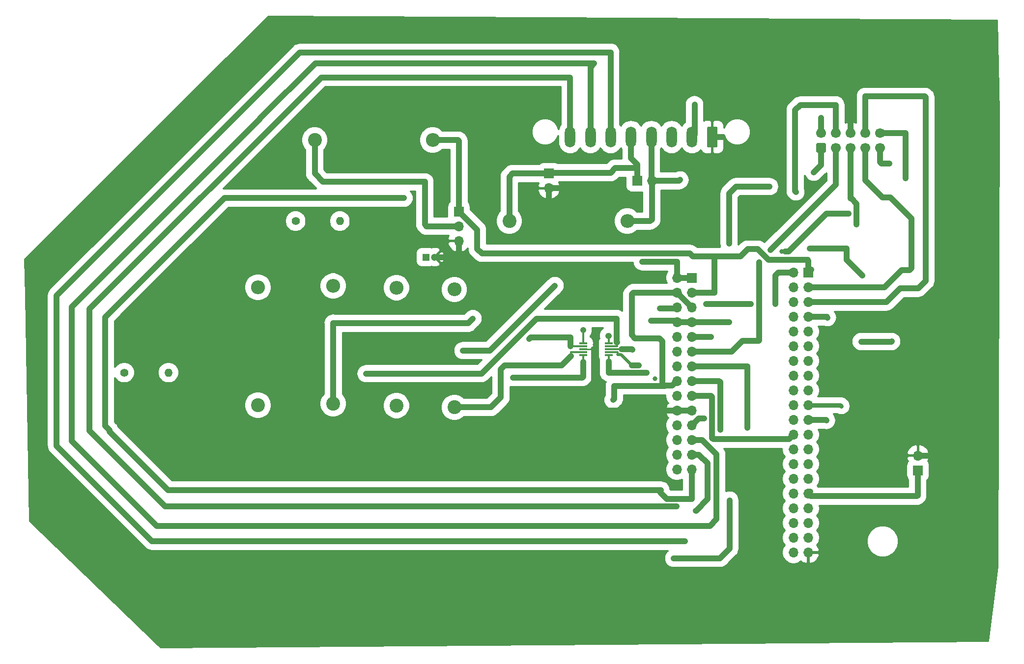
<source format=gbr>
%TF.GenerationSoftware,KiCad,Pcbnew,(5.1.9-0-10_14)*%
%TF.CreationDate,2021-02-25T13:28:52+00:00*%
%TF.ProjectId,base8x,62617365-3878-42e6-9b69-6361645f7063,rev?*%
%TF.SameCoordinates,Original*%
%TF.FileFunction,Copper,L4,Bot*%
%TF.FilePolarity,Positive*%
%FSLAX46Y46*%
G04 Gerber Fmt 4.6, Leading zero omitted, Abs format (unit mm)*
G04 Created by KiCad (PCBNEW (5.1.9-0-10_14)) date 2021-02-25 13:28:52*
%MOMM*%
%LPD*%
G01*
G04 APERTURE LIST*
%TA.AperFunction,ComponentPad*%
%ADD10O,1.700000X1.700000*%
%TD*%
%TA.AperFunction,ComponentPad*%
%ADD11R,1.700000X1.700000*%
%TD*%
%TA.AperFunction,ComponentPad*%
%ADD12O,1.400000X1.400000*%
%TD*%
%TA.AperFunction,ComponentPad*%
%ADD13C,1.400000*%
%TD*%
%TA.AperFunction,ComponentPad*%
%ADD14O,2.400000X2.400000*%
%TD*%
%TA.AperFunction,ComponentPad*%
%ADD15C,2.400000*%
%TD*%
%TA.AperFunction,ComponentPad*%
%ADD16C,1.700000*%
%TD*%
%TA.AperFunction,ComponentPad*%
%ADD17O,1.800000X3.600000*%
%TD*%
%TA.AperFunction,SMDPad,CuDef*%
%ADD18R,1.400000X0.300000*%
%TD*%
%TA.AperFunction,ComponentPad*%
%ADD19R,1.200000X1.200000*%
%TD*%
%TA.AperFunction,ComponentPad*%
%ADD20C,1.200000*%
%TD*%
%TA.AperFunction,ViaPad*%
%ADD21C,0.800000*%
%TD*%
%TA.AperFunction,ViaPad*%
%ADD22C,0.600000*%
%TD*%
%TA.AperFunction,Conductor*%
%ADD23C,0.300000*%
%TD*%
%TA.AperFunction,Conductor*%
%ADD24C,1.000000*%
%TD*%
%TA.AperFunction,Conductor*%
%ADD25C,0.250000*%
%TD*%
%TA.AperFunction,Conductor*%
%ADD26C,0.500000*%
%TD*%
%TA.AperFunction,Conductor*%
%ADD27C,0.750000*%
%TD*%
%TA.AperFunction,Conductor*%
%ADD28C,0.100000*%
%TD*%
G04 APERTURE END LIST*
D10*
%TO.P,Raspberry_header1,40*%
%TO.N,Net-(Raspberry_header1-Pad40)*%
X-220360000Y-101930000D03*
%TO.P,Raspberry_header1,39*%
%TO.N,GND*%
X-217820000Y-101930000D03*
%TO.P,Raspberry_header1,38*%
%TO.N,Net-(Raspberry_header1-Pad38)*%
X-220360000Y-99390000D03*
%TO.P,Raspberry_header1,37*%
%TO.N,Net-(Raspberry_header1-Pad37)*%
X-217820000Y-99390000D03*
%TO.P,Raspberry_header1,36*%
%TO.N,Net-(Raspberry_header1-Pad36)*%
X-220360000Y-96850000D03*
%TO.P,Raspberry_header1,35*%
%TO.N,Net-(Raspberry_header1-Pad35)*%
X-217820000Y-96850000D03*
%TO.P,Raspberry_header1,34*%
%TO.N,Net-(Raspberry_header1-Pad34)*%
X-220360000Y-94310000D03*
%TO.P,Raspberry_header1,33*%
%TO.N,Net-(Raspberry_header1-Pad33)*%
X-217820000Y-94310000D03*
%TO.P,Raspberry_header1,32*%
%TO.N,Net-(Raspberry_header1-Pad32)*%
X-220360000Y-91770000D03*
%TO.P,Raspberry_header1,31*%
%TO.N,GPIO6*%
X-217820000Y-91770000D03*
%TO.P,Raspberry_header1,30*%
%TO.N,Net-(Raspberry_header1-Pad30)*%
X-220360000Y-89230000D03*
%TO.P,Raspberry_header1,29*%
%TO.N,Net-(Raspberry_header1-Pad29)*%
X-217820000Y-89230000D03*
%TO.P,Raspberry_header1,28*%
%TO.N,Net-(Raspberry_header1-Pad28)*%
X-220360000Y-86690000D03*
%TO.P,Raspberry_header1,27*%
%TO.N,Net-(Raspberry_header1-Pad27)*%
X-217820000Y-86690000D03*
%TO.P,Raspberry_header1,26*%
%TO.N,Net-(Raspberry_header1-Pad26)*%
X-220360000Y-84150000D03*
%TO.P,Raspberry_header1,25*%
%TO.N,Net-(Raspberry_header1-Pad25)*%
X-217820000Y-84150000D03*
%TO.P,Raspberry_header1,24*%
%TO.N,SCK*%
X-220360000Y-81610000D03*
%TO.P,Raspberry_header1,23*%
%TO.N,SCLK*%
X-217820000Y-81610000D03*
%TO.P,Raspberry_header1,22*%
%TO.N,Net-(Raspberry_header1-Pad22)*%
X-220360000Y-79070000D03*
%TO.P,Raspberry_header1,21*%
%TO.N,MISO*%
X-217820000Y-79070000D03*
%TO.P,Raspberry_header1,20*%
%TO.N,Net-(Raspberry_header1-Pad20)*%
X-220360000Y-76530000D03*
%TO.P,Raspberry_header1,19*%
%TO.N,MOSI*%
X-217820000Y-76530000D03*
%TO.P,Raspberry_header1,18*%
%TO.N,Net-(Raspberry_header1-Pad18)*%
X-220360000Y-73990000D03*
%TO.P,Raspberry_header1,17*%
%TO.N,Net-(Raspberry_header1-Pad17)*%
X-217820000Y-73990000D03*
%TO.P,Raspberry_header1,16*%
%TO.N,Net-(Raspberry_header1-Pad16)*%
X-220360000Y-71450000D03*
%TO.P,Raspberry_header1,15*%
%TO.N,Net-(Raspberry_header1-Pad15)*%
X-217820000Y-71450000D03*
%TO.P,Raspberry_header1,14*%
%TO.N,Net-(Raspberry_header1-Pad14)*%
X-220360000Y-68910000D03*
%TO.P,Raspberry_header1,13*%
%TO.N,Net-(Raspberry_header1-Pad13)*%
X-217820000Y-68910000D03*
%TO.P,Raspberry_header1,12*%
%TO.N,Net-(Raspberry_header1-Pad12)*%
X-220360000Y-66370000D03*
%TO.P,Raspberry_header1,11*%
%TO.N,Net-(Raspberry_header1-Pad11)*%
X-217820000Y-66370000D03*
%TO.P,Raspberry_header1,10*%
%TO.N,Net-(Raspberry_header1-Pad10)*%
X-220360000Y-63830000D03*
%TO.P,Raspberry_header1,9*%
%TO.N,Net-(Raspberry_header1-Pad9)*%
X-217820000Y-63830000D03*
%TO.P,Raspberry_header1,8*%
%TO.N,Net-(Raspberry_header1-Pad8)*%
X-220360000Y-61290000D03*
%TO.P,Raspberry_header1,7*%
%TO.N,CLK0*%
X-217820000Y-61290000D03*
%TO.P,Raspberry_header1,6*%
%TO.N,Net-(Raspberry_header1-Pad6)*%
X-220360000Y-58750000D03*
%TO.P,Raspberry_header1,5*%
%TO.N,SCL*%
X-217820000Y-58750000D03*
%TO.P,Raspberry_header1,4*%
%TO.N,Net-(Raspberry_header1-Pad4)*%
X-220360000Y-56210000D03*
%TO.P,Raspberry_header1,3*%
%TO.N,SDA*%
X-217820000Y-56210000D03*
%TO.P,Raspberry_header1,2*%
%TO.N,+5V*%
X-220360000Y-53670000D03*
D11*
%TO.P,Raspberry_header1,1*%
%TO.N,+3V3*%
X-217820000Y-53670000D03*
%TD*%
D12*
%TO.P,D2,2*%
%TO.N,Net-(D2-Pad2)*%
X-328071640Y-70898520D03*
D13*
%TO.P,D2,1*%
%TO.N,Net-(D2-Pad1)*%
X-335691640Y-70898520D03*
%TD*%
D12*
%TO.P,D1,2*%
%TO.N,Net-(D1-Pad2)*%
X-298550000Y-44800000D03*
D13*
%TO.P,D1,1*%
%TO.N,Net-(D1-Pad1)*%
X-306170000Y-44800000D03*
%TD*%
D14*
%TO.P,Resistor1,2*%
%TO.N,+3V3*%
X-282550000Y-30810000D03*
D15*
%TO.P,Resistor1,1*%
%TO.N,CLK0*%
X-302870000Y-30810000D03*
%TD*%
D14*
%TO.P,R5,2*%
%TO.N,A_I-*%
X-249021600Y-44780200D03*
D15*
%TO.P,R5,1*%
%TO.N,A_I-_EXT*%
X-269341600Y-44780200D03*
%TD*%
D14*
%TO.P,R4,2*%
%TO.N,Net-(R4-Pad2)*%
X-299690000Y-55970000D03*
D15*
%TO.P,R4,1*%
%TO.N,Net-(J4-Pad2)*%
X-299690000Y-76290000D03*
%TD*%
D14*
%TO.P,R3,2*%
%TO.N,+5V*%
X-278810000Y-56580000D03*
D15*
%TO.P,R3,1*%
%TO.N,Net-(R3-Pad1)*%
X-278810000Y-76900000D03*
%TD*%
D14*
%TO.P,R2,2*%
%TO.N,+5V*%
X-312650000Y-56200000D03*
D15*
%TO.P,R2,1*%
%TO.N,Net-(JP4-Pad1)*%
X-312650000Y-76520000D03*
%TD*%
D14*
%TO.P,R1,2*%
%TO.N,+5V*%
X-288790000Y-56280000D03*
D15*
%TO.P,R1,1*%
%TO.N,Net-(JP2-Pad1)*%
X-288790000Y-76600000D03*
%TD*%
%TO.P,J1,1*%
%TO.N,MISO*%
%TA.AperFunction,ComponentPad*%
G36*
G01*
X-215020600Y-33006400D02*
X-216220600Y-33006400D01*
G75*
G02*
X-216470600Y-32756400I0J250000D01*
G01*
X-216470600Y-31556400D01*
G75*
G02*
X-216220600Y-31306400I250000J0D01*
G01*
X-215020600Y-31306400D01*
G75*
G02*
X-214770600Y-31556400I0J-250000D01*
G01*
X-214770600Y-32756400D01*
G75*
G02*
X-215020600Y-33006400I-250000J0D01*
G01*
G37*
%TD.AperFunction*%
D16*
%TO.P,J1,3*%
%TO.N,SCK*%
X-213080600Y-32156400D03*
%TO.P,J1,5*%
%TO.N,A_V_D_EXT*%
X-210540600Y-32156400D03*
%TO.P,J1,7*%
%TO.N,SDA*%
X-208000600Y-32156400D03*
%TO.P,J1,9*%
%TO.N,/Vin*%
X-205460600Y-32156400D03*
%TO.P,J1,2*%
%TO.N,+5V*%
X-215620600Y-29616400D03*
%TO.P,J1,4*%
%TO.N,MOSI*%
X-213080600Y-29616400D03*
%TO.P,J1,6*%
%TO.N,GND*%
X-210540600Y-29616400D03*
%TO.P,J1,8*%
%TO.N,SCL*%
X-208000600Y-29616400D03*
%TO.P,J1,10*%
%TO.N,~A_CS*%
X-205460600Y-29616400D03*
%TD*%
D11*
%TO.P,J3,1*%
%TO.N,+5V*%
X-237910000Y-54570000D03*
D10*
%TO.P,J3,2*%
X-240450000Y-54570000D03*
%TO.P,J3,3*%
%TO.N,+3V3*%
X-237910000Y-57110000D03*
%TO.P,J3,4*%
%TO.N,A_V_D*%
X-240450000Y-57110000D03*
%TO.P,J3,5*%
X-237910000Y-59650000D03*
%TO.P,J3,6*%
%TO.N,SCL*%
X-240450000Y-59650000D03*
%TO.P,J3,7*%
%TO.N,SDA*%
X-237910000Y-62190000D03*
%TO.P,J3,8*%
X-240450000Y-62190000D03*
%TO.P,J3,9*%
%TO.N,SCL*%
X-237910000Y-64730000D03*
%TO.P,J3,10*%
%TO.N,Net-(J3-Pad10)*%
X-240450000Y-64730000D03*
%TO.P,J3,11*%
%TO.N,~A_CS*%
X-237910000Y-67270000D03*
%TO.P,J3,12*%
%TO.N,Net-(J3-Pad12)*%
X-240450000Y-67270000D03*
%TO.P,J3,13*%
%TO.N,MISO*%
X-237910000Y-69810000D03*
%TO.P,J3,14*%
%TO.N,Net-(J3-Pad14)*%
X-240450000Y-69810000D03*
%TO.P,J3,15*%
%TO.N,MOSI*%
X-237910000Y-72350000D03*
%TO.P,J3,16*%
%TO.N,A_V_D*%
X-240450000Y-72350000D03*
%TO.P,J3,17*%
%TO.N,SCK*%
X-237910000Y-74890000D03*
%TO.P,J3,18*%
%TO.N,Net-(J3-Pad18)*%
X-240450000Y-74890000D03*
%TO.P,J3,19*%
%TO.N,GND*%
X-237910000Y-77430000D03*
%TO.P,J3,20*%
X-240450000Y-77430000D03*
%TO.P,J3,21*%
%TO.N,A_I+*%
X-237910000Y-79970000D03*
%TO.P,J3,22*%
%TO.N,Net-(J3-Pad22)*%
X-240450000Y-79970000D03*
%TO.P,J3,23*%
%TO.N,A_V+*%
X-237910000Y-82510000D03*
%TO.P,J3,24*%
%TO.N,Net-(J3-Pad24)*%
X-240450000Y-82510000D03*
%TO.P,J3,25*%
%TO.N,A_V-*%
X-237910000Y-85050000D03*
%TO.P,J3,26*%
%TO.N,Net-(J3-Pad26)*%
X-240450000Y-85050000D03*
%TO.P,J3,27*%
%TO.N,A_I-*%
X-237910000Y-87590000D03*
%TO.P,J3,28*%
%TO.N,Net-(J3-Pad28)*%
X-240450000Y-87590000D03*
%TD*%
%TO.P,J9,1*%
%TO.N,GND*%
%TA.AperFunction,ComponentPad*%
G36*
G01*
X-233465800Y-28752200D02*
X-233465800Y-31852200D01*
G75*
G02*
X-233715800Y-32102200I-250000J0D01*
G01*
X-235015800Y-32102200D01*
G75*
G02*
X-235265800Y-31852200I0J250000D01*
G01*
X-235265800Y-28752200D01*
G75*
G02*
X-235015800Y-28502200I250000J0D01*
G01*
X-233715800Y-28502200D01*
G75*
G02*
X-233465800Y-28752200I0J-250000D01*
G01*
G37*
%TD.AperFunction*%
D17*
%TO.P,J9,2*%
%TO.N,/Vin*%
X-237865800Y-30302200D03*
%TO.P,J9,3*%
%TO.N,Net-(J9-Pad3)*%
X-241365800Y-30302200D03*
%TO.P,J9,4*%
%TO.N,A_I-*%
X-244865800Y-30302200D03*
%TO.P,J9,5*%
%TO.N,A_I-_EXT*%
X-248365800Y-30302200D03*
%TO.P,J9,6*%
%TO.N,A_V-*%
X-251865800Y-30302200D03*
%TO.P,J9,7*%
%TO.N,A_V+*%
X-255365800Y-30302200D03*
%TO.P,J9,8*%
%TO.N,A_I+*%
X-258865800Y-30302200D03*
%TD*%
D10*
%TO.P,P3,2*%
%TO.N,GND*%
X-262500000Y-39120000D03*
D11*
%TO.P,P3,1*%
%TO.N,A_I-_EXT*%
X-262500000Y-36580000D03*
%TD*%
%TO.P,P4,1*%
%TO.N,A_I-_EXT*%
X-247300000Y-37840000D03*
D10*
%TO.P,P4,2*%
%TO.N,A_I-*%
X-244760000Y-37840000D03*
%TD*%
D11*
%TO.P,Temp_sensor1,1*%
%TO.N,+3V3*%
X-278020000Y-43150000D03*
D10*
%TO.P,Temp_sensor1,2*%
%TO.N,CLK0*%
X-278020000Y-45690000D03*
%TO.P,Temp_sensor1,3*%
%TO.N,GND*%
X-278020000Y-48230000D03*
%TD*%
D18*
%TO.P,U1,1*%
%TO.N,Net-(R4-Pad2)*%
X-256630000Y-67850000D03*
%TO.P,U1,2*%
%TO.N,Net-(R3-Pad1)*%
X-256630000Y-67350000D03*
%TO.P,U1,3*%
%TO.N,GND*%
X-256630000Y-66850000D03*
%TO.P,U1,4*%
%TO.N,A_V_D_LOC*%
X-256630000Y-66350000D03*
%TO.P,U1,5*%
%TO.N,Net-(TP2-Pad1)*%
X-256630000Y-65850000D03*
%TO.P,U1,6*%
%TO.N,Net-(JP2-Pad1)*%
X-252230000Y-65850000D03*
%TO.P,U1,7*%
%TO.N,Net-(JP4-Pad1)*%
X-252230000Y-66350000D03*
%TO.P,U1,8*%
%TO.N,+5V*%
X-252230000Y-66850000D03*
%TO.P,U1,9*%
%TO.N,SDA*%
X-252230000Y-67350000D03*
%TO.P,U1,10*%
%TO.N,SCL*%
X-252230000Y-67850000D03*
%TD*%
D19*
%TO.P,C1,1*%
%TO.N,+5V*%
X-283718000Y-51003200D03*
D20*
%TO.P,C1,2*%
%TO.N,GND*%
X-282218000Y-51003200D03*
%TD*%
D11*
%TO.P,J5,1*%
%TO.N,GPIO6*%
X-198930000Y-87750000D03*
D10*
%TO.P,J5,2*%
%TO.N,GND*%
X-198930000Y-85210000D03*
%TD*%
D21*
%TO.N,+5V*%
X-248110000Y-66930000D03*
X-215620600Y-27030600D03*
X-240410000Y-51810010D03*
X-246419990Y-51810010D03*
X-235400000Y-59050000D03*
X-227750000Y-59050000D03*
X-223490000Y-59120000D03*
%TO.N,GND*%
X-287570000Y-44750000D03*
X-269720000Y-60650000D03*
X-259850000Y-105480000D03*
X-326850000Y-53470000D03*
X-259040000Y-39080000D03*
X-278040000Y-51100000D03*
X-278040000Y-51100000D03*
D22*
X-272590000Y-47480000D03*
D21*
%TO.N,MISO*%
X-228360000Y-80440000D03*
X-216890000Y-36350000D03*
X-214690000Y-79150000D03*
%TO.N,SCK*%
X-234590000Y-74890000D03*
X-224370000Y-49810000D03*
X-213080600Y-38350600D03*
%TO.N,A_V_D_EXT*%
X-244280000Y-71930000D03*
X-209520000Y-45400000D03*
%TO.N,SDA*%
X-247040000Y-69690000D03*
X-244890000Y-61930000D03*
X-244890000Y-61930000D03*
X-231470000Y-62190000D03*
X-231470000Y-48670000D03*
X-208000600Y-37719400D03*
X-224490000Y-38830000D03*
%TO.N,/Vin*%
X-237420000Y-24690000D03*
X-203890000Y-34860000D03*
%TO.N,MOSI*%
X-232990000Y-80770000D03*
X-212109992Y-76700008D03*
X-208720000Y-65560000D03*
X-203470000Y-65530000D03*
X-219960000Y-39760000D03*
%TO.N,SCL*%
X-243370000Y-59840000D03*
X-234620000Y-64730000D03*
X-217540000Y-49480000D03*
X-208520000Y-54210000D03*
X-204340000Y-58750000D03*
X-245635000Y-70935000D03*
%TO.N,~A_CS*%
X-201060000Y-37370000D03*
X-222370000Y-50030000D03*
X-210880000Y-43480000D03*
X-226260000Y-51890000D03*
%TO.N,A_V_D_LOC*%
X-265904500Y-65124500D03*
%TO.N,A_V_D*%
X-251470000Y-75630000D03*
%TO.N,A_I+*%
X-235810000Y-78800000D03*
X-240490000Y-93960000D03*
X-231350000Y-92910000D03*
X-241010000Y-102920000D03*
%TO.N,A_V-*%
X-239100000Y-99990000D03*
X-237150000Y-94700000D03*
%TO.N,A_I-*%
X-239910000Y-37700000D03*
X-287470000Y-40830000D03*
%TO.N,Net-(J4-Pad2)*%
X-275610000Y-61590000D03*
%TO.N,Net-(R4-Pad2)*%
X-268720000Y-71760000D03*
%TO.N,CLK0*%
X-214510000Y-61420000D03*
%TO.N,Net-(TP2-Pad1)*%
X-256630000Y-63550000D03*
%TO.N,Net-(JP2-Pad1)*%
X-252250000Y-64590000D03*
X-277320000Y-67120000D03*
X-261470000Y-55910000D03*
%TO.N,Net-(JP4-Pad1)*%
X-294020000Y-71100000D03*
%TD*%
D23*
%TO.N,+5V*%
X-252230000Y-66850000D02*
X-249990000Y-66850000D01*
D24*
X-237910000Y-54570000D02*
X-240450000Y-54570000D01*
X-220500000Y-53810000D02*
X-220360000Y-53670000D01*
X-248190000Y-66850000D02*
X-248110000Y-66930000D01*
X-249990000Y-66850000D02*
X-248190000Y-66850000D01*
X-215620600Y-29616400D02*
X-215620600Y-27030600D01*
X-215620600Y-27030600D02*
X-215620600Y-27030600D01*
X-240450000Y-54570000D02*
X-240450000Y-51850010D01*
X-240450000Y-51850010D02*
X-240410000Y-51810010D01*
X-240410000Y-51810010D02*
X-246419990Y-51810010D01*
X-246419990Y-51810010D02*
X-246419990Y-51810010D01*
X-235400000Y-59050000D02*
X-230722892Y-59050000D01*
X-220360000Y-53670000D02*
X-222970000Y-53670000D01*
X-222970000Y-53670000D02*
X-223490000Y-54190000D01*
X-223490000Y-54190000D02*
X-223490000Y-59120000D01*
X-230722892Y-59050000D02*
X-227750000Y-59050000D01*
X-227750000Y-59050000D02*
X-227750000Y-59050000D01*
X-223490000Y-59120000D02*
X-223490000Y-59120000D01*
D25*
%TO.N,GND*%
X-256630000Y-66850000D02*
X-254830000Y-66850000D01*
D24*
X-210540600Y-29600600D02*
X-210540600Y-29616400D01*
X-234365800Y-30302200D02*
X-232532200Y-30302200D01*
X-210540600Y-29616400D02*
X-210540600Y-27700600D01*
X-278020000Y-48230000D02*
X-278020000Y-48300000D01*
X-278020000Y-48300000D02*
X-278040000Y-48320000D01*
X-278040000Y-48320000D02*
X-278040000Y-51100000D01*
X-278356800Y-51003200D02*
X-282218000Y-51003200D01*
X-278040000Y-51320000D02*
X-278356800Y-51003200D01*
X-262500000Y-39120000D02*
X-259080000Y-39120000D01*
X-259080000Y-39120000D02*
X-259040000Y-39080000D01*
X-259040000Y-39080000D02*
X-258970000Y-39010000D01*
X-278040000Y-51100000D02*
X-278040000Y-51100000D01*
X-278040000Y-51100000D02*
X-278040000Y-51320000D01*
X-262500000Y-47110000D02*
X-262500000Y-39120000D01*
X-262870000Y-47480000D02*
X-262500000Y-47110000D01*
X-240450000Y-77430000D02*
X-237910000Y-77430000D01*
X-240450000Y-77430000D02*
X-254500000Y-77430000D01*
X-254500000Y-77430000D02*
X-254780000Y-77150000D01*
X-254780000Y-66900000D02*
X-254830000Y-66850000D01*
X-254780000Y-77150000D02*
X-254780000Y-66900000D01*
X-198930000Y-85210000D02*
X-194890000Y-85210000D01*
X-262870000Y-47480000D02*
X-268670000Y-47480000D01*
X-268670000Y-47480000D02*
X-272590000Y-47480000D01*
%TO.N,MISO*%
X-215620600Y-32156400D02*
X-215620600Y-35080600D01*
X-215620600Y-35080600D02*
X-216890000Y-36350000D01*
X-216890000Y-36350000D02*
X-216890000Y-36350000D01*
%TO.N,SCK*%
X-237910000Y-74890000D02*
X-234590000Y-74890000D01*
X-234590000Y-74890000D02*
X-234590000Y-74890000D01*
X-234390000Y-75090000D02*
X-234390000Y-82170000D01*
X-234190000Y-82370000D02*
X-225640000Y-82370000D01*
X-234390000Y-82170000D02*
X-234190000Y-82370000D01*
X-213080600Y-38350600D02*
X-213080600Y-38350600D01*
X-234590000Y-74890000D02*
X-234390000Y-75090000D01*
X-213080600Y-38520600D02*
X-213080600Y-38350600D01*
X-213080600Y-32156400D02*
X-213080600Y-38350600D01*
X-224370000Y-49810000D02*
X-213080600Y-38520600D01*
X-221120000Y-82370000D02*
X-220360000Y-81610000D01*
X-225640000Y-82370000D02*
X-221120000Y-82370000D01*
%TO.N,A_V_D_EXT*%
X-210540600Y-39040600D02*
X-210540600Y-39040600D01*
X-209520000Y-41780000D02*
X-209520000Y-45400000D01*
X-210400600Y-40899400D02*
X-209520000Y-41780000D01*
X-210540600Y-40899400D02*
X-210400600Y-40899400D01*
X-210540600Y-32156400D02*
X-210540600Y-40899400D01*
D23*
%TO.N,SDA*%
X-252230000Y-67350000D02*
X-250670000Y-67350000D01*
X-250680000Y-67360000D02*
X-250680000Y-67810000D01*
X-250670000Y-67350000D02*
X-250680000Y-67360000D01*
D26*
X-250680000Y-67810000D02*
X-250040000Y-67810000D01*
X-250040000Y-67810000D02*
X-248190000Y-69660000D01*
D24*
X-247970000Y-69660000D02*
X-247940000Y-69690000D01*
X-248190000Y-69660000D02*
X-247970000Y-69660000D01*
X-247070000Y-69660000D02*
X-247040000Y-69690000D01*
X-248190000Y-69660000D02*
X-247070000Y-69660000D01*
X-240710000Y-61930000D02*
X-240450000Y-62190000D01*
X-244890000Y-61930000D02*
X-240710000Y-61930000D01*
X-240450000Y-62190000D02*
X-237910000Y-62190000D01*
X-237910000Y-62190000D02*
X-231470000Y-62190000D01*
X-231470000Y-62190000D02*
X-231470000Y-62190000D01*
%TO.N,MISO*%
X-228360000Y-69860000D02*
X-228360000Y-80440000D01*
X-228410000Y-69810000D02*
X-228360000Y-69860000D01*
X-237910000Y-69810000D02*
X-228410000Y-69810000D01*
X-214770000Y-79070000D02*
X-214690000Y-79150000D01*
X-217820000Y-79070000D02*
X-214770000Y-79070000D01*
%TO.N,SDA*%
X-231470000Y-62190000D02*
X-231470000Y-62190000D01*
X-231470000Y-48670000D02*
X-231470000Y-43140000D01*
X-231470000Y-43140000D02*
X-231470000Y-40010000D01*
X-231470000Y-40010000D02*
X-230290000Y-38830000D01*
X-230290000Y-38830000D02*
X-224490000Y-38830000D01*
X-208000600Y-32156400D02*
X-208000600Y-37719400D01*
X-208000600Y-37719400D02*
X-208000600Y-37719400D01*
X-224490000Y-38830000D02*
X-224490000Y-38830000D01*
X-217820000Y-56210000D02*
X-204660000Y-56210000D01*
X-204660000Y-56210000D02*
X-201700000Y-53250000D01*
X-201700000Y-53250000D02*
X-200420000Y-53250000D01*
X-200420000Y-53250000D02*
X-200040000Y-52870000D01*
X-200040000Y-52870000D02*
X-200040000Y-44340000D01*
X-200040000Y-44340000D02*
X-203700000Y-40680000D01*
X-205040000Y-40680000D02*
X-208000600Y-37719400D01*
X-203700000Y-40680000D02*
X-205040000Y-40680000D01*
%TO.N,/Vin*%
X-237420000Y-29856400D02*
X-237865800Y-30302200D01*
X-237420000Y-24690000D02*
X-237420000Y-29856400D01*
X-203890000Y-34860000D02*
X-205180000Y-34860000D01*
X-205460600Y-34579400D02*
X-205460600Y-32156400D01*
X-205180000Y-34860000D02*
X-205460600Y-34579400D01*
%TO.N,MOSI*%
X-237910000Y-72350000D02*
X-233210000Y-72350000D01*
X-233210000Y-72350000D02*
X-232990000Y-72570000D01*
X-232990000Y-72570000D02*
X-232990000Y-80770000D01*
X-232990000Y-80770000D02*
X-232990000Y-80770000D01*
X-217610000Y-76740000D02*
X-217820000Y-76530000D01*
X-220070000Y-35000000D02*
X-220070000Y-35000000D01*
D27*
X-212280000Y-76530000D02*
X-212109992Y-76700008D01*
X-217820000Y-76530000D02*
X-212280000Y-76530000D01*
D24*
X-203500000Y-65560000D02*
X-203470000Y-65530000D01*
X-208720000Y-65560000D02*
X-203500000Y-65560000D01*
X-220070000Y-39650000D02*
X-219960000Y-39760000D01*
X-220070000Y-25650000D02*
X-220070000Y-39650000D01*
X-213080600Y-24760600D02*
X-213090000Y-24770000D01*
X-219190000Y-24770000D02*
X-220070000Y-25650000D01*
X-213090000Y-24770000D02*
X-219190000Y-24770000D01*
X-213080600Y-29616400D02*
X-213080600Y-24760600D01*
D23*
%TO.N,SCL*%
X-252230000Y-67850000D02*
X-252230000Y-68950000D01*
D24*
X-252230000Y-68950000D02*
X-252230000Y-70950000D01*
X-252230000Y-70950000D02*
X-252220000Y-70940000D01*
X-252220000Y-70940000D02*
X-245640000Y-70940000D01*
X-245640000Y-70940000D02*
X-245640000Y-70940000D01*
X-240640000Y-59840000D02*
X-240450000Y-59650000D01*
X-243370000Y-59840000D02*
X-240640000Y-59840000D01*
X-208000000Y-23300000D02*
X-208000600Y-23300600D01*
X-197570000Y-55100000D02*
X-197570000Y-23450000D01*
X-197720000Y-23300000D02*
X-208000000Y-23300000D01*
X-198861401Y-56391401D02*
X-197570000Y-55100000D01*
X-197570000Y-23450000D02*
X-197720000Y-23300000D01*
X-201981401Y-56391401D02*
X-198861401Y-56391401D01*
X-208000600Y-23300600D02*
X-208000600Y-29616400D01*
X-234620000Y-64730000D02*
X-234620000Y-64730000D01*
X-237910000Y-64730000D02*
X-234620000Y-64730000D01*
X-217820000Y-58750000D02*
X-204340000Y-58750000D01*
X-203340000Y-57750000D02*
X-201981401Y-56391401D01*
X-204340000Y-58750000D02*
X-204340000Y-58750000D01*
X-203820001Y-58230001D02*
X-203340000Y-57750000D01*
X-217540000Y-49480000D02*
X-211260000Y-49480000D01*
X-211260000Y-49480000D02*
X-211260000Y-51370000D01*
X-211260000Y-51370000D02*
X-211260000Y-51470000D01*
X-211260000Y-51470000D02*
X-208520000Y-54210000D01*
X-208520000Y-54210000D02*
X-208520000Y-54210000D01*
X-204340000Y-58750000D02*
X-203340000Y-57750000D01*
%TO.N,~A_CS*%
X-205460600Y-29616400D02*
X-201063600Y-29616400D01*
X-201063600Y-29616400D02*
X-201060000Y-29620000D01*
X-201060000Y-29620000D02*
X-201060000Y-37370000D01*
X-201060000Y-37370000D02*
X-201060000Y-37370000D01*
X-237910000Y-67270000D02*
X-231010000Y-67270000D01*
X-231010000Y-67270000D02*
X-229140000Y-65400000D01*
X-226260000Y-65320000D02*
X-226260000Y-51890000D01*
X-210880000Y-43480000D02*
X-210880000Y-43480000D01*
X-226260000Y-51890000D02*
X-226260000Y-51890000D01*
D26*
X-222370000Y-50030000D02*
X-221780000Y-50030000D01*
D24*
X-221780000Y-50030000D02*
X-221240000Y-50030000D01*
X-214690000Y-43480000D02*
X-210880000Y-43480000D01*
X-221240000Y-50030000D02*
X-214690000Y-43480000D01*
X-226340000Y-65400000D02*
X-226260000Y-65320000D01*
X-229140000Y-65400000D02*
X-226340000Y-65400000D01*
D23*
%TO.N,A_V_D_LOC*%
X-256630000Y-66350000D02*
X-258800000Y-66350000D01*
D24*
X-258800000Y-66350000D02*
X-258800000Y-64850000D01*
X-265630000Y-64850000D02*
X-265904500Y-65124500D01*
X-258800000Y-64850000D02*
X-265630000Y-64850000D01*
%TO.N,A_V_D*%
X-241250000Y-73150000D02*
X-240450000Y-72350000D01*
X-237910000Y-59650000D02*
X-240450000Y-57110000D01*
X-240450000Y-57110000D02*
X-247930000Y-57110000D01*
X-247930000Y-57110000D02*
X-248250000Y-57430000D01*
X-248250000Y-57430000D02*
X-248250000Y-64430000D01*
X-248250000Y-64430000D02*
X-247690000Y-64990000D01*
X-247690000Y-64990000D02*
X-243510000Y-64990000D01*
X-242980000Y-65520000D02*
X-242980000Y-73150000D01*
X-242980000Y-73150000D02*
X-241250000Y-73150000D01*
X-243510000Y-64990000D02*
X-242980000Y-65520000D01*
X-251240000Y-75400000D02*
X-251470000Y-75630000D01*
X-251240000Y-73210000D02*
X-251240000Y-75400000D01*
X-251240000Y-73210000D02*
X-242520000Y-73210000D01*
%TO.N,+3V3*%
X-233980000Y-57070000D02*
X-233980000Y-50880000D01*
X-234020000Y-57110000D02*
X-233980000Y-57070000D01*
X-237910000Y-57110000D02*
X-234020000Y-57110000D01*
X-282550000Y-30810000D02*
X-278170000Y-30810000D01*
X-278020000Y-30960000D02*
X-278020000Y-43150000D01*
X-278170000Y-30810000D02*
X-278020000Y-30960000D01*
X-233980000Y-50880000D02*
X-233100000Y-50880000D01*
X-217290000Y-53140000D02*
X-217820000Y-53670000D01*
X-233100000Y-50880000D02*
X-229550000Y-50880000D01*
X-229550000Y-50880000D02*
X-228270000Y-49600000D01*
X-228270000Y-49600000D02*
X-226540000Y-49600000D01*
X-226540000Y-49600000D02*
X-224650000Y-51490000D01*
X-224650000Y-51490000D02*
X-217920000Y-51490000D01*
X-217820000Y-51590000D02*
X-217820000Y-53670000D01*
X-217920000Y-51490000D02*
X-217820000Y-51590000D01*
X-274850000Y-46320000D02*
X-278020000Y-43150000D01*
X-274850000Y-49590000D02*
X-274850000Y-46320000D01*
X-237680000Y-50880000D02*
X-238200000Y-50360000D01*
X-238200000Y-50360000D02*
X-274080000Y-50360000D01*
X-274080000Y-50360000D02*
X-274850000Y-49590000D01*
X-233100000Y-50880000D02*
X-237680000Y-50880000D01*
%TO.N,A_I+*%
X-237910000Y-79970000D02*
X-236740000Y-78800000D01*
X-236740000Y-78800000D02*
X-235810000Y-78800000D01*
X-235810000Y-78800000D02*
X-235810000Y-78800000D01*
X-258865800Y-30302200D02*
X-258865800Y-20044200D01*
X-258865800Y-20044200D02*
X-301755800Y-20044200D01*
X-301755800Y-20044200D02*
X-341681600Y-59970000D01*
X-341681600Y-59970000D02*
X-341681600Y-80898400D01*
X-341681600Y-80898400D02*
X-328620000Y-93960000D01*
X-328620000Y-93960000D02*
X-240490000Y-93960000D01*
X-240490000Y-93960000D02*
X-240490000Y-93960000D01*
X-231350000Y-92910000D02*
X-231350000Y-101220000D01*
X-231350000Y-101220000D02*
X-233050000Y-102920000D01*
X-233050000Y-102920000D02*
X-241010000Y-102920000D01*
X-241010000Y-102920000D02*
X-241010000Y-102920000D01*
%TO.N,A_V+*%
X-233630000Y-84960000D02*
X-236080000Y-82510000D01*
X-312272188Y-27132188D02*
X-344750000Y-59610000D01*
X-233630000Y-96190000D02*
X-233630000Y-84960000D01*
X-234790000Y-97350000D02*
X-233630000Y-96190000D01*
X-236080000Y-82510000D02*
X-237910000Y-82510000D01*
X-344750000Y-59610000D02*
X-344750000Y-82680000D01*
X-330080000Y-97350000D02*
X-234790000Y-97350000D01*
X-255365800Y-30302200D02*
X-255365800Y-18265800D01*
X-254700000Y-17600000D02*
X-302760000Y-17600000D01*
X-312272188Y-27112188D02*
X-312272188Y-27132188D01*
X-255365800Y-18265800D02*
X-254700000Y-17600000D01*
X-344750000Y-82680000D02*
X-330080000Y-97350000D01*
X-302760000Y-17600000D02*
X-312272188Y-27112188D01*
%TO.N,A_V-*%
X-237910000Y-85050000D02*
X-236670000Y-85050000D01*
X-236670000Y-85050000D02*
X-235170000Y-86550000D01*
X-235170000Y-86550000D02*
X-235170000Y-92720000D01*
X-251865800Y-30302200D02*
X-251865800Y-18084200D01*
X-237200000Y-94750000D02*
X-237150000Y-94700000D01*
X-251865800Y-18084200D02*
X-251865800Y-17515800D01*
X-251865800Y-17515800D02*
X-251865800Y-15694200D01*
X-251865800Y-15694200D02*
X-251881600Y-15710000D01*
X-251881600Y-15710000D02*
X-305240000Y-15710000D01*
X-305240000Y-15710000D02*
X-305450000Y-15710000D01*
X-305450000Y-15710000D02*
X-347370000Y-57630000D01*
X-347370000Y-57630000D02*
X-347370000Y-83530000D01*
X-347370000Y-83530000D02*
X-330910000Y-99990000D01*
X-330910000Y-99990000D02*
X-239100000Y-99990000D01*
X-239100000Y-99990000D02*
X-239100000Y-99990000D01*
X-237150000Y-94700000D02*
X-235170000Y-92720000D01*
%TO.N,A_I-*%
X-244865800Y-37734200D02*
X-244760000Y-37840000D01*
X-244865800Y-30302200D02*
X-244865800Y-37734200D01*
X-240050000Y-37840000D02*
X-239910000Y-37700000D01*
X-244760000Y-37840000D02*
X-240050000Y-37840000D01*
X-249021600Y-44780200D02*
X-245050200Y-44780200D01*
X-244760000Y-44490000D02*
X-244760000Y-37840000D01*
X-245050200Y-44780200D02*
X-244760000Y-44490000D01*
X-237910000Y-87590000D02*
X-237910000Y-92730000D01*
X-237910000Y-92730000D02*
X-242220000Y-92730000D01*
X-242220000Y-92730000D02*
X-243350000Y-91600000D01*
X-243350000Y-91260000D02*
X-243240000Y-91150000D01*
X-243350000Y-91600000D02*
X-243350000Y-91260000D01*
X-243240000Y-91150000D02*
X-328150000Y-91150000D01*
X-328150000Y-91150000D02*
X-338190000Y-81110000D01*
X-338190000Y-81110000D02*
X-338190000Y-80860000D01*
X-338190000Y-80860000D02*
X-338940000Y-80110000D01*
X-338940000Y-80110000D02*
X-338940000Y-61340000D01*
X-338940000Y-61340000D02*
X-318430000Y-40830000D01*
X-318430000Y-40830000D02*
X-287470000Y-40830000D01*
X-287470000Y-40830000D02*
X-287470000Y-40830000D01*
%TO.N,Net-(J4-Pad2)*%
X-299690000Y-76290000D02*
X-299690000Y-62410000D01*
X-299690000Y-62410000D02*
X-299670000Y-62390000D01*
X-299690000Y-62410000D02*
X-276430000Y-62410000D01*
X-276430000Y-62410000D02*
X-275610000Y-61590000D01*
X-275610000Y-61590000D02*
X-275610000Y-61590000D01*
%TO.N,A_I-_EXT*%
X-248365800Y-33934200D02*
X-248365800Y-30302200D01*
X-247300000Y-35000000D02*
X-248365800Y-33934200D01*
X-247300000Y-35670000D02*
X-247300000Y-35000000D01*
X-247300000Y-37840000D02*
X-247300000Y-35670000D01*
X-262394400Y-36474400D02*
X-262500000Y-36580000D01*
X-251894400Y-36474400D02*
X-262394400Y-36474400D01*
X-251090000Y-35670000D02*
X-251894400Y-36474400D01*
X-247300000Y-35670000D02*
X-251090000Y-35670000D01*
X-262500000Y-36580000D02*
X-268780000Y-36580000D01*
X-269341600Y-37141600D02*
X-269341600Y-44780200D01*
X-268780000Y-36580000D02*
X-269341600Y-37141600D01*
D23*
%TO.N,Net-(R3-Pad1)*%
X-256630000Y-67350000D02*
X-258750000Y-67350000D01*
X-258750000Y-67350000D02*
X-258750000Y-68060000D01*
D24*
X-278810000Y-76900000D02*
X-272490000Y-76900000D01*
X-272490000Y-76900000D02*
X-270790000Y-75200000D01*
X-270790000Y-75200000D02*
X-270790000Y-70340000D01*
X-270790000Y-70340000D02*
X-270110000Y-69660000D01*
X-260350000Y-69660000D02*
X-258750000Y-68060000D01*
X-270110000Y-69660000D02*
X-260350000Y-69660000D01*
D23*
%TO.N,Net-(R4-Pad2)*%
X-256630000Y-67850000D02*
X-256630000Y-69060000D01*
D24*
X-256630000Y-69060000D02*
X-256600000Y-69090000D01*
X-256630000Y-69060000D02*
X-256630000Y-71600000D01*
X-256630000Y-71600000D02*
X-256790000Y-71760000D01*
X-256790000Y-71760000D02*
X-268580000Y-71760000D01*
X-268580000Y-71760000D02*
X-268720000Y-71760000D01*
X-268720000Y-71760000D02*
X-268720000Y-71760000D01*
%TO.N,CLK0*%
X-278020000Y-45690000D02*
X-283600000Y-45690000D01*
X-283600000Y-45690000D02*
X-283890000Y-45400000D01*
X-283890000Y-45400000D02*
X-283890000Y-38020000D01*
X-283890000Y-38020000D02*
X-283900000Y-38010000D01*
X-214640000Y-61290000D02*
X-214510000Y-61420000D01*
X-217820000Y-61290000D02*
X-214640000Y-61290000D01*
X-302870000Y-30810000D02*
X-302870000Y-36590000D01*
X-302870000Y-36590000D02*
X-301450000Y-38010000D01*
X-283900000Y-38010000D02*
X-301450000Y-38010000D01*
%TO.N,GPIO6*%
X-198958200Y-87778200D02*
X-198930000Y-87750000D01*
X-198958200Y-92098200D02*
X-198958200Y-87778200D01*
X-199080000Y-92220000D02*
X-198958200Y-92098200D01*
X-217820000Y-91770000D02*
X-217510000Y-91460000D01*
X-217370000Y-92220000D02*
X-217820000Y-91770000D01*
X-199080000Y-92220000D02*
X-217370000Y-92220000D01*
D23*
%TO.N,Net-(TP2-Pad1)*%
X-256630000Y-65850000D02*
X-256630000Y-63550000D01*
D24*
X-256630000Y-63550000D02*
X-256640000Y-63540000D01*
X-256630000Y-63550000D02*
X-256630000Y-63550000D01*
D23*
%TO.N,Net-(JP2-Pad1)*%
X-252230000Y-65850000D02*
X-252230000Y-64610000D01*
D24*
X-252230000Y-64610000D02*
X-252250000Y-64590000D01*
X-252250000Y-64590000D02*
X-252250000Y-64590000D01*
X-277320000Y-67120000D02*
X-272680000Y-67120000D01*
X-272680000Y-67120000D02*
X-261470000Y-55910000D01*
X-261470000Y-55910000D02*
X-261470000Y-55910000D01*
D23*
%TO.N,Net-(JP4-Pad1)*%
X-252230000Y-66350000D02*
X-250800000Y-66350000D01*
X-250800000Y-66350000D02*
X-250790000Y-66350000D01*
X-250800000Y-66350000D02*
X-250800000Y-65700000D01*
D24*
X-250800000Y-65700000D02*
X-250820000Y-65680000D01*
X-294020000Y-71100000D02*
X-274160000Y-71100000D01*
X-274160000Y-71100000D02*
X-264650000Y-61590000D01*
X-264650000Y-61590000D02*
X-250840000Y-61590000D01*
X-250840000Y-65660000D02*
X-250820000Y-65680000D01*
X-250840000Y-61590000D02*
X-250840000Y-65660000D01*
%TD*%
D23*
%TO.N,GND*%
X-185336936Y-10229196D02*
X-185010004Y-25981357D01*
X-185209977Y-104370408D01*
X-186819923Y-117153530D01*
X-329452415Y-118267027D01*
X-351961107Y-96545230D01*
X-352639911Y-57630000D01*
X-349027982Y-57630000D01*
X-349020000Y-57711042D01*
X-349019999Y-83448948D01*
X-349027982Y-83530000D01*
X-349019999Y-83611052D01*
X-349014051Y-83671438D01*
X-348996124Y-83853456D01*
X-348901777Y-84164482D01*
X-348901776Y-84164483D01*
X-348748561Y-84451126D01*
X-348542370Y-84702371D01*
X-348479411Y-84754040D01*
X-332134040Y-101099412D01*
X-332082371Y-101162371D01*
X-331831126Y-101368562D01*
X-331544483Y-101521777D01*
X-331233456Y-101616125D01*
X-330991052Y-101640000D01*
X-330991043Y-101640000D01*
X-330910001Y-101647982D01*
X-330828959Y-101640000D01*
X-242051224Y-101640000D01*
X-242182371Y-101747629D01*
X-242388562Y-101998874D01*
X-242541777Y-102285517D01*
X-242636125Y-102596544D01*
X-242667983Y-102920000D01*
X-242636125Y-103243456D01*
X-242541777Y-103554483D01*
X-242388562Y-103841126D01*
X-242182371Y-104092371D01*
X-241931126Y-104298562D01*
X-241644483Y-104451777D01*
X-241333456Y-104546125D01*
X-241091052Y-104570000D01*
X-233131042Y-104570000D01*
X-233050000Y-104577982D01*
X-232968958Y-104570000D01*
X-232968948Y-104570000D01*
X-232726544Y-104546125D01*
X-232415517Y-104451777D01*
X-232128874Y-104298562D01*
X-231877629Y-104092371D01*
X-231825956Y-104029407D01*
X-230240588Y-102444040D01*
X-230177629Y-102392371D01*
X-229971438Y-102141126D01*
X-229818223Y-101854483D01*
X-229723875Y-101543456D01*
X-229700000Y-101301052D01*
X-229700000Y-101301043D01*
X-229692018Y-101220001D01*
X-229700000Y-101138959D01*
X-229700000Y-92828948D01*
X-229723875Y-92586544D01*
X-229818223Y-92275517D01*
X-229971438Y-91988874D01*
X-230177629Y-91737629D01*
X-230428875Y-91531438D01*
X-230715518Y-91378223D01*
X-231026545Y-91283875D01*
X-231350000Y-91252017D01*
X-231673456Y-91283875D01*
X-231980000Y-91376863D01*
X-231980000Y-85041041D01*
X-231972018Y-84959999D01*
X-231980000Y-84878957D01*
X-231980000Y-84878948D01*
X-232003875Y-84636544D01*
X-232098223Y-84325517D01*
X-232251438Y-84038874D01*
X-232266927Y-84020000D01*
X-222360000Y-84020000D01*
X-222360000Y-84346983D01*
X-222283141Y-84733378D01*
X-222132377Y-85097355D01*
X-221916792Y-85420000D01*
X-222132377Y-85742645D01*
X-222283141Y-86106622D01*
X-222360000Y-86493017D01*
X-222360000Y-86886983D01*
X-222283141Y-87273378D01*
X-222132377Y-87637355D01*
X-221916792Y-87960000D01*
X-222132377Y-88282645D01*
X-222283141Y-88646622D01*
X-222360000Y-89033017D01*
X-222360000Y-89426983D01*
X-222283141Y-89813378D01*
X-222132377Y-90177355D01*
X-221916792Y-90500000D01*
X-222132377Y-90822645D01*
X-222283141Y-91186622D01*
X-222360000Y-91573017D01*
X-222360000Y-91966983D01*
X-222283141Y-92353378D01*
X-222132377Y-92717355D01*
X-221916792Y-93040000D01*
X-222132377Y-93362645D01*
X-222283141Y-93726622D01*
X-222360000Y-94113017D01*
X-222360000Y-94506983D01*
X-222283141Y-94893378D01*
X-222132377Y-95257355D01*
X-221916792Y-95580000D01*
X-222132377Y-95902645D01*
X-222283141Y-96266622D01*
X-222360000Y-96653017D01*
X-222360000Y-97046983D01*
X-222283141Y-97433378D01*
X-222132377Y-97797355D01*
X-221916792Y-98120000D01*
X-222132377Y-98442645D01*
X-222283141Y-98806622D01*
X-222360000Y-99193017D01*
X-222360000Y-99586983D01*
X-222283141Y-99973378D01*
X-222132377Y-100337355D01*
X-221916792Y-100660000D01*
X-222132377Y-100982645D01*
X-222283141Y-101346622D01*
X-222360000Y-101733017D01*
X-222360000Y-102126983D01*
X-222283141Y-102513378D01*
X-222132377Y-102877355D01*
X-221913501Y-103204926D01*
X-221634926Y-103483501D01*
X-221307355Y-103702377D01*
X-220943378Y-103853141D01*
X-220556983Y-103930000D01*
X-220163017Y-103930000D01*
X-219776622Y-103853141D01*
X-219412645Y-103702377D01*
X-219085074Y-103483501D01*
X-219075851Y-103474278D01*
X-218907304Y-103608624D01*
X-218558928Y-103788492D01*
X-218182156Y-103896939D01*
X-217870000Y-103641876D01*
X-217870000Y-101980000D01*
X-217770000Y-101980000D01*
X-217770000Y-103641876D01*
X-217457844Y-103896939D01*
X-217081072Y-103788492D01*
X-216732696Y-103608624D01*
X-216426105Y-103364247D01*
X-216173081Y-103064753D01*
X-215983347Y-102721651D01*
X-215864194Y-102348126D01*
X-215853062Y-102292156D01*
X-216108230Y-101980000D01*
X-217770000Y-101980000D01*
X-217870000Y-101980000D01*
X-217890000Y-101980000D01*
X-217890000Y-101880000D01*
X-217870000Y-101880000D01*
X-217870000Y-101860000D01*
X-217770000Y-101860000D01*
X-217770000Y-101880000D01*
X-216108230Y-101880000D01*
X-215853062Y-101567844D01*
X-215864194Y-101511874D01*
X-215983347Y-101138349D01*
X-216173081Y-100795247D01*
X-216275542Y-100673969D01*
X-216266499Y-100664926D01*
X-216047623Y-100337355D01*
X-215896859Y-99973378D01*
X-215848279Y-99729149D01*
X-207750000Y-99729149D01*
X-207750000Y-100270851D01*
X-207644319Y-100802145D01*
X-207437018Y-101302613D01*
X-207136064Y-101753023D01*
X-206753023Y-102136064D01*
X-206302613Y-102437018D01*
X-205802145Y-102644319D01*
X-205270851Y-102750000D01*
X-204729149Y-102750000D01*
X-204197855Y-102644319D01*
X-203697387Y-102437018D01*
X-203246977Y-102136064D01*
X-202863936Y-101753023D01*
X-202562982Y-101302613D01*
X-202355681Y-100802145D01*
X-202250000Y-100270851D01*
X-202250000Y-99729149D01*
X-202355681Y-99197855D01*
X-202562982Y-98697387D01*
X-202863936Y-98246977D01*
X-203246977Y-97863936D01*
X-203697387Y-97562982D01*
X-204197855Y-97355681D01*
X-204729149Y-97250000D01*
X-205270851Y-97250000D01*
X-205802145Y-97355681D01*
X-206302613Y-97562982D01*
X-206753023Y-97863936D01*
X-207136064Y-98246977D01*
X-207437018Y-98697387D01*
X-207644319Y-99197855D01*
X-207750000Y-99729149D01*
X-215848279Y-99729149D01*
X-215820000Y-99586983D01*
X-215820000Y-99193017D01*
X-215896859Y-98806622D01*
X-216047623Y-98442645D01*
X-216263208Y-98120000D01*
X-216047623Y-97797355D01*
X-215896859Y-97433378D01*
X-215820000Y-97046983D01*
X-215820000Y-96653017D01*
X-215896859Y-96266622D01*
X-216047623Y-95902645D01*
X-216263208Y-95580000D01*
X-216047623Y-95257355D01*
X-215896859Y-94893378D01*
X-215820000Y-94506983D01*
X-215820000Y-94113017D01*
X-215868339Y-93870000D01*
X-199161042Y-93870000D01*
X-199080000Y-93877982D01*
X-198998958Y-93870000D01*
X-198998948Y-93870000D01*
X-198756544Y-93846125D01*
X-198445517Y-93751777D01*
X-198158874Y-93598562D01*
X-197907629Y-93392371D01*
X-197855955Y-93329406D01*
X-197848792Y-93322243D01*
X-197785829Y-93270571D01*
X-197579638Y-93019326D01*
X-197426423Y-92732683D01*
X-197332075Y-92421656D01*
X-197308200Y-92179252D01*
X-197308200Y-92179242D01*
X-197300218Y-92098201D01*
X-197308200Y-92017159D01*
X-197308200Y-89454289D01*
X-197262893Y-89417107D01*
X-197119184Y-89241997D01*
X-197012398Y-89042215D01*
X-196946640Y-88825439D01*
X-196924436Y-88600000D01*
X-196924436Y-86900000D01*
X-196946640Y-86674561D01*
X-197012398Y-86457785D01*
X-197119184Y-86258003D01*
X-197188441Y-86173613D01*
X-197093347Y-86001651D01*
X-196974194Y-85628126D01*
X-196963062Y-85572156D01*
X-197218230Y-85260000D01*
X-198880000Y-85260000D01*
X-198880000Y-85280000D01*
X-198980000Y-85280000D01*
X-198980000Y-85260000D01*
X-200641770Y-85260000D01*
X-200896938Y-85572156D01*
X-200885806Y-85628126D01*
X-200766653Y-86001651D01*
X-200671559Y-86173613D01*
X-200740816Y-86258003D01*
X-200847602Y-86457785D01*
X-200913360Y-86674561D01*
X-200935564Y-86900000D01*
X-200935564Y-88600000D01*
X-200913360Y-88825439D01*
X-200847602Y-89042215D01*
X-200740816Y-89241997D01*
X-200608199Y-89403591D01*
X-200608200Y-90570000D01*
X-216114802Y-90570000D01*
X-216131439Y-90538875D01*
X-216218390Y-90432925D01*
X-216047623Y-90177355D01*
X-215896859Y-89813378D01*
X-215820000Y-89426983D01*
X-215820000Y-89033017D01*
X-215896859Y-88646622D01*
X-216047623Y-88282645D01*
X-216263208Y-87960000D01*
X-216047623Y-87637355D01*
X-215896859Y-87273378D01*
X-215820000Y-86886983D01*
X-215820000Y-86493017D01*
X-215896859Y-86106622D01*
X-216047623Y-85742645D01*
X-216263208Y-85420000D01*
X-216047623Y-85097355D01*
X-215944273Y-84847844D01*
X-200896938Y-84847844D01*
X-200641770Y-85160000D01*
X-198980000Y-85160000D01*
X-198980000Y-83498124D01*
X-198880000Y-83498124D01*
X-198880000Y-85160000D01*
X-197218230Y-85160000D01*
X-196963062Y-84847844D01*
X-196974194Y-84791874D01*
X-197093347Y-84418349D01*
X-197283081Y-84075247D01*
X-197536105Y-83775753D01*
X-197842696Y-83531376D01*
X-198191072Y-83351508D01*
X-198567844Y-83243061D01*
X-198880000Y-83498124D01*
X-198980000Y-83498124D01*
X-199292156Y-83243061D01*
X-199668928Y-83351508D01*
X-200017304Y-83531376D01*
X-200323895Y-83775753D01*
X-200576919Y-84075247D01*
X-200766653Y-84418349D01*
X-200885806Y-84791874D01*
X-200896938Y-84847844D01*
X-215944273Y-84847844D01*
X-215896859Y-84733378D01*
X-215820000Y-84346983D01*
X-215820000Y-83953017D01*
X-215896859Y-83566622D01*
X-216047623Y-83202645D01*
X-216263208Y-82880000D01*
X-216047623Y-82557355D01*
X-215896859Y-82193378D01*
X-215820000Y-81806983D01*
X-215820000Y-81413017D01*
X-215896859Y-81026622D01*
X-216023866Y-80720000D01*
X-215198475Y-80720000D01*
X-215013456Y-80776124D01*
X-214690001Y-80807982D01*
X-214366544Y-80776124D01*
X-214055518Y-80681777D01*
X-213768874Y-80528561D01*
X-213517630Y-80322370D01*
X-213311439Y-80071126D01*
X-213158223Y-79784482D01*
X-213063876Y-79473456D01*
X-213032018Y-79149999D01*
X-213063876Y-78826544D01*
X-213158223Y-78515518D01*
X-213311439Y-78228874D01*
X-213454134Y-78055000D01*
X-212872029Y-78055000D01*
X-212844192Y-78073600D01*
X-212562110Y-78190443D01*
X-212262654Y-78250008D01*
X-211957330Y-78250008D01*
X-211657874Y-78190443D01*
X-211375792Y-78073600D01*
X-211121924Y-77903972D01*
X-210906028Y-77688076D01*
X-210736400Y-77434208D01*
X-210619557Y-77152126D01*
X-210559992Y-76852670D01*
X-210559992Y-76547346D01*
X-210619557Y-76247890D01*
X-210736400Y-75965808D01*
X-210906028Y-75711940D01*
X-211121924Y-75496044D01*
X-211197717Y-75445401D01*
X-211428656Y-75255874D01*
X-211693584Y-75114267D01*
X-211981048Y-75027066D01*
X-212205089Y-75005000D01*
X-212280000Y-74997622D01*
X-212354911Y-75005000D01*
X-216092822Y-75005000D01*
X-216047623Y-74937355D01*
X-215896859Y-74573378D01*
X-215820000Y-74186983D01*
X-215820000Y-73793017D01*
X-215896859Y-73406622D01*
X-216047623Y-73042645D01*
X-216263208Y-72720000D01*
X-216047623Y-72397355D01*
X-215896859Y-72033378D01*
X-215820000Y-71646983D01*
X-215820000Y-71253017D01*
X-215896859Y-70866622D01*
X-216047623Y-70502645D01*
X-216263208Y-70180000D01*
X-216047623Y-69857355D01*
X-215896859Y-69493378D01*
X-215820000Y-69106983D01*
X-215820000Y-68713017D01*
X-215896859Y-68326622D01*
X-216047623Y-67962645D01*
X-216263208Y-67640000D01*
X-216047623Y-67317355D01*
X-215896859Y-66953378D01*
X-215820000Y-66566983D01*
X-215820000Y-66173017D01*
X-215896859Y-65786622D01*
X-215990728Y-65560000D01*
X-210377983Y-65560000D01*
X-210346125Y-65883456D01*
X-210251777Y-66194483D01*
X-210098562Y-66481126D01*
X-209892371Y-66732371D01*
X-209641126Y-66938562D01*
X-209354483Y-67091777D01*
X-209043456Y-67186125D01*
X-208801052Y-67210000D01*
X-203581042Y-67210000D01*
X-203500000Y-67217982D01*
X-203418958Y-67210000D01*
X-203418948Y-67210000D01*
X-203176544Y-67186125D01*
X-202865517Y-67091777D01*
X-202578874Y-66938562D01*
X-202327629Y-66732371D01*
X-202275959Y-66669411D01*
X-202245962Y-66639414D01*
X-202091439Y-66451126D01*
X-201938224Y-66164482D01*
X-201843876Y-65853456D01*
X-201812018Y-65530001D01*
X-201843876Y-65206545D01*
X-201938224Y-64895518D01*
X-202091439Y-64608875D01*
X-202297630Y-64357630D01*
X-202548875Y-64151439D01*
X-202835518Y-63998224D01*
X-203146545Y-63903876D01*
X-203470001Y-63872018D01*
X-203793456Y-63903876D01*
X-203813644Y-63910000D01*
X-208801052Y-63910000D01*
X-209043456Y-63933875D01*
X-209354483Y-64028223D01*
X-209641126Y-64181438D01*
X-209892371Y-64387629D01*
X-210098562Y-64638874D01*
X-210251777Y-64925517D01*
X-210346125Y-65236544D01*
X-210377983Y-65560000D01*
X-215990728Y-65560000D01*
X-216047623Y-65422645D01*
X-216263208Y-65100000D01*
X-216047623Y-64777355D01*
X-215896859Y-64413378D01*
X-215820000Y-64026983D01*
X-215820000Y-63633017D01*
X-215896859Y-63246622D01*
X-216023866Y-62940000D01*
X-215166515Y-62940000D01*
X-215144482Y-62951777D01*
X-214833455Y-63046125D01*
X-214510000Y-63077983D01*
X-214186544Y-63046125D01*
X-213875518Y-62951777D01*
X-213588874Y-62798562D01*
X-213337629Y-62592371D01*
X-213131438Y-62341126D01*
X-212978223Y-62054482D01*
X-212883875Y-61743456D01*
X-212852017Y-61420000D01*
X-212883875Y-61096545D01*
X-212978223Y-60785518D01*
X-213131438Y-60498875D01*
X-213212583Y-60400000D01*
X-204421042Y-60400000D01*
X-204340000Y-60407982D01*
X-204258958Y-60400000D01*
X-204258948Y-60400000D01*
X-204016544Y-60376125D01*
X-203705517Y-60281777D01*
X-203418874Y-60128562D01*
X-203167629Y-59922371D01*
X-203115955Y-59859406D01*
X-202115962Y-58859413D01*
X-201297949Y-58041401D01*
X-198942443Y-58041401D01*
X-198861401Y-58049383D01*
X-198780359Y-58041401D01*
X-198780349Y-58041401D01*
X-198537945Y-58017526D01*
X-198226918Y-57923178D01*
X-197940275Y-57769963D01*
X-197689030Y-57563772D01*
X-197637357Y-57500808D01*
X-196460587Y-56324039D01*
X-196397629Y-56272371D01*
X-196191438Y-56021126D01*
X-196038223Y-55734483D01*
X-195943875Y-55423456D01*
X-195920000Y-55181052D01*
X-195920000Y-55181051D01*
X-195912017Y-55100000D01*
X-195920000Y-55018948D01*
X-195920000Y-23531041D01*
X-195912018Y-23449999D01*
X-195920000Y-23368958D01*
X-195920000Y-23368948D01*
X-195943875Y-23126544D01*
X-196038223Y-22815517D01*
X-196191438Y-22528874D01*
X-196397629Y-22277629D01*
X-196460594Y-22225955D01*
X-196495955Y-22190594D01*
X-196547629Y-22127629D01*
X-196798874Y-21921438D01*
X-197085517Y-21768223D01*
X-197396544Y-21673875D01*
X-197638948Y-21650000D01*
X-197638958Y-21650000D01*
X-197720000Y-21642018D01*
X-197801042Y-21650000D01*
X-207918948Y-21650000D01*
X-208000000Y-21642017D01*
X-208081052Y-21650000D01*
X-208323456Y-21673875D01*
X-208634483Y-21768223D01*
X-208921126Y-21921438D01*
X-209172371Y-22127629D01*
X-209172641Y-22127959D01*
X-209172971Y-22128229D01*
X-209379162Y-22379475D01*
X-209532377Y-22666118D01*
X-209626725Y-22977145D01*
X-209650600Y-23219549D01*
X-209650600Y-23219558D01*
X-209658582Y-23300600D01*
X-209650600Y-23381642D01*
X-209650599Y-27823118D01*
X-209744897Y-27770957D01*
X-210120214Y-27651183D01*
X-210511687Y-27606931D01*
X-210904271Y-27639901D01*
X-211282879Y-27748827D01*
X-211430600Y-27825074D01*
X-211430600Y-24841652D01*
X-211422617Y-24760600D01*
X-211454475Y-24437144D01*
X-211520003Y-24221125D01*
X-211548823Y-24126117D01*
X-211702038Y-23839474D01*
X-211908229Y-23588229D01*
X-212159474Y-23382038D01*
X-212446117Y-23228823D01*
X-212757144Y-23134475D01*
X-213080600Y-23102617D01*
X-213257090Y-23120000D01*
X-219108948Y-23120000D01*
X-219190000Y-23112017D01*
X-219513457Y-23143875D01*
X-219793495Y-23228823D01*
X-219824483Y-23238223D01*
X-220111126Y-23391438D01*
X-220362371Y-23597629D01*
X-220414045Y-23660594D01*
X-221179406Y-24425955D01*
X-221242371Y-24477629D01*
X-221448562Y-24728875D01*
X-221601777Y-25015518D01*
X-221696125Y-25326545D01*
X-221720000Y-25568949D01*
X-221720000Y-25568958D01*
X-221727982Y-25650000D01*
X-221720000Y-25731042D01*
X-221719999Y-34918941D01*
X-221727983Y-35000000D01*
X-221719999Y-35081059D01*
X-221719999Y-39568948D01*
X-221727982Y-39650000D01*
X-221696124Y-39973456D01*
X-221601777Y-40284482D01*
X-221551853Y-40377882D01*
X-221448561Y-40571126D01*
X-221242370Y-40822371D01*
X-221179414Y-40874038D01*
X-221069414Y-40984038D01*
X-220881126Y-41138561D01*
X-220594483Y-41291776D01*
X-220283456Y-41386124D01*
X-219960001Y-41417982D01*
X-219636545Y-41386124D01*
X-219325518Y-41291776D01*
X-219038875Y-41138561D01*
X-218787630Y-40932370D01*
X-218581439Y-40681125D01*
X-218428224Y-40394482D01*
X-218333876Y-40083455D01*
X-218302018Y-39759999D01*
X-218333876Y-39436544D01*
X-218420000Y-39152628D01*
X-218420000Y-36987808D01*
X-218268562Y-37271126D01*
X-218062371Y-37522371D01*
X-217811126Y-37728562D01*
X-217524483Y-37881777D01*
X-217213456Y-37976125D01*
X-216971052Y-38000000D01*
X-216971042Y-38000000D01*
X-216890000Y-38007982D01*
X-216808958Y-38000000D01*
X-216808948Y-38000000D01*
X-216566544Y-37976125D01*
X-216255517Y-37881777D01*
X-215968874Y-37728562D01*
X-215717629Y-37522371D01*
X-215665956Y-37459407D01*
X-214730599Y-36524051D01*
X-214730599Y-37837147D01*
X-225346647Y-48453196D01*
X-225367629Y-48427629D01*
X-225618874Y-48221438D01*
X-225905517Y-48068223D01*
X-226216544Y-47973875D01*
X-226458948Y-47950000D01*
X-226458958Y-47950000D01*
X-226540000Y-47942018D01*
X-226621042Y-47950000D01*
X-228188959Y-47950000D01*
X-228270001Y-47942018D01*
X-228351043Y-47950000D01*
X-228351052Y-47950000D01*
X-228593456Y-47973875D01*
X-228904483Y-48068223D01*
X-229191126Y-48221438D01*
X-229191128Y-48221439D01*
X-229191127Y-48221439D01*
X-229379415Y-48375962D01*
X-229379418Y-48375965D01*
X-229442371Y-48427629D01*
X-229494036Y-48490583D01*
X-229827156Y-48823703D01*
X-229820000Y-48751052D01*
X-229820000Y-40693451D01*
X-229606548Y-40480000D01*
X-224408948Y-40480000D01*
X-224166544Y-40456125D01*
X-223855517Y-40361777D01*
X-223568874Y-40208562D01*
X-223317629Y-40002371D01*
X-223111438Y-39751126D01*
X-222958223Y-39464483D01*
X-222863875Y-39153456D01*
X-222832017Y-38830000D01*
X-222863875Y-38506544D01*
X-222958223Y-38195517D01*
X-223111438Y-37908874D01*
X-223317629Y-37657629D01*
X-223568874Y-37451438D01*
X-223855517Y-37298223D01*
X-224166544Y-37203875D01*
X-224408948Y-37180000D01*
X-230208959Y-37180000D01*
X-230290001Y-37172018D01*
X-230371043Y-37180000D01*
X-230371052Y-37180000D01*
X-230613456Y-37203875D01*
X-230924483Y-37298223D01*
X-231211126Y-37451438D01*
X-231462371Y-37657629D01*
X-231514040Y-37720589D01*
X-232579411Y-38785960D01*
X-232642370Y-38837629D01*
X-232698949Y-38906571D01*
X-232848561Y-39088874D01*
X-233001777Y-39375518D01*
X-233096124Y-39686544D01*
X-233127982Y-40010000D01*
X-233119999Y-40091051D01*
X-233120000Y-43221051D01*
X-233119999Y-43221061D01*
X-233120000Y-48751051D01*
X-233096125Y-48993455D01*
X-233024371Y-49230000D01*
X-233898948Y-49230000D01*
X-233980000Y-49222017D01*
X-234061052Y-49230000D01*
X-236992856Y-49230000D01*
X-237027629Y-49187629D01*
X-237278874Y-48981438D01*
X-237565517Y-48828223D01*
X-237876544Y-48733875D01*
X-238118948Y-48710000D01*
X-238118958Y-48710000D01*
X-238200000Y-48702018D01*
X-238281042Y-48710000D01*
X-273200000Y-48710000D01*
X-273200000Y-46401042D01*
X-273192018Y-46320000D01*
X-273200000Y-46238958D01*
X-273200000Y-46238948D01*
X-273223875Y-45996544D01*
X-273318223Y-45685517D01*
X-273471438Y-45398874D01*
X-273677629Y-45147629D01*
X-273740588Y-45095960D01*
X-276014436Y-42822113D01*
X-276014436Y-42300000D01*
X-276036640Y-42074561D01*
X-276102398Y-41857785D01*
X-276209184Y-41658003D01*
X-276352893Y-41482893D01*
X-276370000Y-41468854D01*
X-276370000Y-31041041D01*
X-276362018Y-30959999D01*
X-276370000Y-30878958D01*
X-276370000Y-30878948D01*
X-276393875Y-30636544D01*
X-276488223Y-30325517D01*
X-276641438Y-30038874D01*
X-276847629Y-29787629D01*
X-276910592Y-29735957D01*
X-276945955Y-29700594D01*
X-276997629Y-29637629D01*
X-277248874Y-29431438D01*
X-277535517Y-29278223D01*
X-277846544Y-29183875D01*
X-278088948Y-29160000D01*
X-278088958Y-29160000D01*
X-278170000Y-29152018D01*
X-278251042Y-29160000D01*
X-280876598Y-29160000D01*
X-281051962Y-28984636D01*
X-281436857Y-28727457D01*
X-281864530Y-28550309D01*
X-282318545Y-28460000D01*
X-282781455Y-28460000D01*
X-283235470Y-28550309D01*
X-283663143Y-28727457D01*
X-284048038Y-28984636D01*
X-284375364Y-29311962D01*
X-284632543Y-29696857D01*
X-284809691Y-30124530D01*
X-284900000Y-30578545D01*
X-284900000Y-31041455D01*
X-284809691Y-31495470D01*
X-284632543Y-31923143D01*
X-284375364Y-32308038D01*
X-284048038Y-32635364D01*
X-283663143Y-32892543D01*
X-283235470Y-33069691D01*
X-282781455Y-33160000D01*
X-282318545Y-33160000D01*
X-281864530Y-33069691D01*
X-281436857Y-32892543D01*
X-281051962Y-32635364D01*
X-280876598Y-32460000D01*
X-279670000Y-32460000D01*
X-279669999Y-41468853D01*
X-279687107Y-41482893D01*
X-279830816Y-41658003D01*
X-279937602Y-41857785D01*
X-280003360Y-42074561D01*
X-280025564Y-42300000D01*
X-280025564Y-44000000D01*
X-280021624Y-44040000D01*
X-282240000Y-44040000D01*
X-282240000Y-38101041D01*
X-282232018Y-38019999D01*
X-282240000Y-37938958D01*
X-282240000Y-37938948D01*
X-282263875Y-37696544D01*
X-282358223Y-37385517D01*
X-282511438Y-37098874D01*
X-282717629Y-36847629D01*
X-282723121Y-36843121D01*
X-282727629Y-36837629D01*
X-282978874Y-36631438D01*
X-283265517Y-36478223D01*
X-283576544Y-36383875D01*
X-283818948Y-36360000D01*
X-283818958Y-36360000D01*
X-283900000Y-36352018D01*
X-283981042Y-36360000D01*
X-300766548Y-36360000D01*
X-301220000Y-35906549D01*
X-301220000Y-32483402D01*
X-301044636Y-32308038D01*
X-300787457Y-31923143D01*
X-300610309Y-31495470D01*
X-300520000Y-31041455D01*
X-300520000Y-30578545D01*
X-300610309Y-30124530D01*
X-300787457Y-29696857D01*
X-301044636Y-29311962D01*
X-301371962Y-28984636D01*
X-301756857Y-28727457D01*
X-302184530Y-28550309D01*
X-302638545Y-28460000D01*
X-303101455Y-28460000D01*
X-303555470Y-28550309D01*
X-303983143Y-28727457D01*
X-304368038Y-28984636D01*
X-304695364Y-29311962D01*
X-304952543Y-29696857D01*
X-305129691Y-30124530D01*
X-305220000Y-30578545D01*
X-305220000Y-31041455D01*
X-305129691Y-31495470D01*
X-304952543Y-31923143D01*
X-304695364Y-32308038D01*
X-304520000Y-32483402D01*
X-304519999Y-36508948D01*
X-304527982Y-36590000D01*
X-304496124Y-36913456D01*
X-304401777Y-37224482D01*
X-304280465Y-37451438D01*
X-304248561Y-37511126D01*
X-304042370Y-37762371D01*
X-303979411Y-37814040D01*
X-302674040Y-39119412D01*
X-302624317Y-39180000D01*
X-318348959Y-39180000D01*
X-318430001Y-39172018D01*
X-318511043Y-39180000D01*
X-318511052Y-39180000D01*
X-318563294Y-39185145D01*
X-301072348Y-21694200D01*
X-260515799Y-21694200D01*
X-260515800Y-28181298D01*
X-260578559Y-28257770D01*
X-260768916Y-28613903D01*
X-260864129Y-28927779D01*
X-260906109Y-28716730D01*
X-261083257Y-28289057D01*
X-261340436Y-27904162D01*
X-261667762Y-27576836D01*
X-262052657Y-27319657D01*
X-262480330Y-27142509D01*
X-262934345Y-27052200D01*
X-263397255Y-27052200D01*
X-263851270Y-27142509D01*
X-264278943Y-27319657D01*
X-264663838Y-27576836D01*
X-264991164Y-27904162D01*
X-265248343Y-28289057D01*
X-265425491Y-28716730D01*
X-265515800Y-29170745D01*
X-265515800Y-29633655D01*
X-265425491Y-30087670D01*
X-265248343Y-30515343D01*
X-264991164Y-30900238D01*
X-264663838Y-31227564D01*
X-264278943Y-31484743D01*
X-263851270Y-31661891D01*
X-263397255Y-31752200D01*
X-262934345Y-31752200D01*
X-262480330Y-31661891D01*
X-262052657Y-31484743D01*
X-261667762Y-31227564D01*
X-261340436Y-30900238D01*
X-261083257Y-30515343D01*
X-260915800Y-30111066D01*
X-260915800Y-31302908D01*
X-260886138Y-31604069D01*
X-260768917Y-31990496D01*
X-260578560Y-32346630D01*
X-260322383Y-32658783D01*
X-260010230Y-32914960D01*
X-259654097Y-33105317D01*
X-259267670Y-33222538D01*
X-258865800Y-33262119D01*
X-258463931Y-33222538D01*
X-258077504Y-33105317D01*
X-257721370Y-32914960D01*
X-257409217Y-32658783D01*
X-257153040Y-32346630D01*
X-257115800Y-32276959D01*
X-257078560Y-32346630D01*
X-256822383Y-32658783D01*
X-256510230Y-32914960D01*
X-256154097Y-33105317D01*
X-255767670Y-33222538D01*
X-255365800Y-33262119D01*
X-254963931Y-33222538D01*
X-254577504Y-33105317D01*
X-254221370Y-32914960D01*
X-253909217Y-32658783D01*
X-253653040Y-32346630D01*
X-253615800Y-32276959D01*
X-253578560Y-32346630D01*
X-253322383Y-32658783D01*
X-253010230Y-32914960D01*
X-252654097Y-33105317D01*
X-252267670Y-33222538D01*
X-251865800Y-33262119D01*
X-251463931Y-33222538D01*
X-251077504Y-33105317D01*
X-250721370Y-32914960D01*
X-250409217Y-32658783D01*
X-250153040Y-32346630D01*
X-250115800Y-32276959D01*
X-250078560Y-32346630D01*
X-250015800Y-32423104D01*
X-250015800Y-33853158D01*
X-250023782Y-33934200D01*
X-250015800Y-34015242D01*
X-250015800Y-34015251D01*
X-250015332Y-34020000D01*
X-251008959Y-34020000D01*
X-251090001Y-34012018D01*
X-251171043Y-34020000D01*
X-251171052Y-34020000D01*
X-251413456Y-34043875D01*
X-251724483Y-34138223D01*
X-252011126Y-34291438D01*
X-252262371Y-34497629D01*
X-252314041Y-34560589D01*
X-252577852Y-34824400D01*
X-260940722Y-34824400D01*
X-261008003Y-34769184D01*
X-261207785Y-34662398D01*
X-261424561Y-34596640D01*
X-261650000Y-34574436D01*
X-263350000Y-34574436D01*
X-263575439Y-34596640D01*
X-263792215Y-34662398D01*
X-263991997Y-34769184D01*
X-264167107Y-34912893D01*
X-264181146Y-34930000D01*
X-268698959Y-34930000D01*
X-268780001Y-34922018D01*
X-268861043Y-34930000D01*
X-268861052Y-34930000D01*
X-269103456Y-34953875D01*
X-269414483Y-35048223D01*
X-269701126Y-35201438D01*
X-269952371Y-35407629D01*
X-270004039Y-35470587D01*
X-270451007Y-35917556D01*
X-270513971Y-35969229D01*
X-270720162Y-36220475D01*
X-270873377Y-36507118D01*
X-270967725Y-36818145D01*
X-270991600Y-37060549D01*
X-270991600Y-37060558D01*
X-270999582Y-37141600D01*
X-270991600Y-37222642D01*
X-270991599Y-43106797D01*
X-271166964Y-43282162D01*
X-271424143Y-43667057D01*
X-271601291Y-44094730D01*
X-271691600Y-44548745D01*
X-271691600Y-45011655D01*
X-271601291Y-45465670D01*
X-271424143Y-45893343D01*
X-271166964Y-46278238D01*
X-270839638Y-46605564D01*
X-270454743Y-46862743D01*
X-270027070Y-47039891D01*
X-269573055Y-47130200D01*
X-269110145Y-47130200D01*
X-268656130Y-47039891D01*
X-268228457Y-46862743D01*
X-267843562Y-46605564D01*
X-267516236Y-46278238D01*
X-267259057Y-45893343D01*
X-267081909Y-45465670D01*
X-266991600Y-45011655D01*
X-266991600Y-44548745D01*
X-267081909Y-44094730D01*
X-267259057Y-43667057D01*
X-267516236Y-43282162D01*
X-267691600Y-43106798D01*
X-267691600Y-39482156D01*
X-264466938Y-39482156D01*
X-264455806Y-39538126D01*
X-264336653Y-39911651D01*
X-264146919Y-40254753D01*
X-263893895Y-40554247D01*
X-263587304Y-40798624D01*
X-263238928Y-40978492D01*
X-262862156Y-41086939D01*
X-262550000Y-40831876D01*
X-262550000Y-39170000D01*
X-262450000Y-39170000D01*
X-262450000Y-40831876D01*
X-262137844Y-41086939D01*
X-261761072Y-40978492D01*
X-261412696Y-40798624D01*
X-261106105Y-40554247D01*
X-260853081Y-40254753D01*
X-260663347Y-39911651D01*
X-260544194Y-39538126D01*
X-260533062Y-39482156D01*
X-260788230Y-39170000D01*
X-262450000Y-39170000D01*
X-262550000Y-39170000D01*
X-264211770Y-39170000D01*
X-264466938Y-39482156D01*
X-267691600Y-39482156D01*
X-267691600Y-38230000D01*
X-264282266Y-38230000D01*
X-264336653Y-38328349D01*
X-264455806Y-38701874D01*
X-264466938Y-38757844D01*
X-264211770Y-39070000D01*
X-262550000Y-39070000D01*
X-262550000Y-39050000D01*
X-262450000Y-39050000D01*
X-262450000Y-39070000D01*
X-260788230Y-39070000D01*
X-260533062Y-38757844D01*
X-260544194Y-38701874D01*
X-260663347Y-38328349D01*
X-260758441Y-38156387D01*
X-260732190Y-38124400D01*
X-251975442Y-38124400D01*
X-251894400Y-38132382D01*
X-251813358Y-38124400D01*
X-251813348Y-38124400D01*
X-251570944Y-38100525D01*
X-251259917Y-38006177D01*
X-250973274Y-37852962D01*
X-250722029Y-37646771D01*
X-250670356Y-37583807D01*
X-250406549Y-37320000D01*
X-249305564Y-37320000D01*
X-249305564Y-38690000D01*
X-249283360Y-38915439D01*
X-249217602Y-39132215D01*
X-249110816Y-39331997D01*
X-248967107Y-39507107D01*
X-248791997Y-39650816D01*
X-248592215Y-39757602D01*
X-248375439Y-39823360D01*
X-248150000Y-39845564D01*
X-246450000Y-39845564D01*
X-246409999Y-39841624D01*
X-246410000Y-43130200D01*
X-247348198Y-43130200D01*
X-247523562Y-42954836D01*
X-247908457Y-42697657D01*
X-248336130Y-42520509D01*
X-248790145Y-42430200D01*
X-249253055Y-42430200D01*
X-249707070Y-42520509D01*
X-250134743Y-42697657D01*
X-250519638Y-42954836D01*
X-250846964Y-43282162D01*
X-251104143Y-43667057D01*
X-251281291Y-44094730D01*
X-251371600Y-44548745D01*
X-251371600Y-45011655D01*
X-251281291Y-45465670D01*
X-251104143Y-45893343D01*
X-250846964Y-46278238D01*
X-250519638Y-46605564D01*
X-250134743Y-46862743D01*
X-249707070Y-47039891D01*
X-249253055Y-47130200D01*
X-248790145Y-47130200D01*
X-248336130Y-47039891D01*
X-247908457Y-46862743D01*
X-247523562Y-46605564D01*
X-247348198Y-46430200D01*
X-245131242Y-46430200D01*
X-245050200Y-46438182D01*
X-244969158Y-46430200D01*
X-244969148Y-46430200D01*
X-244726744Y-46406325D01*
X-244415717Y-46311977D01*
X-244129074Y-46158762D01*
X-243877829Y-45952571D01*
X-243826155Y-45889606D01*
X-243650592Y-45714043D01*
X-243587629Y-45662371D01*
X-243381438Y-45411126D01*
X-243228223Y-45124483D01*
X-243133875Y-44813456D01*
X-243110000Y-44571052D01*
X-243110000Y-44571051D01*
X-243102017Y-44490000D01*
X-243110000Y-44408948D01*
X-243110000Y-39490000D01*
X-240131042Y-39490000D01*
X-240050000Y-39497982D01*
X-239968958Y-39490000D01*
X-239968948Y-39490000D01*
X-239726544Y-39466125D01*
X-239415517Y-39371777D01*
X-239128874Y-39218562D01*
X-238877629Y-39012371D01*
X-238825955Y-38949406D01*
X-238685962Y-38809413D01*
X-238531438Y-38621126D01*
X-238378223Y-38334482D01*
X-238283875Y-38023456D01*
X-238252017Y-37700000D01*
X-238283875Y-37376544D01*
X-238378223Y-37065518D01*
X-238531438Y-36778874D01*
X-238737629Y-36527629D01*
X-238988874Y-36321438D01*
X-239275518Y-36168223D01*
X-239586544Y-36073875D01*
X-239910000Y-36042017D01*
X-240233456Y-36073875D01*
X-240544482Y-36168223D01*
X-240585224Y-36190000D01*
X-243215800Y-36190000D01*
X-243215800Y-32423103D01*
X-243153040Y-32346630D01*
X-243115800Y-32276959D01*
X-243078560Y-32346630D01*
X-242822383Y-32658783D01*
X-242510230Y-32914960D01*
X-242154097Y-33105317D01*
X-241767670Y-33222538D01*
X-241365800Y-33262119D01*
X-240963931Y-33222538D01*
X-240577504Y-33105317D01*
X-240221370Y-32914960D01*
X-239909217Y-32658783D01*
X-239653040Y-32346630D01*
X-239615800Y-32276959D01*
X-239578560Y-32346630D01*
X-239322383Y-32658783D01*
X-239010230Y-32914960D01*
X-238654097Y-33105317D01*
X-238267670Y-33222538D01*
X-237865800Y-33262119D01*
X-237463931Y-33222538D01*
X-237077504Y-33105317D01*
X-236721370Y-32914960D01*
X-236409217Y-32658783D01*
X-236326285Y-32557730D01*
X-236226616Y-32744197D01*
X-236082907Y-32919307D01*
X-235907797Y-33063016D01*
X-235708015Y-33169802D01*
X-235491239Y-33235560D01*
X-235265800Y-33257764D01*
X-234703300Y-33252200D01*
X-234415800Y-32964700D01*
X-234415800Y-30352200D01*
X-234315800Y-30352200D01*
X-234315800Y-32964700D01*
X-234028300Y-33252200D01*
X-233465800Y-33257764D01*
X-233240361Y-33235560D01*
X-233023585Y-33169802D01*
X-232823803Y-33063016D01*
X-232648693Y-32919307D01*
X-232504984Y-32744197D01*
X-232398198Y-32544415D01*
X-232332440Y-32327639D01*
X-232310236Y-32102200D01*
X-232315800Y-30639700D01*
X-232603300Y-30352200D01*
X-234315800Y-30352200D01*
X-234415800Y-30352200D01*
X-234435800Y-30352200D01*
X-234435800Y-30252200D01*
X-234415800Y-30252200D01*
X-234415800Y-27639700D01*
X-234315800Y-27639700D01*
X-234315800Y-30252200D01*
X-232603300Y-30252200D01*
X-232344285Y-29993185D01*
X-232325491Y-30087670D01*
X-232148343Y-30515343D01*
X-231891164Y-30900238D01*
X-231563838Y-31227564D01*
X-231178943Y-31484743D01*
X-230751270Y-31661891D01*
X-230297255Y-31752200D01*
X-229834345Y-31752200D01*
X-229380330Y-31661891D01*
X-228952657Y-31484743D01*
X-228567762Y-31227564D01*
X-228240436Y-30900238D01*
X-227983257Y-30515343D01*
X-227806109Y-30087670D01*
X-227715800Y-29633655D01*
X-227715800Y-29170745D01*
X-227806109Y-28716730D01*
X-227983257Y-28289057D01*
X-228240436Y-27904162D01*
X-228567762Y-27576836D01*
X-228952657Y-27319657D01*
X-229380330Y-27142509D01*
X-229834345Y-27052200D01*
X-230297255Y-27052200D01*
X-230751270Y-27142509D01*
X-231178943Y-27319657D01*
X-231563838Y-27576836D01*
X-231891164Y-27904162D01*
X-232148343Y-28289057D01*
X-232310918Y-28681548D01*
X-232310236Y-28502200D01*
X-232332440Y-28276761D01*
X-232398198Y-28059985D01*
X-232504984Y-27860203D01*
X-232648693Y-27685093D01*
X-232823803Y-27541384D01*
X-233023585Y-27434598D01*
X-233240361Y-27368840D01*
X-233465800Y-27346636D01*
X-234028300Y-27352200D01*
X-234315800Y-27639700D01*
X-234415800Y-27639700D01*
X-234703300Y-27352200D01*
X-235265800Y-27346636D01*
X-235491239Y-27368840D01*
X-235708015Y-27434598D01*
X-235770000Y-27467730D01*
X-235770000Y-24608948D01*
X-235793875Y-24366544D01*
X-235888223Y-24055517D01*
X-236041438Y-23768874D01*
X-236247629Y-23517629D01*
X-236498875Y-23311438D01*
X-236785518Y-23158223D01*
X-237096545Y-23063875D01*
X-237420000Y-23032017D01*
X-237743456Y-23063875D01*
X-238054483Y-23158223D01*
X-238341126Y-23311438D01*
X-238592371Y-23517629D01*
X-238798562Y-23768875D01*
X-238951777Y-24055518D01*
X-239046125Y-24366545D01*
X-239070000Y-24608949D01*
X-239069999Y-27738492D01*
X-239322382Y-27945617D01*
X-239578559Y-28257770D01*
X-239615800Y-28327442D01*
X-239653040Y-28257770D01*
X-239909217Y-27945617D01*
X-240221370Y-27689440D01*
X-240577503Y-27499083D01*
X-240963930Y-27381862D01*
X-241365800Y-27342281D01*
X-241767669Y-27381862D01*
X-242154096Y-27499083D01*
X-242510229Y-27689440D01*
X-242822382Y-27945617D01*
X-243078559Y-28257770D01*
X-243115800Y-28327442D01*
X-243153040Y-28257770D01*
X-243409217Y-27945617D01*
X-243721370Y-27689440D01*
X-244077503Y-27499083D01*
X-244463930Y-27381862D01*
X-244865800Y-27342281D01*
X-245267669Y-27381862D01*
X-245654096Y-27499083D01*
X-246010229Y-27689440D01*
X-246322382Y-27945617D01*
X-246578559Y-28257770D01*
X-246615800Y-28327442D01*
X-246653040Y-28257770D01*
X-246909217Y-27945617D01*
X-247221370Y-27689440D01*
X-247577503Y-27499083D01*
X-247963930Y-27381862D01*
X-248365800Y-27342281D01*
X-248767669Y-27381862D01*
X-249154096Y-27499083D01*
X-249510229Y-27689440D01*
X-249822382Y-27945617D01*
X-250078559Y-28257770D01*
X-250115800Y-28327442D01*
X-250153040Y-28257770D01*
X-250215800Y-28181297D01*
X-250215800Y-15775252D01*
X-250207817Y-15694200D01*
X-250239675Y-15370744D01*
X-250334023Y-15059718D01*
X-250334023Y-15059717D01*
X-250487238Y-14773074D01*
X-250693429Y-14521829D01*
X-250944674Y-14315638D01*
X-251231317Y-14162423D01*
X-251542344Y-14068075D01*
X-251865800Y-14036217D01*
X-252107269Y-14060000D01*
X-305368948Y-14060000D01*
X-305450000Y-14052017D01*
X-305531052Y-14060000D01*
X-305773456Y-14083875D01*
X-306084483Y-14178223D01*
X-306371126Y-14331438D01*
X-306622371Y-14537629D01*
X-306674039Y-14600587D01*
X-348479406Y-56405955D01*
X-348542371Y-56457629D01*
X-348748562Y-56708875D01*
X-348901777Y-56995518D01*
X-348996125Y-57306545D01*
X-349020000Y-57548949D01*
X-349020000Y-57548958D01*
X-349027982Y-57630000D01*
X-352639911Y-57630000D01*
X-352748912Y-51381092D01*
X-310863257Y-9540341D01*
X-185336936Y-10229196D01*
%TA.AperFunction,Conductor*%
D28*
G36*
X-185336936Y-10229196D02*
G01*
X-185010004Y-25981357D01*
X-185209977Y-104370408D01*
X-186819923Y-117153530D01*
X-329452415Y-118267027D01*
X-351961107Y-96545230D01*
X-352639911Y-57630000D01*
X-349027982Y-57630000D01*
X-349020000Y-57711042D01*
X-349019999Y-83448948D01*
X-349027982Y-83530000D01*
X-349019999Y-83611052D01*
X-349014051Y-83671438D01*
X-348996124Y-83853456D01*
X-348901777Y-84164482D01*
X-348901776Y-84164483D01*
X-348748561Y-84451126D01*
X-348542370Y-84702371D01*
X-348479411Y-84754040D01*
X-332134040Y-101099412D01*
X-332082371Y-101162371D01*
X-331831126Y-101368562D01*
X-331544483Y-101521777D01*
X-331233456Y-101616125D01*
X-330991052Y-101640000D01*
X-330991043Y-101640000D01*
X-330910001Y-101647982D01*
X-330828959Y-101640000D01*
X-242051224Y-101640000D01*
X-242182371Y-101747629D01*
X-242388562Y-101998874D01*
X-242541777Y-102285517D01*
X-242636125Y-102596544D01*
X-242667983Y-102920000D01*
X-242636125Y-103243456D01*
X-242541777Y-103554483D01*
X-242388562Y-103841126D01*
X-242182371Y-104092371D01*
X-241931126Y-104298562D01*
X-241644483Y-104451777D01*
X-241333456Y-104546125D01*
X-241091052Y-104570000D01*
X-233131042Y-104570000D01*
X-233050000Y-104577982D01*
X-232968958Y-104570000D01*
X-232968948Y-104570000D01*
X-232726544Y-104546125D01*
X-232415517Y-104451777D01*
X-232128874Y-104298562D01*
X-231877629Y-104092371D01*
X-231825956Y-104029407D01*
X-230240588Y-102444040D01*
X-230177629Y-102392371D01*
X-229971438Y-102141126D01*
X-229818223Y-101854483D01*
X-229723875Y-101543456D01*
X-229700000Y-101301052D01*
X-229700000Y-101301043D01*
X-229692018Y-101220001D01*
X-229700000Y-101138959D01*
X-229700000Y-92828948D01*
X-229723875Y-92586544D01*
X-229818223Y-92275517D01*
X-229971438Y-91988874D01*
X-230177629Y-91737629D01*
X-230428875Y-91531438D01*
X-230715518Y-91378223D01*
X-231026545Y-91283875D01*
X-231350000Y-91252017D01*
X-231673456Y-91283875D01*
X-231980000Y-91376863D01*
X-231980000Y-85041041D01*
X-231972018Y-84959999D01*
X-231980000Y-84878957D01*
X-231980000Y-84878948D01*
X-232003875Y-84636544D01*
X-232098223Y-84325517D01*
X-232251438Y-84038874D01*
X-232266927Y-84020000D01*
X-222360000Y-84020000D01*
X-222360000Y-84346983D01*
X-222283141Y-84733378D01*
X-222132377Y-85097355D01*
X-221916792Y-85420000D01*
X-222132377Y-85742645D01*
X-222283141Y-86106622D01*
X-222360000Y-86493017D01*
X-222360000Y-86886983D01*
X-222283141Y-87273378D01*
X-222132377Y-87637355D01*
X-221916792Y-87960000D01*
X-222132377Y-88282645D01*
X-222283141Y-88646622D01*
X-222360000Y-89033017D01*
X-222360000Y-89426983D01*
X-222283141Y-89813378D01*
X-222132377Y-90177355D01*
X-221916792Y-90500000D01*
X-222132377Y-90822645D01*
X-222283141Y-91186622D01*
X-222360000Y-91573017D01*
X-222360000Y-91966983D01*
X-222283141Y-92353378D01*
X-222132377Y-92717355D01*
X-221916792Y-93040000D01*
X-222132377Y-93362645D01*
X-222283141Y-93726622D01*
X-222360000Y-94113017D01*
X-222360000Y-94506983D01*
X-222283141Y-94893378D01*
X-222132377Y-95257355D01*
X-221916792Y-95580000D01*
X-222132377Y-95902645D01*
X-222283141Y-96266622D01*
X-222360000Y-96653017D01*
X-222360000Y-97046983D01*
X-222283141Y-97433378D01*
X-222132377Y-97797355D01*
X-221916792Y-98120000D01*
X-222132377Y-98442645D01*
X-222283141Y-98806622D01*
X-222360000Y-99193017D01*
X-222360000Y-99586983D01*
X-222283141Y-99973378D01*
X-222132377Y-100337355D01*
X-221916792Y-100660000D01*
X-222132377Y-100982645D01*
X-222283141Y-101346622D01*
X-222360000Y-101733017D01*
X-222360000Y-102126983D01*
X-222283141Y-102513378D01*
X-222132377Y-102877355D01*
X-221913501Y-103204926D01*
X-221634926Y-103483501D01*
X-221307355Y-103702377D01*
X-220943378Y-103853141D01*
X-220556983Y-103930000D01*
X-220163017Y-103930000D01*
X-219776622Y-103853141D01*
X-219412645Y-103702377D01*
X-219085074Y-103483501D01*
X-219075851Y-103474278D01*
X-218907304Y-103608624D01*
X-218558928Y-103788492D01*
X-218182156Y-103896939D01*
X-217870000Y-103641876D01*
X-217870000Y-101980000D01*
X-217770000Y-101980000D01*
X-217770000Y-103641876D01*
X-217457844Y-103896939D01*
X-217081072Y-103788492D01*
X-216732696Y-103608624D01*
X-216426105Y-103364247D01*
X-216173081Y-103064753D01*
X-215983347Y-102721651D01*
X-215864194Y-102348126D01*
X-215853062Y-102292156D01*
X-216108230Y-101980000D01*
X-217770000Y-101980000D01*
X-217870000Y-101980000D01*
X-217890000Y-101980000D01*
X-217890000Y-101880000D01*
X-217870000Y-101880000D01*
X-217870000Y-101860000D01*
X-217770000Y-101860000D01*
X-217770000Y-101880000D01*
X-216108230Y-101880000D01*
X-215853062Y-101567844D01*
X-215864194Y-101511874D01*
X-215983347Y-101138349D01*
X-216173081Y-100795247D01*
X-216275542Y-100673969D01*
X-216266499Y-100664926D01*
X-216047623Y-100337355D01*
X-215896859Y-99973378D01*
X-215848279Y-99729149D01*
X-207750000Y-99729149D01*
X-207750000Y-100270851D01*
X-207644319Y-100802145D01*
X-207437018Y-101302613D01*
X-207136064Y-101753023D01*
X-206753023Y-102136064D01*
X-206302613Y-102437018D01*
X-205802145Y-102644319D01*
X-205270851Y-102750000D01*
X-204729149Y-102750000D01*
X-204197855Y-102644319D01*
X-203697387Y-102437018D01*
X-203246977Y-102136064D01*
X-202863936Y-101753023D01*
X-202562982Y-101302613D01*
X-202355681Y-100802145D01*
X-202250000Y-100270851D01*
X-202250000Y-99729149D01*
X-202355681Y-99197855D01*
X-202562982Y-98697387D01*
X-202863936Y-98246977D01*
X-203246977Y-97863936D01*
X-203697387Y-97562982D01*
X-204197855Y-97355681D01*
X-204729149Y-97250000D01*
X-205270851Y-97250000D01*
X-205802145Y-97355681D01*
X-206302613Y-97562982D01*
X-206753023Y-97863936D01*
X-207136064Y-98246977D01*
X-207437018Y-98697387D01*
X-207644319Y-99197855D01*
X-207750000Y-99729149D01*
X-215848279Y-99729149D01*
X-215820000Y-99586983D01*
X-215820000Y-99193017D01*
X-215896859Y-98806622D01*
X-216047623Y-98442645D01*
X-216263208Y-98120000D01*
X-216047623Y-97797355D01*
X-215896859Y-97433378D01*
X-215820000Y-97046983D01*
X-215820000Y-96653017D01*
X-215896859Y-96266622D01*
X-216047623Y-95902645D01*
X-216263208Y-95580000D01*
X-216047623Y-95257355D01*
X-215896859Y-94893378D01*
X-215820000Y-94506983D01*
X-215820000Y-94113017D01*
X-215868339Y-93870000D01*
X-199161042Y-93870000D01*
X-199080000Y-93877982D01*
X-198998958Y-93870000D01*
X-198998948Y-93870000D01*
X-198756544Y-93846125D01*
X-198445517Y-93751777D01*
X-198158874Y-93598562D01*
X-197907629Y-93392371D01*
X-197855955Y-93329406D01*
X-197848792Y-93322243D01*
X-197785829Y-93270571D01*
X-197579638Y-93019326D01*
X-197426423Y-92732683D01*
X-197332075Y-92421656D01*
X-197308200Y-92179252D01*
X-197308200Y-92179242D01*
X-197300218Y-92098201D01*
X-197308200Y-92017159D01*
X-197308200Y-89454289D01*
X-197262893Y-89417107D01*
X-197119184Y-89241997D01*
X-197012398Y-89042215D01*
X-196946640Y-88825439D01*
X-196924436Y-88600000D01*
X-196924436Y-86900000D01*
X-196946640Y-86674561D01*
X-197012398Y-86457785D01*
X-197119184Y-86258003D01*
X-197188441Y-86173613D01*
X-197093347Y-86001651D01*
X-196974194Y-85628126D01*
X-196963062Y-85572156D01*
X-197218230Y-85260000D01*
X-198880000Y-85260000D01*
X-198880000Y-85280000D01*
X-198980000Y-85280000D01*
X-198980000Y-85260000D01*
X-200641770Y-85260000D01*
X-200896938Y-85572156D01*
X-200885806Y-85628126D01*
X-200766653Y-86001651D01*
X-200671559Y-86173613D01*
X-200740816Y-86258003D01*
X-200847602Y-86457785D01*
X-200913360Y-86674561D01*
X-200935564Y-86900000D01*
X-200935564Y-88600000D01*
X-200913360Y-88825439D01*
X-200847602Y-89042215D01*
X-200740816Y-89241997D01*
X-200608199Y-89403591D01*
X-200608200Y-90570000D01*
X-216114802Y-90570000D01*
X-216131439Y-90538875D01*
X-216218390Y-90432925D01*
X-216047623Y-90177355D01*
X-215896859Y-89813378D01*
X-215820000Y-89426983D01*
X-215820000Y-89033017D01*
X-215896859Y-88646622D01*
X-216047623Y-88282645D01*
X-216263208Y-87960000D01*
X-216047623Y-87637355D01*
X-215896859Y-87273378D01*
X-215820000Y-86886983D01*
X-215820000Y-86493017D01*
X-215896859Y-86106622D01*
X-216047623Y-85742645D01*
X-216263208Y-85420000D01*
X-216047623Y-85097355D01*
X-215944273Y-84847844D01*
X-200896938Y-84847844D01*
X-200641770Y-85160000D01*
X-198980000Y-85160000D01*
X-198980000Y-83498124D01*
X-198880000Y-83498124D01*
X-198880000Y-85160000D01*
X-197218230Y-85160000D01*
X-196963062Y-84847844D01*
X-196974194Y-84791874D01*
X-197093347Y-84418349D01*
X-197283081Y-84075247D01*
X-197536105Y-83775753D01*
X-197842696Y-83531376D01*
X-198191072Y-83351508D01*
X-198567844Y-83243061D01*
X-198880000Y-83498124D01*
X-198980000Y-83498124D01*
X-199292156Y-83243061D01*
X-199668928Y-83351508D01*
X-200017304Y-83531376D01*
X-200323895Y-83775753D01*
X-200576919Y-84075247D01*
X-200766653Y-84418349D01*
X-200885806Y-84791874D01*
X-200896938Y-84847844D01*
X-215944273Y-84847844D01*
X-215896859Y-84733378D01*
X-215820000Y-84346983D01*
X-215820000Y-83953017D01*
X-215896859Y-83566622D01*
X-216047623Y-83202645D01*
X-216263208Y-82880000D01*
X-216047623Y-82557355D01*
X-215896859Y-82193378D01*
X-215820000Y-81806983D01*
X-215820000Y-81413017D01*
X-215896859Y-81026622D01*
X-216023866Y-80720000D01*
X-215198475Y-80720000D01*
X-215013456Y-80776124D01*
X-214690001Y-80807982D01*
X-214366544Y-80776124D01*
X-214055518Y-80681777D01*
X-213768874Y-80528561D01*
X-213517630Y-80322370D01*
X-213311439Y-80071126D01*
X-213158223Y-79784482D01*
X-213063876Y-79473456D01*
X-213032018Y-79149999D01*
X-213063876Y-78826544D01*
X-213158223Y-78515518D01*
X-213311439Y-78228874D01*
X-213454134Y-78055000D01*
X-212872029Y-78055000D01*
X-212844192Y-78073600D01*
X-212562110Y-78190443D01*
X-212262654Y-78250008D01*
X-211957330Y-78250008D01*
X-211657874Y-78190443D01*
X-211375792Y-78073600D01*
X-211121924Y-77903972D01*
X-210906028Y-77688076D01*
X-210736400Y-77434208D01*
X-210619557Y-77152126D01*
X-210559992Y-76852670D01*
X-210559992Y-76547346D01*
X-210619557Y-76247890D01*
X-210736400Y-75965808D01*
X-210906028Y-75711940D01*
X-211121924Y-75496044D01*
X-211197717Y-75445401D01*
X-211428656Y-75255874D01*
X-211693584Y-75114267D01*
X-211981048Y-75027066D01*
X-212205089Y-75005000D01*
X-212280000Y-74997622D01*
X-212354911Y-75005000D01*
X-216092822Y-75005000D01*
X-216047623Y-74937355D01*
X-215896859Y-74573378D01*
X-215820000Y-74186983D01*
X-215820000Y-73793017D01*
X-215896859Y-73406622D01*
X-216047623Y-73042645D01*
X-216263208Y-72720000D01*
X-216047623Y-72397355D01*
X-215896859Y-72033378D01*
X-215820000Y-71646983D01*
X-215820000Y-71253017D01*
X-215896859Y-70866622D01*
X-216047623Y-70502645D01*
X-216263208Y-70180000D01*
X-216047623Y-69857355D01*
X-215896859Y-69493378D01*
X-215820000Y-69106983D01*
X-215820000Y-68713017D01*
X-215896859Y-68326622D01*
X-216047623Y-67962645D01*
X-216263208Y-67640000D01*
X-216047623Y-67317355D01*
X-215896859Y-66953378D01*
X-215820000Y-66566983D01*
X-215820000Y-66173017D01*
X-215896859Y-65786622D01*
X-215990728Y-65560000D01*
X-210377983Y-65560000D01*
X-210346125Y-65883456D01*
X-210251777Y-66194483D01*
X-210098562Y-66481126D01*
X-209892371Y-66732371D01*
X-209641126Y-66938562D01*
X-209354483Y-67091777D01*
X-209043456Y-67186125D01*
X-208801052Y-67210000D01*
X-203581042Y-67210000D01*
X-203500000Y-67217982D01*
X-203418958Y-67210000D01*
X-203418948Y-67210000D01*
X-203176544Y-67186125D01*
X-202865517Y-67091777D01*
X-202578874Y-66938562D01*
X-202327629Y-66732371D01*
X-202275959Y-66669411D01*
X-202245962Y-66639414D01*
X-202091439Y-66451126D01*
X-201938224Y-66164482D01*
X-201843876Y-65853456D01*
X-201812018Y-65530001D01*
X-201843876Y-65206545D01*
X-201938224Y-64895518D01*
X-202091439Y-64608875D01*
X-202297630Y-64357630D01*
X-202548875Y-64151439D01*
X-202835518Y-63998224D01*
X-203146545Y-63903876D01*
X-203470001Y-63872018D01*
X-203793456Y-63903876D01*
X-203813644Y-63910000D01*
X-208801052Y-63910000D01*
X-209043456Y-63933875D01*
X-209354483Y-64028223D01*
X-209641126Y-64181438D01*
X-209892371Y-64387629D01*
X-210098562Y-64638874D01*
X-210251777Y-64925517D01*
X-210346125Y-65236544D01*
X-210377983Y-65560000D01*
X-215990728Y-65560000D01*
X-216047623Y-65422645D01*
X-216263208Y-65100000D01*
X-216047623Y-64777355D01*
X-215896859Y-64413378D01*
X-215820000Y-64026983D01*
X-215820000Y-63633017D01*
X-215896859Y-63246622D01*
X-216023866Y-62940000D01*
X-215166515Y-62940000D01*
X-215144482Y-62951777D01*
X-214833455Y-63046125D01*
X-214510000Y-63077983D01*
X-214186544Y-63046125D01*
X-213875518Y-62951777D01*
X-213588874Y-62798562D01*
X-213337629Y-62592371D01*
X-213131438Y-62341126D01*
X-212978223Y-62054482D01*
X-212883875Y-61743456D01*
X-212852017Y-61420000D01*
X-212883875Y-61096545D01*
X-212978223Y-60785518D01*
X-213131438Y-60498875D01*
X-213212583Y-60400000D01*
X-204421042Y-60400000D01*
X-204340000Y-60407982D01*
X-204258958Y-60400000D01*
X-204258948Y-60400000D01*
X-204016544Y-60376125D01*
X-203705517Y-60281777D01*
X-203418874Y-60128562D01*
X-203167629Y-59922371D01*
X-203115955Y-59859406D01*
X-202115962Y-58859413D01*
X-201297949Y-58041401D01*
X-198942443Y-58041401D01*
X-198861401Y-58049383D01*
X-198780359Y-58041401D01*
X-198780349Y-58041401D01*
X-198537945Y-58017526D01*
X-198226918Y-57923178D01*
X-197940275Y-57769963D01*
X-197689030Y-57563772D01*
X-197637357Y-57500808D01*
X-196460587Y-56324039D01*
X-196397629Y-56272371D01*
X-196191438Y-56021126D01*
X-196038223Y-55734483D01*
X-195943875Y-55423456D01*
X-195920000Y-55181052D01*
X-195920000Y-55181051D01*
X-195912017Y-55100000D01*
X-195920000Y-55018948D01*
X-195920000Y-23531041D01*
X-195912018Y-23449999D01*
X-195920000Y-23368958D01*
X-195920000Y-23368948D01*
X-195943875Y-23126544D01*
X-196038223Y-22815517D01*
X-196191438Y-22528874D01*
X-196397629Y-22277629D01*
X-196460594Y-22225955D01*
X-196495955Y-22190594D01*
X-196547629Y-22127629D01*
X-196798874Y-21921438D01*
X-197085517Y-21768223D01*
X-197396544Y-21673875D01*
X-197638948Y-21650000D01*
X-197638958Y-21650000D01*
X-197720000Y-21642018D01*
X-197801042Y-21650000D01*
X-207918948Y-21650000D01*
X-208000000Y-21642017D01*
X-208081052Y-21650000D01*
X-208323456Y-21673875D01*
X-208634483Y-21768223D01*
X-208921126Y-21921438D01*
X-209172371Y-22127629D01*
X-209172641Y-22127959D01*
X-209172971Y-22128229D01*
X-209379162Y-22379475D01*
X-209532377Y-22666118D01*
X-209626725Y-22977145D01*
X-209650600Y-23219549D01*
X-209650600Y-23219558D01*
X-209658582Y-23300600D01*
X-209650600Y-23381642D01*
X-209650599Y-27823118D01*
X-209744897Y-27770957D01*
X-210120214Y-27651183D01*
X-210511687Y-27606931D01*
X-210904271Y-27639901D01*
X-211282879Y-27748827D01*
X-211430600Y-27825074D01*
X-211430600Y-24841652D01*
X-211422617Y-24760600D01*
X-211454475Y-24437144D01*
X-211520003Y-24221125D01*
X-211548823Y-24126117D01*
X-211702038Y-23839474D01*
X-211908229Y-23588229D01*
X-212159474Y-23382038D01*
X-212446117Y-23228823D01*
X-212757144Y-23134475D01*
X-213080600Y-23102617D01*
X-213257090Y-23120000D01*
X-219108948Y-23120000D01*
X-219190000Y-23112017D01*
X-219513457Y-23143875D01*
X-219793495Y-23228823D01*
X-219824483Y-23238223D01*
X-220111126Y-23391438D01*
X-220362371Y-23597629D01*
X-220414045Y-23660594D01*
X-221179406Y-24425955D01*
X-221242371Y-24477629D01*
X-221448562Y-24728875D01*
X-221601777Y-25015518D01*
X-221696125Y-25326545D01*
X-221720000Y-25568949D01*
X-221720000Y-25568958D01*
X-221727982Y-25650000D01*
X-221720000Y-25731042D01*
X-221719999Y-34918941D01*
X-221727983Y-35000000D01*
X-221719999Y-35081059D01*
X-221719999Y-39568948D01*
X-221727982Y-39650000D01*
X-221696124Y-39973456D01*
X-221601777Y-40284482D01*
X-221551853Y-40377882D01*
X-221448561Y-40571126D01*
X-221242370Y-40822371D01*
X-221179414Y-40874038D01*
X-221069414Y-40984038D01*
X-220881126Y-41138561D01*
X-220594483Y-41291776D01*
X-220283456Y-41386124D01*
X-219960001Y-41417982D01*
X-219636545Y-41386124D01*
X-219325518Y-41291776D01*
X-219038875Y-41138561D01*
X-218787630Y-40932370D01*
X-218581439Y-40681125D01*
X-218428224Y-40394482D01*
X-218333876Y-40083455D01*
X-218302018Y-39759999D01*
X-218333876Y-39436544D01*
X-218420000Y-39152628D01*
X-218420000Y-36987808D01*
X-218268562Y-37271126D01*
X-218062371Y-37522371D01*
X-217811126Y-37728562D01*
X-217524483Y-37881777D01*
X-217213456Y-37976125D01*
X-216971052Y-38000000D01*
X-216971042Y-38000000D01*
X-216890000Y-38007982D01*
X-216808958Y-38000000D01*
X-216808948Y-38000000D01*
X-216566544Y-37976125D01*
X-216255517Y-37881777D01*
X-215968874Y-37728562D01*
X-215717629Y-37522371D01*
X-215665956Y-37459407D01*
X-214730599Y-36524051D01*
X-214730599Y-37837147D01*
X-225346647Y-48453196D01*
X-225367629Y-48427629D01*
X-225618874Y-48221438D01*
X-225905517Y-48068223D01*
X-226216544Y-47973875D01*
X-226458948Y-47950000D01*
X-226458958Y-47950000D01*
X-226540000Y-47942018D01*
X-226621042Y-47950000D01*
X-228188959Y-47950000D01*
X-228270001Y-47942018D01*
X-228351043Y-47950000D01*
X-228351052Y-47950000D01*
X-228593456Y-47973875D01*
X-228904483Y-48068223D01*
X-229191126Y-48221438D01*
X-229191128Y-48221439D01*
X-229191127Y-48221439D01*
X-229379415Y-48375962D01*
X-229379418Y-48375965D01*
X-229442371Y-48427629D01*
X-229494036Y-48490583D01*
X-229827156Y-48823703D01*
X-229820000Y-48751052D01*
X-229820000Y-40693451D01*
X-229606548Y-40480000D01*
X-224408948Y-40480000D01*
X-224166544Y-40456125D01*
X-223855517Y-40361777D01*
X-223568874Y-40208562D01*
X-223317629Y-40002371D01*
X-223111438Y-39751126D01*
X-222958223Y-39464483D01*
X-222863875Y-39153456D01*
X-222832017Y-38830000D01*
X-222863875Y-38506544D01*
X-222958223Y-38195517D01*
X-223111438Y-37908874D01*
X-223317629Y-37657629D01*
X-223568874Y-37451438D01*
X-223855517Y-37298223D01*
X-224166544Y-37203875D01*
X-224408948Y-37180000D01*
X-230208959Y-37180000D01*
X-230290001Y-37172018D01*
X-230371043Y-37180000D01*
X-230371052Y-37180000D01*
X-230613456Y-37203875D01*
X-230924483Y-37298223D01*
X-231211126Y-37451438D01*
X-231462371Y-37657629D01*
X-231514040Y-37720589D01*
X-232579411Y-38785960D01*
X-232642370Y-38837629D01*
X-232698949Y-38906571D01*
X-232848561Y-39088874D01*
X-233001777Y-39375518D01*
X-233096124Y-39686544D01*
X-233127982Y-40010000D01*
X-233119999Y-40091051D01*
X-233120000Y-43221051D01*
X-233119999Y-43221061D01*
X-233120000Y-48751051D01*
X-233096125Y-48993455D01*
X-233024371Y-49230000D01*
X-233898948Y-49230000D01*
X-233980000Y-49222017D01*
X-234061052Y-49230000D01*
X-236992856Y-49230000D01*
X-237027629Y-49187629D01*
X-237278874Y-48981438D01*
X-237565517Y-48828223D01*
X-237876544Y-48733875D01*
X-238118948Y-48710000D01*
X-238118958Y-48710000D01*
X-238200000Y-48702018D01*
X-238281042Y-48710000D01*
X-273200000Y-48710000D01*
X-273200000Y-46401042D01*
X-273192018Y-46320000D01*
X-273200000Y-46238958D01*
X-273200000Y-46238948D01*
X-273223875Y-45996544D01*
X-273318223Y-45685517D01*
X-273471438Y-45398874D01*
X-273677629Y-45147629D01*
X-273740588Y-45095960D01*
X-276014436Y-42822113D01*
X-276014436Y-42300000D01*
X-276036640Y-42074561D01*
X-276102398Y-41857785D01*
X-276209184Y-41658003D01*
X-276352893Y-41482893D01*
X-276370000Y-41468854D01*
X-276370000Y-31041041D01*
X-276362018Y-30959999D01*
X-276370000Y-30878958D01*
X-276370000Y-30878948D01*
X-276393875Y-30636544D01*
X-276488223Y-30325517D01*
X-276641438Y-30038874D01*
X-276847629Y-29787629D01*
X-276910592Y-29735957D01*
X-276945955Y-29700594D01*
X-276997629Y-29637629D01*
X-277248874Y-29431438D01*
X-277535517Y-29278223D01*
X-277846544Y-29183875D01*
X-278088948Y-29160000D01*
X-278088958Y-29160000D01*
X-278170000Y-29152018D01*
X-278251042Y-29160000D01*
X-280876598Y-29160000D01*
X-281051962Y-28984636D01*
X-281436857Y-28727457D01*
X-281864530Y-28550309D01*
X-282318545Y-28460000D01*
X-282781455Y-28460000D01*
X-283235470Y-28550309D01*
X-283663143Y-28727457D01*
X-284048038Y-28984636D01*
X-284375364Y-29311962D01*
X-284632543Y-29696857D01*
X-284809691Y-30124530D01*
X-284900000Y-30578545D01*
X-284900000Y-31041455D01*
X-284809691Y-31495470D01*
X-284632543Y-31923143D01*
X-284375364Y-32308038D01*
X-284048038Y-32635364D01*
X-283663143Y-32892543D01*
X-283235470Y-33069691D01*
X-282781455Y-33160000D01*
X-282318545Y-33160000D01*
X-281864530Y-33069691D01*
X-281436857Y-32892543D01*
X-281051962Y-32635364D01*
X-280876598Y-32460000D01*
X-279670000Y-32460000D01*
X-279669999Y-41468853D01*
X-279687107Y-41482893D01*
X-279830816Y-41658003D01*
X-279937602Y-41857785D01*
X-280003360Y-42074561D01*
X-280025564Y-42300000D01*
X-280025564Y-44000000D01*
X-280021624Y-44040000D01*
X-282240000Y-44040000D01*
X-282240000Y-38101041D01*
X-282232018Y-38019999D01*
X-282240000Y-37938958D01*
X-282240000Y-37938948D01*
X-282263875Y-37696544D01*
X-282358223Y-37385517D01*
X-282511438Y-37098874D01*
X-282717629Y-36847629D01*
X-282723121Y-36843121D01*
X-282727629Y-36837629D01*
X-282978874Y-36631438D01*
X-283265517Y-36478223D01*
X-283576544Y-36383875D01*
X-283818948Y-36360000D01*
X-283818958Y-36360000D01*
X-283900000Y-36352018D01*
X-283981042Y-36360000D01*
X-300766548Y-36360000D01*
X-301220000Y-35906549D01*
X-301220000Y-32483402D01*
X-301044636Y-32308038D01*
X-300787457Y-31923143D01*
X-300610309Y-31495470D01*
X-300520000Y-31041455D01*
X-300520000Y-30578545D01*
X-300610309Y-30124530D01*
X-300787457Y-29696857D01*
X-301044636Y-29311962D01*
X-301371962Y-28984636D01*
X-301756857Y-28727457D01*
X-302184530Y-28550309D01*
X-302638545Y-28460000D01*
X-303101455Y-28460000D01*
X-303555470Y-28550309D01*
X-303983143Y-28727457D01*
X-304368038Y-28984636D01*
X-304695364Y-29311962D01*
X-304952543Y-29696857D01*
X-305129691Y-30124530D01*
X-305220000Y-30578545D01*
X-305220000Y-31041455D01*
X-305129691Y-31495470D01*
X-304952543Y-31923143D01*
X-304695364Y-32308038D01*
X-304520000Y-32483402D01*
X-304519999Y-36508948D01*
X-304527982Y-36590000D01*
X-304496124Y-36913456D01*
X-304401777Y-37224482D01*
X-304280465Y-37451438D01*
X-304248561Y-37511126D01*
X-304042370Y-37762371D01*
X-303979411Y-37814040D01*
X-302674040Y-39119412D01*
X-302624317Y-39180000D01*
X-318348959Y-39180000D01*
X-318430001Y-39172018D01*
X-318511043Y-39180000D01*
X-318511052Y-39180000D01*
X-318563294Y-39185145D01*
X-301072348Y-21694200D01*
X-260515799Y-21694200D01*
X-260515800Y-28181298D01*
X-260578559Y-28257770D01*
X-260768916Y-28613903D01*
X-260864129Y-28927779D01*
X-260906109Y-28716730D01*
X-261083257Y-28289057D01*
X-261340436Y-27904162D01*
X-261667762Y-27576836D01*
X-262052657Y-27319657D01*
X-262480330Y-27142509D01*
X-262934345Y-27052200D01*
X-263397255Y-27052200D01*
X-263851270Y-27142509D01*
X-264278943Y-27319657D01*
X-264663838Y-27576836D01*
X-264991164Y-27904162D01*
X-265248343Y-28289057D01*
X-265425491Y-28716730D01*
X-265515800Y-29170745D01*
X-265515800Y-29633655D01*
X-265425491Y-30087670D01*
X-265248343Y-30515343D01*
X-264991164Y-30900238D01*
X-264663838Y-31227564D01*
X-264278943Y-31484743D01*
X-263851270Y-31661891D01*
X-263397255Y-31752200D01*
X-262934345Y-31752200D01*
X-262480330Y-31661891D01*
X-262052657Y-31484743D01*
X-261667762Y-31227564D01*
X-261340436Y-30900238D01*
X-261083257Y-30515343D01*
X-260915800Y-30111066D01*
X-260915800Y-31302908D01*
X-260886138Y-31604069D01*
X-260768917Y-31990496D01*
X-260578560Y-32346630D01*
X-260322383Y-32658783D01*
X-260010230Y-32914960D01*
X-259654097Y-33105317D01*
X-259267670Y-33222538D01*
X-258865800Y-33262119D01*
X-258463931Y-33222538D01*
X-258077504Y-33105317D01*
X-257721370Y-32914960D01*
X-257409217Y-32658783D01*
X-257153040Y-32346630D01*
X-257115800Y-32276959D01*
X-257078560Y-32346630D01*
X-256822383Y-32658783D01*
X-256510230Y-32914960D01*
X-256154097Y-33105317D01*
X-255767670Y-33222538D01*
X-255365800Y-33262119D01*
X-254963931Y-33222538D01*
X-254577504Y-33105317D01*
X-254221370Y-32914960D01*
X-253909217Y-32658783D01*
X-253653040Y-32346630D01*
X-253615800Y-32276959D01*
X-253578560Y-32346630D01*
X-253322383Y-32658783D01*
X-253010230Y-32914960D01*
X-252654097Y-33105317D01*
X-252267670Y-33222538D01*
X-251865800Y-33262119D01*
X-251463931Y-33222538D01*
X-251077504Y-33105317D01*
X-250721370Y-32914960D01*
X-250409217Y-32658783D01*
X-250153040Y-32346630D01*
X-250115800Y-32276959D01*
X-250078560Y-32346630D01*
X-250015800Y-32423104D01*
X-250015800Y-33853158D01*
X-250023782Y-33934200D01*
X-250015800Y-34015242D01*
X-250015800Y-34015251D01*
X-250015332Y-34020000D01*
X-251008959Y-34020000D01*
X-251090001Y-34012018D01*
X-251171043Y-34020000D01*
X-251171052Y-34020000D01*
X-251413456Y-34043875D01*
X-251724483Y-34138223D01*
X-252011126Y-34291438D01*
X-252262371Y-34497629D01*
X-252314041Y-34560589D01*
X-252577852Y-34824400D01*
X-260940722Y-34824400D01*
X-261008003Y-34769184D01*
X-261207785Y-34662398D01*
X-261424561Y-34596640D01*
X-261650000Y-34574436D01*
X-263350000Y-34574436D01*
X-263575439Y-34596640D01*
X-263792215Y-34662398D01*
X-263991997Y-34769184D01*
X-264167107Y-34912893D01*
X-264181146Y-34930000D01*
X-268698959Y-34930000D01*
X-268780001Y-34922018D01*
X-268861043Y-34930000D01*
X-268861052Y-34930000D01*
X-269103456Y-34953875D01*
X-269414483Y-35048223D01*
X-269701126Y-35201438D01*
X-269952371Y-35407629D01*
X-270004039Y-35470587D01*
X-270451007Y-35917556D01*
X-270513971Y-35969229D01*
X-270720162Y-36220475D01*
X-270873377Y-36507118D01*
X-270967725Y-36818145D01*
X-270991600Y-37060549D01*
X-270991600Y-37060558D01*
X-270999582Y-37141600D01*
X-270991600Y-37222642D01*
X-270991599Y-43106797D01*
X-271166964Y-43282162D01*
X-271424143Y-43667057D01*
X-271601291Y-44094730D01*
X-271691600Y-44548745D01*
X-271691600Y-45011655D01*
X-271601291Y-45465670D01*
X-271424143Y-45893343D01*
X-271166964Y-46278238D01*
X-270839638Y-46605564D01*
X-270454743Y-46862743D01*
X-270027070Y-47039891D01*
X-269573055Y-47130200D01*
X-269110145Y-47130200D01*
X-268656130Y-47039891D01*
X-268228457Y-46862743D01*
X-267843562Y-46605564D01*
X-267516236Y-46278238D01*
X-267259057Y-45893343D01*
X-267081909Y-45465670D01*
X-266991600Y-45011655D01*
X-266991600Y-44548745D01*
X-267081909Y-44094730D01*
X-267259057Y-43667057D01*
X-267516236Y-43282162D01*
X-267691600Y-43106798D01*
X-267691600Y-39482156D01*
X-264466938Y-39482156D01*
X-264455806Y-39538126D01*
X-264336653Y-39911651D01*
X-264146919Y-40254753D01*
X-263893895Y-40554247D01*
X-263587304Y-40798624D01*
X-263238928Y-40978492D01*
X-262862156Y-41086939D01*
X-262550000Y-40831876D01*
X-262550000Y-39170000D01*
X-262450000Y-39170000D01*
X-262450000Y-40831876D01*
X-262137844Y-41086939D01*
X-261761072Y-40978492D01*
X-261412696Y-40798624D01*
X-261106105Y-40554247D01*
X-260853081Y-40254753D01*
X-260663347Y-39911651D01*
X-260544194Y-39538126D01*
X-260533062Y-39482156D01*
X-260788230Y-39170000D01*
X-262450000Y-39170000D01*
X-262550000Y-39170000D01*
X-264211770Y-39170000D01*
X-264466938Y-39482156D01*
X-267691600Y-39482156D01*
X-267691600Y-38230000D01*
X-264282266Y-38230000D01*
X-264336653Y-38328349D01*
X-264455806Y-38701874D01*
X-264466938Y-38757844D01*
X-264211770Y-39070000D01*
X-262550000Y-39070000D01*
X-262550000Y-39050000D01*
X-262450000Y-39050000D01*
X-262450000Y-39070000D01*
X-260788230Y-39070000D01*
X-260533062Y-38757844D01*
X-260544194Y-38701874D01*
X-260663347Y-38328349D01*
X-260758441Y-38156387D01*
X-260732190Y-38124400D01*
X-251975442Y-38124400D01*
X-251894400Y-38132382D01*
X-251813358Y-38124400D01*
X-251813348Y-38124400D01*
X-251570944Y-38100525D01*
X-251259917Y-38006177D01*
X-250973274Y-37852962D01*
X-250722029Y-37646771D01*
X-250670356Y-37583807D01*
X-250406549Y-37320000D01*
X-249305564Y-37320000D01*
X-249305564Y-38690000D01*
X-249283360Y-38915439D01*
X-249217602Y-39132215D01*
X-249110816Y-39331997D01*
X-248967107Y-39507107D01*
X-248791997Y-39650816D01*
X-248592215Y-39757602D01*
X-248375439Y-39823360D01*
X-248150000Y-39845564D01*
X-246450000Y-39845564D01*
X-246409999Y-39841624D01*
X-246410000Y-43130200D01*
X-247348198Y-43130200D01*
X-247523562Y-42954836D01*
X-247908457Y-42697657D01*
X-248336130Y-42520509D01*
X-248790145Y-42430200D01*
X-249253055Y-42430200D01*
X-249707070Y-42520509D01*
X-250134743Y-42697657D01*
X-250519638Y-42954836D01*
X-250846964Y-43282162D01*
X-251104143Y-43667057D01*
X-251281291Y-44094730D01*
X-251371600Y-44548745D01*
X-251371600Y-45011655D01*
X-251281291Y-45465670D01*
X-251104143Y-45893343D01*
X-250846964Y-46278238D01*
X-250519638Y-46605564D01*
X-250134743Y-46862743D01*
X-249707070Y-47039891D01*
X-249253055Y-47130200D01*
X-248790145Y-47130200D01*
X-248336130Y-47039891D01*
X-247908457Y-46862743D01*
X-247523562Y-46605564D01*
X-247348198Y-46430200D01*
X-245131242Y-46430200D01*
X-245050200Y-46438182D01*
X-244969158Y-46430200D01*
X-244969148Y-46430200D01*
X-244726744Y-46406325D01*
X-244415717Y-46311977D01*
X-244129074Y-46158762D01*
X-243877829Y-45952571D01*
X-243826155Y-45889606D01*
X-243650592Y-45714043D01*
X-243587629Y-45662371D01*
X-243381438Y-45411126D01*
X-243228223Y-45124483D01*
X-243133875Y-44813456D01*
X-243110000Y-44571052D01*
X-243110000Y-44571051D01*
X-243102017Y-44490000D01*
X-243110000Y-44408948D01*
X-243110000Y-39490000D01*
X-240131042Y-39490000D01*
X-240050000Y-39497982D01*
X-239968958Y-39490000D01*
X-239968948Y-39490000D01*
X-239726544Y-39466125D01*
X-239415517Y-39371777D01*
X-239128874Y-39218562D01*
X-238877629Y-39012371D01*
X-238825955Y-38949406D01*
X-238685962Y-38809413D01*
X-238531438Y-38621126D01*
X-238378223Y-38334482D01*
X-238283875Y-38023456D01*
X-238252017Y-37700000D01*
X-238283875Y-37376544D01*
X-238378223Y-37065518D01*
X-238531438Y-36778874D01*
X-238737629Y-36527629D01*
X-238988874Y-36321438D01*
X-239275518Y-36168223D01*
X-239586544Y-36073875D01*
X-239910000Y-36042017D01*
X-240233456Y-36073875D01*
X-240544482Y-36168223D01*
X-240585224Y-36190000D01*
X-243215800Y-36190000D01*
X-243215800Y-32423103D01*
X-243153040Y-32346630D01*
X-243115800Y-32276959D01*
X-243078560Y-32346630D01*
X-242822383Y-32658783D01*
X-242510230Y-32914960D01*
X-242154097Y-33105317D01*
X-241767670Y-33222538D01*
X-241365800Y-33262119D01*
X-240963931Y-33222538D01*
X-240577504Y-33105317D01*
X-240221370Y-32914960D01*
X-239909217Y-32658783D01*
X-239653040Y-32346630D01*
X-239615800Y-32276959D01*
X-239578560Y-32346630D01*
X-239322383Y-32658783D01*
X-239010230Y-32914960D01*
X-238654097Y-33105317D01*
X-238267670Y-33222538D01*
X-237865800Y-33262119D01*
X-237463931Y-33222538D01*
X-237077504Y-33105317D01*
X-236721370Y-32914960D01*
X-236409217Y-32658783D01*
X-236326285Y-32557730D01*
X-236226616Y-32744197D01*
X-236082907Y-32919307D01*
X-235907797Y-33063016D01*
X-235708015Y-33169802D01*
X-235491239Y-33235560D01*
X-235265800Y-33257764D01*
X-234703300Y-33252200D01*
X-234415800Y-32964700D01*
X-234415800Y-30352200D01*
X-234315800Y-30352200D01*
X-234315800Y-32964700D01*
X-234028300Y-33252200D01*
X-233465800Y-33257764D01*
X-233240361Y-33235560D01*
X-233023585Y-33169802D01*
X-232823803Y-33063016D01*
X-232648693Y-32919307D01*
X-232504984Y-32744197D01*
X-232398198Y-32544415D01*
X-232332440Y-32327639D01*
X-232310236Y-32102200D01*
X-232315800Y-30639700D01*
X-232603300Y-30352200D01*
X-234315800Y-30352200D01*
X-234415800Y-30352200D01*
X-234435800Y-30352200D01*
X-234435800Y-30252200D01*
X-234415800Y-30252200D01*
X-234415800Y-27639700D01*
X-234315800Y-27639700D01*
X-234315800Y-30252200D01*
X-232603300Y-30252200D01*
X-232344285Y-29993185D01*
X-232325491Y-30087670D01*
X-232148343Y-30515343D01*
X-231891164Y-30900238D01*
X-231563838Y-31227564D01*
X-231178943Y-31484743D01*
X-230751270Y-31661891D01*
X-230297255Y-31752200D01*
X-229834345Y-31752200D01*
X-229380330Y-31661891D01*
X-228952657Y-31484743D01*
X-228567762Y-31227564D01*
X-228240436Y-30900238D01*
X-227983257Y-30515343D01*
X-227806109Y-30087670D01*
X-227715800Y-29633655D01*
X-227715800Y-29170745D01*
X-227806109Y-28716730D01*
X-227983257Y-28289057D01*
X-228240436Y-27904162D01*
X-228567762Y-27576836D01*
X-228952657Y-27319657D01*
X-229380330Y-27142509D01*
X-229834345Y-27052200D01*
X-230297255Y-27052200D01*
X-230751270Y-27142509D01*
X-231178943Y-27319657D01*
X-231563838Y-27576836D01*
X-231891164Y-27904162D01*
X-232148343Y-28289057D01*
X-232310918Y-28681548D01*
X-232310236Y-28502200D01*
X-232332440Y-28276761D01*
X-232398198Y-28059985D01*
X-232504984Y-27860203D01*
X-232648693Y-27685093D01*
X-232823803Y-27541384D01*
X-233023585Y-27434598D01*
X-233240361Y-27368840D01*
X-233465800Y-27346636D01*
X-234028300Y-27352200D01*
X-234315800Y-27639700D01*
X-234415800Y-27639700D01*
X-234703300Y-27352200D01*
X-235265800Y-27346636D01*
X-235491239Y-27368840D01*
X-235708015Y-27434598D01*
X-235770000Y-27467730D01*
X-235770000Y-24608948D01*
X-235793875Y-24366544D01*
X-235888223Y-24055517D01*
X-236041438Y-23768874D01*
X-236247629Y-23517629D01*
X-236498875Y-23311438D01*
X-236785518Y-23158223D01*
X-237096545Y-23063875D01*
X-237420000Y-23032017D01*
X-237743456Y-23063875D01*
X-238054483Y-23158223D01*
X-238341126Y-23311438D01*
X-238592371Y-23517629D01*
X-238798562Y-23768875D01*
X-238951777Y-24055518D01*
X-239046125Y-24366545D01*
X-239070000Y-24608949D01*
X-239069999Y-27738492D01*
X-239322382Y-27945617D01*
X-239578559Y-28257770D01*
X-239615800Y-28327442D01*
X-239653040Y-28257770D01*
X-239909217Y-27945617D01*
X-240221370Y-27689440D01*
X-240577503Y-27499083D01*
X-240963930Y-27381862D01*
X-241365800Y-27342281D01*
X-241767669Y-27381862D01*
X-242154096Y-27499083D01*
X-242510229Y-27689440D01*
X-242822382Y-27945617D01*
X-243078559Y-28257770D01*
X-243115800Y-28327442D01*
X-243153040Y-28257770D01*
X-243409217Y-27945617D01*
X-243721370Y-27689440D01*
X-244077503Y-27499083D01*
X-244463930Y-27381862D01*
X-244865800Y-27342281D01*
X-245267669Y-27381862D01*
X-245654096Y-27499083D01*
X-246010229Y-27689440D01*
X-246322382Y-27945617D01*
X-246578559Y-28257770D01*
X-246615800Y-28327442D01*
X-246653040Y-28257770D01*
X-246909217Y-27945617D01*
X-247221370Y-27689440D01*
X-247577503Y-27499083D01*
X-247963930Y-27381862D01*
X-248365800Y-27342281D01*
X-248767669Y-27381862D01*
X-249154096Y-27499083D01*
X-249510229Y-27689440D01*
X-249822382Y-27945617D01*
X-250078559Y-28257770D01*
X-250115800Y-28327442D01*
X-250153040Y-28257770D01*
X-250215800Y-28181297D01*
X-250215800Y-15775252D01*
X-250207817Y-15694200D01*
X-250239675Y-15370744D01*
X-250334023Y-15059718D01*
X-250334023Y-15059717D01*
X-250487238Y-14773074D01*
X-250693429Y-14521829D01*
X-250944674Y-14315638D01*
X-251231317Y-14162423D01*
X-251542344Y-14068075D01*
X-251865800Y-14036217D01*
X-252107269Y-14060000D01*
X-305368948Y-14060000D01*
X-305450000Y-14052017D01*
X-305531052Y-14060000D01*
X-305773456Y-14083875D01*
X-306084483Y-14178223D01*
X-306371126Y-14331438D01*
X-306622371Y-14537629D01*
X-306674039Y-14600587D01*
X-348479406Y-56405955D01*
X-348542371Y-56457629D01*
X-348748562Y-56708875D01*
X-348901777Y-56995518D01*
X-348996125Y-57306545D01*
X-349020000Y-57548949D01*
X-349020000Y-57548958D01*
X-349027982Y-57630000D01*
X-352639911Y-57630000D01*
X-352748912Y-51381092D01*
X-310863257Y-9540341D01*
X-185336936Y-10229196D01*
G37*
%TD.AperFunction*%
D23*
X-285540000Y-45318958D02*
X-285547982Y-45400000D01*
X-285540000Y-45481042D01*
X-285540000Y-45481051D01*
X-285516125Y-45723455D01*
X-285421777Y-46034482D01*
X-285268562Y-46321125D01*
X-285062371Y-46572371D01*
X-284999406Y-46624045D01*
X-284824045Y-46799406D01*
X-284772371Y-46862371D01*
X-284521126Y-47068562D01*
X-284234483Y-47221777D01*
X-284141443Y-47250000D01*
X-283923456Y-47316125D01*
X-283600000Y-47347983D01*
X-283518948Y-47340000D01*
X-279802266Y-47340000D01*
X-279856653Y-47438349D01*
X-279975806Y-47811874D01*
X-279986938Y-47867844D01*
X-279731770Y-48180000D01*
X-278070000Y-48180000D01*
X-278070000Y-48160000D01*
X-277970000Y-48160000D01*
X-277970000Y-48180000D01*
X-277950000Y-48180000D01*
X-277950000Y-48280000D01*
X-277970000Y-48280000D01*
X-277970000Y-49941876D01*
X-277657844Y-50196939D01*
X-277281072Y-50088492D01*
X-276932696Y-49908624D01*
X-276626105Y-49664247D01*
X-276500672Y-49515777D01*
X-276507982Y-49590000D01*
X-276500000Y-49671042D01*
X-276500000Y-49671051D01*
X-276476125Y-49913455D01*
X-276381777Y-50224482D01*
X-276228562Y-50511125D01*
X-276022371Y-50762371D01*
X-275959407Y-50814044D01*
X-275304041Y-51469411D01*
X-275252371Y-51532371D01*
X-275001126Y-51738562D01*
X-274714483Y-51891777D01*
X-274403456Y-51986125D01*
X-274161052Y-52010000D01*
X-274161043Y-52010000D01*
X-274080001Y-52017982D01*
X-273998959Y-52010000D01*
X-248058275Y-52010000D01*
X-248046115Y-52133466D01*
X-247951767Y-52444493D01*
X-247798552Y-52731136D01*
X-247592361Y-52982381D01*
X-247341116Y-53188572D01*
X-247054473Y-53341787D01*
X-246743446Y-53436135D01*
X-246501042Y-53460010D01*
X-242113708Y-53460010D01*
X-242222377Y-53622645D01*
X-242373141Y-53986622D01*
X-242450000Y-54373017D01*
X-242450000Y-54766983D01*
X-242373141Y-55153378D01*
X-242246134Y-55460000D01*
X-247848959Y-55460000D01*
X-247930001Y-55452018D01*
X-248011042Y-55460000D01*
X-248011052Y-55460000D01*
X-248253456Y-55483875D01*
X-248564483Y-55578223D01*
X-248851126Y-55731438D01*
X-249102371Y-55937629D01*
X-249154039Y-56000587D01*
X-249359408Y-56205957D01*
X-249422371Y-56257629D01*
X-249628562Y-56508875D01*
X-249781777Y-56795518D01*
X-249876125Y-57106545D01*
X-249900000Y-57348949D01*
X-249900000Y-57348958D01*
X-249907982Y-57430000D01*
X-249900000Y-57511042D01*
X-249900000Y-60226928D01*
X-249918874Y-60211438D01*
X-250205517Y-60058223D01*
X-250516544Y-59963875D01*
X-250758948Y-59940000D01*
X-250840000Y-59932017D01*
X-250921052Y-59940000D01*
X-263166548Y-59940000D01*
X-260360588Y-57134040D01*
X-260297629Y-57082371D01*
X-260091438Y-56831126D01*
X-259938223Y-56544483D01*
X-259843875Y-56233456D01*
X-259812017Y-55910000D01*
X-259843875Y-55586544D01*
X-259938223Y-55275517D01*
X-260091438Y-54988874D01*
X-260297629Y-54737629D01*
X-260548874Y-54531438D01*
X-260835517Y-54378223D01*
X-261146544Y-54283875D01*
X-261388948Y-54260000D01*
X-261388959Y-54260000D01*
X-261470001Y-54252018D01*
X-261551043Y-54260000D01*
X-261551052Y-54260000D01*
X-261793456Y-54283875D01*
X-262104483Y-54378223D01*
X-262391126Y-54531438D01*
X-262642371Y-54737629D01*
X-262694040Y-54800588D01*
X-273363451Y-65470000D01*
X-277401052Y-65470000D01*
X-277643456Y-65493875D01*
X-277954483Y-65588223D01*
X-278241126Y-65741438D01*
X-278492371Y-65947629D01*
X-278698562Y-66198874D01*
X-278851777Y-66485517D01*
X-278946125Y-66796544D01*
X-278977983Y-67120000D01*
X-278946125Y-67443456D01*
X-278851777Y-67754483D01*
X-278698562Y-68041126D01*
X-278492371Y-68292371D01*
X-278241126Y-68498562D01*
X-277954483Y-68651777D01*
X-277643456Y-68746125D01*
X-277401052Y-68770000D01*
X-274163451Y-68770000D01*
X-274843451Y-69450000D01*
X-294101052Y-69450000D01*
X-294343456Y-69473875D01*
X-294654483Y-69568223D01*
X-294941126Y-69721438D01*
X-295192371Y-69927629D01*
X-295398562Y-70178874D01*
X-295551777Y-70465517D01*
X-295646125Y-70776544D01*
X-295677983Y-71100000D01*
X-295646125Y-71423456D01*
X-295551777Y-71734483D01*
X-295398562Y-72021126D01*
X-295192371Y-72272371D01*
X-294941126Y-72478562D01*
X-294654483Y-72631777D01*
X-294343456Y-72726125D01*
X-294101052Y-72750000D01*
X-274241042Y-72750000D01*
X-274160000Y-72757982D01*
X-274078958Y-72750000D01*
X-274078948Y-72750000D01*
X-273836544Y-72726125D01*
X-273525517Y-72631777D01*
X-273238874Y-72478562D01*
X-272987629Y-72272371D01*
X-272935955Y-72209406D01*
X-272439999Y-71713450D01*
X-272440000Y-74516548D01*
X-273173451Y-75250000D01*
X-277136598Y-75250000D01*
X-277311962Y-75074636D01*
X-277696857Y-74817457D01*
X-278124530Y-74640309D01*
X-278578545Y-74550000D01*
X-279041455Y-74550000D01*
X-279495470Y-74640309D01*
X-279923143Y-74817457D01*
X-280308038Y-75074636D01*
X-280635364Y-75401962D01*
X-280892543Y-75786857D01*
X-281069691Y-76214530D01*
X-281160000Y-76668545D01*
X-281160000Y-77131455D01*
X-281069691Y-77585470D01*
X-280892543Y-78013143D01*
X-280635364Y-78398038D01*
X-280308038Y-78725364D01*
X-279923143Y-78982543D01*
X-279495470Y-79159691D01*
X-279041455Y-79250000D01*
X-278578545Y-79250000D01*
X-278124530Y-79159691D01*
X-277696857Y-78982543D01*
X-277311962Y-78725364D01*
X-277136598Y-78550000D01*
X-272571042Y-78550000D01*
X-272490000Y-78557982D01*
X-272408958Y-78550000D01*
X-272408948Y-78550000D01*
X-272166544Y-78526125D01*
X-271855517Y-78431777D01*
X-271568874Y-78278562D01*
X-271317629Y-78072371D01*
X-271265956Y-78009407D01*
X-269680587Y-76424039D01*
X-269617629Y-76372371D01*
X-269411438Y-76121126D01*
X-269258223Y-75834483D01*
X-269163875Y-75523456D01*
X-269140000Y-75281052D01*
X-269140000Y-75281043D01*
X-269132018Y-75200001D01*
X-269140000Y-75118959D01*
X-269140000Y-73356839D01*
X-269043456Y-73386125D01*
X-268801052Y-73410000D01*
X-256871042Y-73410000D01*
X-256790000Y-73417982D01*
X-256708958Y-73410000D01*
X-256708948Y-73410000D01*
X-256466544Y-73386125D01*
X-256155517Y-73291777D01*
X-255868874Y-73138562D01*
X-255617629Y-72932371D01*
X-255565955Y-72869406D01*
X-255520594Y-72824045D01*
X-255457629Y-72772371D01*
X-255251438Y-72521126D01*
X-255098223Y-72234483D01*
X-255003875Y-71923456D01*
X-254980000Y-71681052D01*
X-254980000Y-71681042D01*
X-254972018Y-71600001D01*
X-254980000Y-71518959D01*
X-254980000Y-69433643D01*
X-254973876Y-69413455D01*
X-254942018Y-69089999D01*
X-254973876Y-68766544D01*
X-255000194Y-68679783D01*
X-254969184Y-68641997D01*
X-254862398Y-68442215D01*
X-254796640Y-68225439D01*
X-254774436Y-68000000D01*
X-254774436Y-67700000D01*
X-254784285Y-67600000D01*
X-254774436Y-67500000D01*
X-254774436Y-67200000D01*
X-254780400Y-67139452D01*
X-254780000Y-67137500D01*
X-254780656Y-67136844D01*
X-254796640Y-66974561D01*
X-254834425Y-66850000D01*
X-254796640Y-66725439D01*
X-254780656Y-66563156D01*
X-254780000Y-66562500D01*
X-254780400Y-66560548D01*
X-254774436Y-66500000D01*
X-254774436Y-66200000D01*
X-254784285Y-66100000D01*
X-254774436Y-66000000D01*
X-254774436Y-65700000D01*
X-254796640Y-65474561D01*
X-254862398Y-65257785D01*
X-254969184Y-65058003D01*
X-255112893Y-64882893D01*
X-255288003Y-64739184D01*
X-255330000Y-64716736D01*
X-255330000Y-64566854D01*
X-255251438Y-64471126D01*
X-255098223Y-64184483D01*
X-255003875Y-63873456D01*
X-254972017Y-63550000D01*
X-255002550Y-63240000D01*
X-253205929Y-63240000D01*
X-253422371Y-63417629D01*
X-253628562Y-63668874D01*
X-253781777Y-63955517D01*
X-253876125Y-64266544D01*
X-253907983Y-64590000D01*
X-253876125Y-64913456D01*
X-253848076Y-65005924D01*
X-253890816Y-65058003D01*
X-253997602Y-65257785D01*
X-254063360Y-65474561D01*
X-254085564Y-65700000D01*
X-254085564Y-66000000D01*
X-254075715Y-66100000D01*
X-254085564Y-66200000D01*
X-254085564Y-66500000D01*
X-254075715Y-66600000D01*
X-254085564Y-66700000D01*
X-254085564Y-67000000D01*
X-254075715Y-67100000D01*
X-254085564Y-67200000D01*
X-254085564Y-67500000D01*
X-254075715Y-67600000D01*
X-254085564Y-67700000D01*
X-254085564Y-68000000D01*
X-254063360Y-68225439D01*
X-253997602Y-68442215D01*
X-253890816Y-68641997D01*
X-253861201Y-68678083D01*
X-253880000Y-68868949D01*
X-253879999Y-70868949D01*
X-253887982Y-70950000D01*
X-253856124Y-71273456D01*
X-253761777Y-71584482D01*
X-253608561Y-71871126D01*
X-253402371Y-72122371D01*
X-253251063Y-72246545D01*
X-253151125Y-72328562D01*
X-252864482Y-72481777D01*
X-252741596Y-72519054D01*
X-252771777Y-72575517D01*
X-252866125Y-72886544D01*
X-252897983Y-73210000D01*
X-252890000Y-73291053D01*
X-252889999Y-74786399D01*
X-253001777Y-74995518D01*
X-253096124Y-75306544D01*
X-253127982Y-75630000D01*
X-253096124Y-75953456D01*
X-253001777Y-76264482D01*
X-252848561Y-76551126D01*
X-252642371Y-76802371D01*
X-252391126Y-77008561D01*
X-252104482Y-77161777D01*
X-251793456Y-77256124D01*
X-251470000Y-77287982D01*
X-251146544Y-77256124D01*
X-250835518Y-77161777D01*
X-250548874Y-77008561D01*
X-250360587Y-76854038D01*
X-250130594Y-76624045D01*
X-250067629Y-76572371D01*
X-249861438Y-76321126D01*
X-249708223Y-76034483D01*
X-249613875Y-75723456D01*
X-249590000Y-75481052D01*
X-249590000Y-75481042D01*
X-249582018Y-75400001D01*
X-249590000Y-75318959D01*
X-249590000Y-74860000D01*
X-242450000Y-74860000D01*
X-242450000Y-75086983D01*
X-242373141Y-75473378D01*
X-242222377Y-75837355D01*
X-242003501Y-76164926D01*
X-241994458Y-76173969D01*
X-242096919Y-76295247D01*
X-242286653Y-76638349D01*
X-242405806Y-77011874D01*
X-242416938Y-77067844D01*
X-242161770Y-77380000D01*
X-240500000Y-77380000D01*
X-240500000Y-77360000D01*
X-240400000Y-77360000D01*
X-240400000Y-77380000D01*
X-237960000Y-77380000D01*
X-237960000Y-77360000D01*
X-237860000Y-77360000D01*
X-237860000Y-77380000D01*
X-237840000Y-77380000D01*
X-237840000Y-77480000D01*
X-237860000Y-77480000D01*
X-237860000Y-77500000D01*
X-237960000Y-77500000D01*
X-237960000Y-77480000D01*
X-240400000Y-77480000D01*
X-240400000Y-77500000D01*
X-240500000Y-77500000D01*
X-240500000Y-77480000D01*
X-242161770Y-77480000D01*
X-242416938Y-77792156D01*
X-242405806Y-77848126D01*
X-242286653Y-78221651D01*
X-242096919Y-78564753D01*
X-241994458Y-78686031D01*
X-242003501Y-78695074D01*
X-242222377Y-79022645D01*
X-242373141Y-79386622D01*
X-242450000Y-79773017D01*
X-242450000Y-80166983D01*
X-242373141Y-80553378D01*
X-242222377Y-80917355D01*
X-242006792Y-81240000D01*
X-242222377Y-81562645D01*
X-242373141Y-81926622D01*
X-242450000Y-82313017D01*
X-242450000Y-82706983D01*
X-242373141Y-83093378D01*
X-242222377Y-83457355D01*
X-242006792Y-83780000D01*
X-242222377Y-84102645D01*
X-242373141Y-84466622D01*
X-242450000Y-84853017D01*
X-242450000Y-85246983D01*
X-242373141Y-85633378D01*
X-242222377Y-85997355D01*
X-242006792Y-86320000D01*
X-242222377Y-86642645D01*
X-242373141Y-87006622D01*
X-242450000Y-87393017D01*
X-242450000Y-87786983D01*
X-242373141Y-88173378D01*
X-242222377Y-88537355D01*
X-242003501Y-88864926D01*
X-241724926Y-89143501D01*
X-241397355Y-89362377D01*
X-241033378Y-89513141D01*
X-240646983Y-89590000D01*
X-240253017Y-89590000D01*
X-239866622Y-89513141D01*
X-239560000Y-89386134D01*
X-239559999Y-91080000D01*
X-241536548Y-91080000D01*
X-241594632Y-91021916D01*
X-241613875Y-90826544D01*
X-241708223Y-90515517D01*
X-241861438Y-90228874D01*
X-242067629Y-89977629D01*
X-242318874Y-89771438D01*
X-242605517Y-89618223D01*
X-242916544Y-89523875D01*
X-243158948Y-89500000D01*
X-243158959Y-89500000D01*
X-243240001Y-89492018D01*
X-243321042Y-89500000D01*
X-327466548Y-89500000D01*
X-336622166Y-80344383D01*
X-336625990Y-80331777D01*
X-336658223Y-80225517D01*
X-336785243Y-79987882D01*
X-336811438Y-79938874D01*
X-337017629Y-79687629D01*
X-337080594Y-79635955D01*
X-337290000Y-79426549D01*
X-337290000Y-76288545D01*
X-315000000Y-76288545D01*
X-315000000Y-76751455D01*
X-314909691Y-77205470D01*
X-314732543Y-77633143D01*
X-314475364Y-78018038D01*
X-314148038Y-78345364D01*
X-313763143Y-78602543D01*
X-313335470Y-78779691D01*
X-312881455Y-78870000D01*
X-312418545Y-78870000D01*
X-311964530Y-78779691D01*
X-311536857Y-78602543D01*
X-311151962Y-78345364D01*
X-310824636Y-78018038D01*
X-310567457Y-77633143D01*
X-310390309Y-77205470D01*
X-310300000Y-76751455D01*
X-310300000Y-76288545D01*
X-310345749Y-76058545D01*
X-302040000Y-76058545D01*
X-302040000Y-76521455D01*
X-301949691Y-76975470D01*
X-301772543Y-77403143D01*
X-301515364Y-77788038D01*
X-301188038Y-78115364D01*
X-300803143Y-78372543D01*
X-300375470Y-78549691D01*
X-299921455Y-78640000D01*
X-299458545Y-78640000D01*
X-299004530Y-78549691D01*
X-298576857Y-78372543D01*
X-298191962Y-78115364D01*
X-297864636Y-77788038D01*
X-297607457Y-77403143D01*
X-297430309Y-76975470D01*
X-297340000Y-76521455D01*
X-297340000Y-76368545D01*
X-291140000Y-76368545D01*
X-291140000Y-76831455D01*
X-291049691Y-77285470D01*
X-290872543Y-77713143D01*
X-290615364Y-78098038D01*
X-290288038Y-78425364D01*
X-289903143Y-78682543D01*
X-289475470Y-78859691D01*
X-289021455Y-78950000D01*
X-288558545Y-78950000D01*
X-288104530Y-78859691D01*
X-287676857Y-78682543D01*
X-287291962Y-78425364D01*
X-286964636Y-78098038D01*
X-286707457Y-77713143D01*
X-286530309Y-77285470D01*
X-286440000Y-76831455D01*
X-286440000Y-76368545D01*
X-286530309Y-75914530D01*
X-286707457Y-75486857D01*
X-286964636Y-75101962D01*
X-287291962Y-74774636D01*
X-287676857Y-74517457D01*
X-288104530Y-74340309D01*
X-288558545Y-74250000D01*
X-289021455Y-74250000D01*
X-289475470Y-74340309D01*
X-289903143Y-74517457D01*
X-290288038Y-74774636D01*
X-290615364Y-75101962D01*
X-290872543Y-75486857D01*
X-291049691Y-75914530D01*
X-291140000Y-76368545D01*
X-297340000Y-76368545D01*
X-297340000Y-76058545D01*
X-297430309Y-75604530D01*
X-297607457Y-75176857D01*
X-297864636Y-74791962D01*
X-298040000Y-74616598D01*
X-298040000Y-64060000D01*
X-276511042Y-64060000D01*
X-276430000Y-64067982D01*
X-276348958Y-64060000D01*
X-276348948Y-64060000D01*
X-276106544Y-64036125D01*
X-275795517Y-63941777D01*
X-275508874Y-63788562D01*
X-275257629Y-63582371D01*
X-275205955Y-63519406D01*
X-274500594Y-62814045D01*
X-274437629Y-62762371D01*
X-274231438Y-62511126D01*
X-274078223Y-62224483D01*
X-273983875Y-61913456D01*
X-273952017Y-61590000D01*
X-273983875Y-61266544D01*
X-274078223Y-60955517D01*
X-274231438Y-60668874D01*
X-274437629Y-60417629D01*
X-274688874Y-60211438D01*
X-274975517Y-60058223D01*
X-275286544Y-59963875D01*
X-275528948Y-59940000D01*
X-275528959Y-59940000D01*
X-275610001Y-59932018D01*
X-275691043Y-59940000D01*
X-275691052Y-59940000D01*
X-275933456Y-59963875D01*
X-276244483Y-60058223D01*
X-276531126Y-60211438D01*
X-276782371Y-60417629D01*
X-276834045Y-60480594D01*
X-277113451Y-60760000D01*
X-299385898Y-60760000D01*
X-299670001Y-60732018D01*
X-299993456Y-60763876D01*
X-300304482Y-60858224D01*
X-300591126Y-61011439D01*
X-300779413Y-61165962D01*
X-300799406Y-61185955D01*
X-300862371Y-61237629D01*
X-301068562Y-61488874D01*
X-301221777Y-61775517D01*
X-301316125Y-62086544D01*
X-301347983Y-62410000D01*
X-301339999Y-62491062D01*
X-301340000Y-74616598D01*
X-301515364Y-74791962D01*
X-301772543Y-75176857D01*
X-301949691Y-75604530D01*
X-302040000Y-76058545D01*
X-310345749Y-76058545D01*
X-310390309Y-75834530D01*
X-310567457Y-75406857D01*
X-310824636Y-75021962D01*
X-311151962Y-74694636D01*
X-311536857Y-74437457D01*
X-311964530Y-74260309D01*
X-312418545Y-74170000D01*
X-312881455Y-74170000D01*
X-313335470Y-74260309D01*
X-313763143Y-74437457D01*
X-314148038Y-74694636D01*
X-314475364Y-75021962D01*
X-314732543Y-75406857D01*
X-314909691Y-75834530D01*
X-315000000Y-76288545D01*
X-337290000Y-76288545D01*
X-337290000Y-71836316D01*
X-337128629Y-72077826D01*
X-336870946Y-72335509D01*
X-336567943Y-72537968D01*
X-336231265Y-72677425D01*
X-335873849Y-72748520D01*
X-335509431Y-72748520D01*
X-335152015Y-72677425D01*
X-334815337Y-72537968D01*
X-334512334Y-72335509D01*
X-334254651Y-72077826D01*
X-334052192Y-71774823D01*
X-333912735Y-71438145D01*
X-333841640Y-71080729D01*
X-333841640Y-70716311D01*
X-329921640Y-70716311D01*
X-329921640Y-71080729D01*
X-329850545Y-71438145D01*
X-329711088Y-71774823D01*
X-329508629Y-72077826D01*
X-329250946Y-72335509D01*
X-328947943Y-72537968D01*
X-328611265Y-72677425D01*
X-328253849Y-72748520D01*
X-327889431Y-72748520D01*
X-327532015Y-72677425D01*
X-327195337Y-72537968D01*
X-326892334Y-72335509D01*
X-326634651Y-72077826D01*
X-326432192Y-71774823D01*
X-326292735Y-71438145D01*
X-326221640Y-71080729D01*
X-326221640Y-70716311D01*
X-326292735Y-70358895D01*
X-326432192Y-70022217D01*
X-326634651Y-69719214D01*
X-326892334Y-69461531D01*
X-327195337Y-69259072D01*
X-327532015Y-69119615D01*
X-327889431Y-69048520D01*
X-328253849Y-69048520D01*
X-328611265Y-69119615D01*
X-328947943Y-69259072D01*
X-329250946Y-69461531D01*
X-329508629Y-69719214D01*
X-329711088Y-70022217D01*
X-329850545Y-70358895D01*
X-329921640Y-70716311D01*
X-333841640Y-70716311D01*
X-333912735Y-70358895D01*
X-334052192Y-70022217D01*
X-334254651Y-69719214D01*
X-334512334Y-69461531D01*
X-334815337Y-69259072D01*
X-335152015Y-69119615D01*
X-335509431Y-69048520D01*
X-335873849Y-69048520D01*
X-336231265Y-69119615D01*
X-336567943Y-69259072D01*
X-336870946Y-69461531D01*
X-337128629Y-69719214D01*
X-337290000Y-69960724D01*
X-337290000Y-62023451D01*
X-331235094Y-55968545D01*
X-315000000Y-55968545D01*
X-315000000Y-56431455D01*
X-314909691Y-56885470D01*
X-314732543Y-57313143D01*
X-314475364Y-57698038D01*
X-314148038Y-58025364D01*
X-313763143Y-58282543D01*
X-313335470Y-58459691D01*
X-312881455Y-58550000D01*
X-312418545Y-58550000D01*
X-311964530Y-58459691D01*
X-311536857Y-58282543D01*
X-311151962Y-58025364D01*
X-310824636Y-57698038D01*
X-310567457Y-57313143D01*
X-310390309Y-56885470D01*
X-310300000Y-56431455D01*
X-310300000Y-55968545D01*
X-310345749Y-55738545D01*
X-302040000Y-55738545D01*
X-302040000Y-56201455D01*
X-301949691Y-56655470D01*
X-301772543Y-57083143D01*
X-301515364Y-57468038D01*
X-301188038Y-57795364D01*
X-300803143Y-58052543D01*
X-300375470Y-58229691D01*
X-299921455Y-58320000D01*
X-299458545Y-58320000D01*
X-299004530Y-58229691D01*
X-298576857Y-58052543D01*
X-298191962Y-57795364D01*
X-297864636Y-57468038D01*
X-297607457Y-57083143D01*
X-297430309Y-56655470D01*
X-297340000Y-56201455D01*
X-297340000Y-56048545D01*
X-291140000Y-56048545D01*
X-291140000Y-56511455D01*
X-291049691Y-56965470D01*
X-290872543Y-57393143D01*
X-290615364Y-57778038D01*
X-290288038Y-58105364D01*
X-289903143Y-58362543D01*
X-289475470Y-58539691D01*
X-289021455Y-58630000D01*
X-288558545Y-58630000D01*
X-288104530Y-58539691D01*
X-287676857Y-58362543D01*
X-287291962Y-58105364D01*
X-286964636Y-57778038D01*
X-286707457Y-57393143D01*
X-286530309Y-56965470D01*
X-286440000Y-56511455D01*
X-286440000Y-56348545D01*
X-281160000Y-56348545D01*
X-281160000Y-56811455D01*
X-281069691Y-57265470D01*
X-280892543Y-57693143D01*
X-280635364Y-58078038D01*
X-280308038Y-58405364D01*
X-279923143Y-58662543D01*
X-279495470Y-58839691D01*
X-279041455Y-58930000D01*
X-278578545Y-58930000D01*
X-278124530Y-58839691D01*
X-277696857Y-58662543D01*
X-277311962Y-58405364D01*
X-276984636Y-58078038D01*
X-276727457Y-57693143D01*
X-276550309Y-57265470D01*
X-276460000Y-56811455D01*
X-276460000Y-56348545D01*
X-276550309Y-55894530D01*
X-276727457Y-55466857D01*
X-276984636Y-55081962D01*
X-277311962Y-54754636D01*
X-277696857Y-54497457D01*
X-278124530Y-54320309D01*
X-278578545Y-54230000D01*
X-279041455Y-54230000D01*
X-279495470Y-54320309D01*
X-279923143Y-54497457D01*
X-280308038Y-54754636D01*
X-280635364Y-55081962D01*
X-280892543Y-55466857D01*
X-281069691Y-55894530D01*
X-281160000Y-56348545D01*
X-286440000Y-56348545D01*
X-286440000Y-56048545D01*
X-286530309Y-55594530D01*
X-286707457Y-55166857D01*
X-286964636Y-54781962D01*
X-287291962Y-54454636D01*
X-287676857Y-54197457D01*
X-288104530Y-54020309D01*
X-288558545Y-53930000D01*
X-289021455Y-53930000D01*
X-289475470Y-54020309D01*
X-289903143Y-54197457D01*
X-290288038Y-54454636D01*
X-290615364Y-54781962D01*
X-290872543Y-55166857D01*
X-291049691Y-55594530D01*
X-291140000Y-56048545D01*
X-297340000Y-56048545D01*
X-297340000Y-55738545D01*
X-297430309Y-55284530D01*
X-297607457Y-54856857D01*
X-297864636Y-54471962D01*
X-298191962Y-54144636D01*
X-298576857Y-53887457D01*
X-299004530Y-53710309D01*
X-299458545Y-53620000D01*
X-299921455Y-53620000D01*
X-300375470Y-53710309D01*
X-300803143Y-53887457D01*
X-301188038Y-54144636D01*
X-301515364Y-54471962D01*
X-301772543Y-54856857D01*
X-301949691Y-55284530D01*
X-302040000Y-55738545D01*
X-310345749Y-55738545D01*
X-310390309Y-55514530D01*
X-310567457Y-55086857D01*
X-310824636Y-54701962D01*
X-311151962Y-54374636D01*
X-311536857Y-54117457D01*
X-311964530Y-53940309D01*
X-312418545Y-53850000D01*
X-312881455Y-53850000D01*
X-313335470Y-53940309D01*
X-313763143Y-54117457D01*
X-314148038Y-54374636D01*
X-314475364Y-54701962D01*
X-314732543Y-55086857D01*
X-314909691Y-55514530D01*
X-315000000Y-55968545D01*
X-331235094Y-55968545D01*
X-325669749Y-50403200D01*
X-285473564Y-50403200D01*
X-285473564Y-51603200D01*
X-285451360Y-51828639D01*
X-285385602Y-52045415D01*
X-285278816Y-52245197D01*
X-285135107Y-52420307D01*
X-284959997Y-52564016D01*
X-284760215Y-52670802D01*
X-284543439Y-52736560D01*
X-284318000Y-52758764D01*
X-283118000Y-52758764D01*
X-282892561Y-52736560D01*
X-282712934Y-52682071D01*
X-282579722Y-52724062D01*
X-282237048Y-52761564D01*
X-281893642Y-52731493D01*
X-281562701Y-52635005D01*
X-281256943Y-52475808D01*
X-281225267Y-52454644D01*
X-281213825Y-52078086D01*
X-281962436Y-51329475D01*
X-281962436Y-51188053D01*
X-281143114Y-52007375D01*
X-280766556Y-51995933D01*
X-280600773Y-51693695D01*
X-280497138Y-51364922D01*
X-280459636Y-51022248D01*
X-280489707Y-50678842D01*
X-280586195Y-50347901D01*
X-280745392Y-50042143D01*
X-280766556Y-50010467D01*
X-281143114Y-49999025D01*
X-281962436Y-50818347D01*
X-281962436Y-50676925D01*
X-281213825Y-49928314D01*
X-281225267Y-49551756D01*
X-281527505Y-49385973D01*
X-281856278Y-49282338D01*
X-282198952Y-49244836D01*
X-282542358Y-49274907D01*
X-282712412Y-49324487D01*
X-282892561Y-49269840D01*
X-283118000Y-49247636D01*
X-284318000Y-49247636D01*
X-284543439Y-49269840D01*
X-284760215Y-49335598D01*
X-284959997Y-49442384D01*
X-285135107Y-49586093D01*
X-285278816Y-49761203D01*
X-285385602Y-49960985D01*
X-285451360Y-50177761D01*
X-285473564Y-50403200D01*
X-325669749Y-50403200D01*
X-323858705Y-48592156D01*
X-279986938Y-48592156D01*
X-279975806Y-48648126D01*
X-279856653Y-49021651D01*
X-279666919Y-49364753D01*
X-279413895Y-49664247D01*
X-279107304Y-49908624D01*
X-278758928Y-50088492D01*
X-278382156Y-50196939D01*
X-278070000Y-49941876D01*
X-278070000Y-48280000D01*
X-279731770Y-48280000D01*
X-279986938Y-48592156D01*
X-323858705Y-48592156D01*
X-319884340Y-44617791D01*
X-308020000Y-44617791D01*
X-308020000Y-44982209D01*
X-307948905Y-45339625D01*
X-307809448Y-45676303D01*
X-307606989Y-45979306D01*
X-307349306Y-46236989D01*
X-307046303Y-46439448D01*
X-306709625Y-46578905D01*
X-306352209Y-46650000D01*
X-305987791Y-46650000D01*
X-305630375Y-46578905D01*
X-305293697Y-46439448D01*
X-304990694Y-46236989D01*
X-304733011Y-45979306D01*
X-304530552Y-45676303D01*
X-304391095Y-45339625D01*
X-304320000Y-44982209D01*
X-304320000Y-44617791D01*
X-300400000Y-44617791D01*
X-300400000Y-44982209D01*
X-300328905Y-45339625D01*
X-300189448Y-45676303D01*
X-299986989Y-45979306D01*
X-299729306Y-46236989D01*
X-299426303Y-46439448D01*
X-299089625Y-46578905D01*
X-298732209Y-46650000D01*
X-298367791Y-46650000D01*
X-298010375Y-46578905D01*
X-297673697Y-46439448D01*
X-297370694Y-46236989D01*
X-297113011Y-45979306D01*
X-296910552Y-45676303D01*
X-296771095Y-45339625D01*
X-296700000Y-44982209D01*
X-296700000Y-44617791D01*
X-296771095Y-44260375D01*
X-296910552Y-43923697D01*
X-297113011Y-43620694D01*
X-297370694Y-43363011D01*
X-297673697Y-43160552D01*
X-298010375Y-43021095D01*
X-298367791Y-42950000D01*
X-298732209Y-42950000D01*
X-299089625Y-43021095D01*
X-299426303Y-43160552D01*
X-299729306Y-43363011D01*
X-299986989Y-43620694D01*
X-300189448Y-43923697D01*
X-300328905Y-44260375D01*
X-300400000Y-44617791D01*
X-304320000Y-44617791D01*
X-304391095Y-44260375D01*
X-304530552Y-43923697D01*
X-304733011Y-43620694D01*
X-304990694Y-43363011D01*
X-305293697Y-43160552D01*
X-305630375Y-43021095D01*
X-305987791Y-42950000D01*
X-306352209Y-42950000D01*
X-306709625Y-43021095D01*
X-307046303Y-43160552D01*
X-307349306Y-43363011D01*
X-307606989Y-43620694D01*
X-307809448Y-43923697D01*
X-307948905Y-44260375D01*
X-308020000Y-44617791D01*
X-319884340Y-44617791D01*
X-317746548Y-42480000D01*
X-287388948Y-42480000D01*
X-287146544Y-42456125D01*
X-286835517Y-42361777D01*
X-286548874Y-42208562D01*
X-286297629Y-42002371D01*
X-286091438Y-41751126D01*
X-285938223Y-41464483D01*
X-285843875Y-41153456D01*
X-285812017Y-40830000D01*
X-285843875Y-40506544D01*
X-285938223Y-40195517D01*
X-286091438Y-39908874D01*
X-286295683Y-39660000D01*
X-285539999Y-39660000D01*
X-285540000Y-45318958D01*
%TA.AperFunction,Conductor*%
D28*
G36*
X-285540000Y-45318958D02*
G01*
X-285547982Y-45400000D01*
X-285540000Y-45481042D01*
X-285540000Y-45481051D01*
X-285516125Y-45723455D01*
X-285421777Y-46034482D01*
X-285268562Y-46321125D01*
X-285062371Y-46572371D01*
X-284999406Y-46624045D01*
X-284824045Y-46799406D01*
X-284772371Y-46862371D01*
X-284521126Y-47068562D01*
X-284234483Y-47221777D01*
X-284141443Y-47250000D01*
X-283923456Y-47316125D01*
X-283600000Y-47347983D01*
X-283518948Y-47340000D01*
X-279802266Y-47340000D01*
X-279856653Y-47438349D01*
X-279975806Y-47811874D01*
X-279986938Y-47867844D01*
X-279731770Y-48180000D01*
X-278070000Y-48180000D01*
X-278070000Y-48160000D01*
X-277970000Y-48160000D01*
X-277970000Y-48180000D01*
X-277950000Y-48180000D01*
X-277950000Y-48280000D01*
X-277970000Y-48280000D01*
X-277970000Y-49941876D01*
X-277657844Y-50196939D01*
X-277281072Y-50088492D01*
X-276932696Y-49908624D01*
X-276626105Y-49664247D01*
X-276500672Y-49515777D01*
X-276507982Y-49590000D01*
X-276500000Y-49671042D01*
X-276500000Y-49671051D01*
X-276476125Y-49913455D01*
X-276381777Y-50224482D01*
X-276228562Y-50511125D01*
X-276022371Y-50762371D01*
X-275959407Y-50814044D01*
X-275304041Y-51469411D01*
X-275252371Y-51532371D01*
X-275001126Y-51738562D01*
X-274714483Y-51891777D01*
X-274403456Y-51986125D01*
X-274161052Y-52010000D01*
X-274161043Y-52010000D01*
X-274080001Y-52017982D01*
X-273998959Y-52010000D01*
X-248058275Y-52010000D01*
X-248046115Y-52133466D01*
X-247951767Y-52444493D01*
X-247798552Y-52731136D01*
X-247592361Y-52982381D01*
X-247341116Y-53188572D01*
X-247054473Y-53341787D01*
X-246743446Y-53436135D01*
X-246501042Y-53460010D01*
X-242113708Y-53460010D01*
X-242222377Y-53622645D01*
X-242373141Y-53986622D01*
X-242450000Y-54373017D01*
X-242450000Y-54766983D01*
X-242373141Y-55153378D01*
X-242246134Y-55460000D01*
X-247848959Y-55460000D01*
X-247930001Y-55452018D01*
X-248011042Y-55460000D01*
X-248011052Y-55460000D01*
X-248253456Y-55483875D01*
X-248564483Y-55578223D01*
X-248851126Y-55731438D01*
X-249102371Y-55937629D01*
X-249154039Y-56000587D01*
X-249359408Y-56205957D01*
X-249422371Y-56257629D01*
X-249628562Y-56508875D01*
X-249781777Y-56795518D01*
X-249876125Y-57106545D01*
X-249900000Y-57348949D01*
X-249900000Y-57348958D01*
X-249907982Y-57430000D01*
X-249900000Y-57511042D01*
X-249900000Y-60226928D01*
X-249918874Y-60211438D01*
X-250205517Y-60058223D01*
X-250516544Y-59963875D01*
X-250758948Y-59940000D01*
X-250840000Y-59932017D01*
X-250921052Y-59940000D01*
X-263166548Y-59940000D01*
X-260360588Y-57134040D01*
X-260297629Y-57082371D01*
X-260091438Y-56831126D01*
X-259938223Y-56544483D01*
X-259843875Y-56233456D01*
X-259812017Y-55910000D01*
X-259843875Y-55586544D01*
X-259938223Y-55275517D01*
X-260091438Y-54988874D01*
X-260297629Y-54737629D01*
X-260548874Y-54531438D01*
X-260835517Y-54378223D01*
X-261146544Y-54283875D01*
X-261388948Y-54260000D01*
X-261388959Y-54260000D01*
X-261470001Y-54252018D01*
X-261551043Y-54260000D01*
X-261551052Y-54260000D01*
X-261793456Y-54283875D01*
X-262104483Y-54378223D01*
X-262391126Y-54531438D01*
X-262642371Y-54737629D01*
X-262694040Y-54800588D01*
X-273363451Y-65470000D01*
X-277401052Y-65470000D01*
X-277643456Y-65493875D01*
X-277954483Y-65588223D01*
X-278241126Y-65741438D01*
X-278492371Y-65947629D01*
X-278698562Y-66198874D01*
X-278851777Y-66485517D01*
X-278946125Y-66796544D01*
X-278977983Y-67120000D01*
X-278946125Y-67443456D01*
X-278851777Y-67754483D01*
X-278698562Y-68041126D01*
X-278492371Y-68292371D01*
X-278241126Y-68498562D01*
X-277954483Y-68651777D01*
X-277643456Y-68746125D01*
X-277401052Y-68770000D01*
X-274163451Y-68770000D01*
X-274843451Y-69450000D01*
X-294101052Y-69450000D01*
X-294343456Y-69473875D01*
X-294654483Y-69568223D01*
X-294941126Y-69721438D01*
X-295192371Y-69927629D01*
X-295398562Y-70178874D01*
X-295551777Y-70465517D01*
X-295646125Y-70776544D01*
X-295677983Y-71100000D01*
X-295646125Y-71423456D01*
X-295551777Y-71734483D01*
X-295398562Y-72021126D01*
X-295192371Y-72272371D01*
X-294941126Y-72478562D01*
X-294654483Y-72631777D01*
X-294343456Y-72726125D01*
X-294101052Y-72750000D01*
X-274241042Y-72750000D01*
X-274160000Y-72757982D01*
X-274078958Y-72750000D01*
X-274078948Y-72750000D01*
X-273836544Y-72726125D01*
X-273525517Y-72631777D01*
X-273238874Y-72478562D01*
X-272987629Y-72272371D01*
X-272935955Y-72209406D01*
X-272439999Y-71713450D01*
X-272440000Y-74516548D01*
X-273173451Y-75250000D01*
X-277136598Y-75250000D01*
X-277311962Y-75074636D01*
X-277696857Y-74817457D01*
X-278124530Y-74640309D01*
X-278578545Y-74550000D01*
X-279041455Y-74550000D01*
X-279495470Y-74640309D01*
X-279923143Y-74817457D01*
X-280308038Y-75074636D01*
X-280635364Y-75401962D01*
X-280892543Y-75786857D01*
X-281069691Y-76214530D01*
X-281160000Y-76668545D01*
X-281160000Y-77131455D01*
X-281069691Y-77585470D01*
X-280892543Y-78013143D01*
X-280635364Y-78398038D01*
X-280308038Y-78725364D01*
X-279923143Y-78982543D01*
X-279495470Y-79159691D01*
X-279041455Y-79250000D01*
X-278578545Y-79250000D01*
X-278124530Y-79159691D01*
X-277696857Y-78982543D01*
X-277311962Y-78725364D01*
X-277136598Y-78550000D01*
X-272571042Y-78550000D01*
X-272490000Y-78557982D01*
X-272408958Y-78550000D01*
X-272408948Y-78550000D01*
X-272166544Y-78526125D01*
X-271855517Y-78431777D01*
X-271568874Y-78278562D01*
X-271317629Y-78072371D01*
X-271265956Y-78009407D01*
X-269680587Y-76424039D01*
X-269617629Y-76372371D01*
X-269411438Y-76121126D01*
X-269258223Y-75834483D01*
X-269163875Y-75523456D01*
X-269140000Y-75281052D01*
X-269140000Y-75281043D01*
X-269132018Y-75200001D01*
X-269140000Y-75118959D01*
X-269140000Y-73356839D01*
X-269043456Y-73386125D01*
X-268801052Y-73410000D01*
X-256871042Y-73410000D01*
X-256790000Y-73417982D01*
X-256708958Y-73410000D01*
X-256708948Y-73410000D01*
X-256466544Y-73386125D01*
X-256155517Y-73291777D01*
X-255868874Y-73138562D01*
X-255617629Y-72932371D01*
X-255565955Y-72869406D01*
X-255520594Y-72824045D01*
X-255457629Y-72772371D01*
X-255251438Y-72521126D01*
X-255098223Y-72234483D01*
X-255003875Y-71923456D01*
X-254980000Y-71681052D01*
X-254980000Y-71681042D01*
X-254972018Y-71600001D01*
X-254980000Y-71518959D01*
X-254980000Y-69433643D01*
X-254973876Y-69413455D01*
X-254942018Y-69089999D01*
X-254973876Y-68766544D01*
X-255000194Y-68679783D01*
X-254969184Y-68641997D01*
X-254862398Y-68442215D01*
X-254796640Y-68225439D01*
X-254774436Y-68000000D01*
X-254774436Y-67700000D01*
X-254784285Y-67600000D01*
X-254774436Y-67500000D01*
X-254774436Y-67200000D01*
X-254780400Y-67139452D01*
X-254780000Y-67137500D01*
X-254780656Y-67136844D01*
X-254796640Y-66974561D01*
X-254834425Y-66850000D01*
X-254796640Y-66725439D01*
X-254780656Y-66563156D01*
X-254780000Y-66562500D01*
X-254780400Y-66560548D01*
X-254774436Y-66500000D01*
X-254774436Y-66200000D01*
X-254784285Y-66100000D01*
X-254774436Y-66000000D01*
X-254774436Y-65700000D01*
X-254796640Y-65474561D01*
X-254862398Y-65257785D01*
X-254969184Y-65058003D01*
X-255112893Y-64882893D01*
X-255288003Y-64739184D01*
X-255330000Y-64716736D01*
X-255330000Y-64566854D01*
X-255251438Y-64471126D01*
X-255098223Y-64184483D01*
X-255003875Y-63873456D01*
X-254972017Y-63550000D01*
X-255002550Y-63240000D01*
X-253205929Y-63240000D01*
X-253422371Y-63417629D01*
X-253628562Y-63668874D01*
X-253781777Y-63955517D01*
X-253876125Y-64266544D01*
X-253907983Y-64590000D01*
X-253876125Y-64913456D01*
X-253848076Y-65005924D01*
X-253890816Y-65058003D01*
X-253997602Y-65257785D01*
X-254063360Y-65474561D01*
X-254085564Y-65700000D01*
X-254085564Y-66000000D01*
X-254075715Y-66100000D01*
X-254085564Y-66200000D01*
X-254085564Y-66500000D01*
X-254075715Y-66600000D01*
X-254085564Y-66700000D01*
X-254085564Y-67000000D01*
X-254075715Y-67100000D01*
X-254085564Y-67200000D01*
X-254085564Y-67500000D01*
X-254075715Y-67600000D01*
X-254085564Y-67700000D01*
X-254085564Y-68000000D01*
X-254063360Y-68225439D01*
X-253997602Y-68442215D01*
X-253890816Y-68641997D01*
X-253861201Y-68678083D01*
X-253880000Y-68868949D01*
X-253879999Y-70868949D01*
X-253887982Y-70950000D01*
X-253856124Y-71273456D01*
X-253761777Y-71584482D01*
X-253608561Y-71871126D01*
X-253402371Y-72122371D01*
X-253251063Y-72246545D01*
X-253151125Y-72328562D01*
X-252864482Y-72481777D01*
X-252741596Y-72519054D01*
X-252771777Y-72575517D01*
X-252866125Y-72886544D01*
X-252897983Y-73210000D01*
X-252890000Y-73291053D01*
X-252889999Y-74786399D01*
X-253001777Y-74995518D01*
X-253096124Y-75306544D01*
X-253127982Y-75630000D01*
X-253096124Y-75953456D01*
X-253001777Y-76264482D01*
X-252848561Y-76551126D01*
X-252642371Y-76802371D01*
X-252391126Y-77008561D01*
X-252104482Y-77161777D01*
X-251793456Y-77256124D01*
X-251470000Y-77287982D01*
X-251146544Y-77256124D01*
X-250835518Y-77161777D01*
X-250548874Y-77008561D01*
X-250360587Y-76854038D01*
X-250130594Y-76624045D01*
X-250067629Y-76572371D01*
X-249861438Y-76321126D01*
X-249708223Y-76034483D01*
X-249613875Y-75723456D01*
X-249590000Y-75481052D01*
X-249590000Y-75481042D01*
X-249582018Y-75400001D01*
X-249590000Y-75318959D01*
X-249590000Y-74860000D01*
X-242450000Y-74860000D01*
X-242450000Y-75086983D01*
X-242373141Y-75473378D01*
X-242222377Y-75837355D01*
X-242003501Y-76164926D01*
X-241994458Y-76173969D01*
X-242096919Y-76295247D01*
X-242286653Y-76638349D01*
X-242405806Y-77011874D01*
X-242416938Y-77067844D01*
X-242161770Y-77380000D01*
X-240500000Y-77380000D01*
X-240500000Y-77360000D01*
X-240400000Y-77360000D01*
X-240400000Y-77380000D01*
X-237960000Y-77380000D01*
X-237960000Y-77360000D01*
X-237860000Y-77360000D01*
X-237860000Y-77380000D01*
X-237840000Y-77380000D01*
X-237840000Y-77480000D01*
X-237860000Y-77480000D01*
X-237860000Y-77500000D01*
X-237960000Y-77500000D01*
X-237960000Y-77480000D01*
X-240400000Y-77480000D01*
X-240400000Y-77500000D01*
X-240500000Y-77500000D01*
X-240500000Y-77480000D01*
X-242161770Y-77480000D01*
X-242416938Y-77792156D01*
X-242405806Y-77848126D01*
X-242286653Y-78221651D01*
X-242096919Y-78564753D01*
X-241994458Y-78686031D01*
X-242003501Y-78695074D01*
X-242222377Y-79022645D01*
X-242373141Y-79386622D01*
X-242450000Y-79773017D01*
X-242450000Y-80166983D01*
X-242373141Y-80553378D01*
X-242222377Y-80917355D01*
X-242006792Y-81240000D01*
X-242222377Y-81562645D01*
X-242373141Y-81926622D01*
X-242450000Y-82313017D01*
X-242450000Y-82706983D01*
X-242373141Y-83093378D01*
X-242222377Y-83457355D01*
X-242006792Y-83780000D01*
X-242222377Y-84102645D01*
X-242373141Y-84466622D01*
X-242450000Y-84853017D01*
X-242450000Y-85246983D01*
X-242373141Y-85633378D01*
X-242222377Y-85997355D01*
X-242006792Y-86320000D01*
X-242222377Y-86642645D01*
X-242373141Y-87006622D01*
X-242450000Y-87393017D01*
X-242450000Y-87786983D01*
X-242373141Y-88173378D01*
X-242222377Y-88537355D01*
X-242003501Y-88864926D01*
X-241724926Y-89143501D01*
X-241397355Y-89362377D01*
X-241033378Y-89513141D01*
X-240646983Y-89590000D01*
X-240253017Y-89590000D01*
X-239866622Y-89513141D01*
X-239560000Y-89386134D01*
X-239559999Y-91080000D01*
X-241536548Y-91080000D01*
X-241594632Y-91021916D01*
X-241613875Y-90826544D01*
X-241708223Y-90515517D01*
X-241861438Y-90228874D01*
X-242067629Y-89977629D01*
X-242318874Y-89771438D01*
X-242605517Y-89618223D01*
X-242916544Y-89523875D01*
X-243158948Y-89500000D01*
X-243158959Y-89500000D01*
X-243240001Y-89492018D01*
X-243321042Y-89500000D01*
X-327466548Y-89500000D01*
X-336622166Y-80344383D01*
X-336625990Y-80331777D01*
X-336658223Y-80225517D01*
X-336785243Y-79987882D01*
X-336811438Y-79938874D01*
X-337017629Y-79687629D01*
X-337080594Y-79635955D01*
X-337290000Y-79426549D01*
X-337290000Y-76288545D01*
X-315000000Y-76288545D01*
X-315000000Y-76751455D01*
X-314909691Y-77205470D01*
X-314732543Y-77633143D01*
X-314475364Y-78018038D01*
X-314148038Y-78345364D01*
X-313763143Y-78602543D01*
X-313335470Y-78779691D01*
X-312881455Y-78870000D01*
X-312418545Y-78870000D01*
X-311964530Y-78779691D01*
X-311536857Y-78602543D01*
X-311151962Y-78345364D01*
X-310824636Y-78018038D01*
X-310567457Y-77633143D01*
X-310390309Y-77205470D01*
X-310300000Y-76751455D01*
X-310300000Y-76288545D01*
X-310345749Y-76058545D01*
X-302040000Y-76058545D01*
X-302040000Y-76521455D01*
X-301949691Y-76975470D01*
X-301772543Y-77403143D01*
X-301515364Y-77788038D01*
X-301188038Y-78115364D01*
X-300803143Y-78372543D01*
X-300375470Y-78549691D01*
X-299921455Y-78640000D01*
X-299458545Y-78640000D01*
X-299004530Y-78549691D01*
X-298576857Y-78372543D01*
X-298191962Y-78115364D01*
X-297864636Y-77788038D01*
X-297607457Y-77403143D01*
X-297430309Y-76975470D01*
X-297340000Y-76521455D01*
X-297340000Y-76368545D01*
X-291140000Y-76368545D01*
X-291140000Y-76831455D01*
X-291049691Y-77285470D01*
X-290872543Y-77713143D01*
X-290615364Y-78098038D01*
X-290288038Y-78425364D01*
X-289903143Y-78682543D01*
X-289475470Y-78859691D01*
X-289021455Y-78950000D01*
X-288558545Y-78950000D01*
X-288104530Y-78859691D01*
X-287676857Y-78682543D01*
X-287291962Y-78425364D01*
X-286964636Y-78098038D01*
X-286707457Y-77713143D01*
X-286530309Y-77285470D01*
X-286440000Y-76831455D01*
X-286440000Y-76368545D01*
X-286530309Y-75914530D01*
X-286707457Y-75486857D01*
X-286964636Y-75101962D01*
X-287291962Y-74774636D01*
X-287676857Y-74517457D01*
X-288104530Y-74340309D01*
X-288558545Y-74250000D01*
X-289021455Y-74250000D01*
X-289475470Y-74340309D01*
X-289903143Y-74517457D01*
X-290288038Y-74774636D01*
X-290615364Y-75101962D01*
X-290872543Y-75486857D01*
X-291049691Y-75914530D01*
X-291140000Y-76368545D01*
X-297340000Y-76368545D01*
X-297340000Y-76058545D01*
X-297430309Y-75604530D01*
X-297607457Y-75176857D01*
X-297864636Y-74791962D01*
X-298040000Y-74616598D01*
X-298040000Y-64060000D01*
X-276511042Y-64060000D01*
X-276430000Y-64067982D01*
X-276348958Y-64060000D01*
X-276348948Y-64060000D01*
X-276106544Y-64036125D01*
X-275795517Y-63941777D01*
X-275508874Y-63788562D01*
X-275257629Y-63582371D01*
X-275205955Y-63519406D01*
X-274500594Y-62814045D01*
X-274437629Y-62762371D01*
X-274231438Y-62511126D01*
X-274078223Y-62224483D01*
X-273983875Y-61913456D01*
X-273952017Y-61590000D01*
X-273983875Y-61266544D01*
X-274078223Y-60955517D01*
X-274231438Y-60668874D01*
X-274437629Y-60417629D01*
X-274688874Y-60211438D01*
X-274975517Y-60058223D01*
X-275286544Y-59963875D01*
X-275528948Y-59940000D01*
X-275528959Y-59940000D01*
X-275610001Y-59932018D01*
X-275691043Y-59940000D01*
X-275691052Y-59940000D01*
X-275933456Y-59963875D01*
X-276244483Y-60058223D01*
X-276531126Y-60211438D01*
X-276782371Y-60417629D01*
X-276834045Y-60480594D01*
X-277113451Y-60760000D01*
X-299385898Y-60760000D01*
X-299670001Y-60732018D01*
X-299993456Y-60763876D01*
X-300304482Y-60858224D01*
X-300591126Y-61011439D01*
X-300779413Y-61165962D01*
X-300799406Y-61185955D01*
X-300862371Y-61237629D01*
X-301068562Y-61488874D01*
X-301221777Y-61775517D01*
X-301316125Y-62086544D01*
X-301347983Y-62410000D01*
X-301339999Y-62491062D01*
X-301340000Y-74616598D01*
X-301515364Y-74791962D01*
X-301772543Y-75176857D01*
X-301949691Y-75604530D01*
X-302040000Y-76058545D01*
X-310345749Y-76058545D01*
X-310390309Y-75834530D01*
X-310567457Y-75406857D01*
X-310824636Y-75021962D01*
X-311151962Y-74694636D01*
X-311536857Y-74437457D01*
X-311964530Y-74260309D01*
X-312418545Y-74170000D01*
X-312881455Y-74170000D01*
X-313335470Y-74260309D01*
X-313763143Y-74437457D01*
X-314148038Y-74694636D01*
X-314475364Y-75021962D01*
X-314732543Y-75406857D01*
X-314909691Y-75834530D01*
X-315000000Y-76288545D01*
X-337290000Y-76288545D01*
X-337290000Y-71836316D01*
X-337128629Y-72077826D01*
X-336870946Y-72335509D01*
X-336567943Y-72537968D01*
X-336231265Y-72677425D01*
X-335873849Y-72748520D01*
X-335509431Y-72748520D01*
X-335152015Y-72677425D01*
X-334815337Y-72537968D01*
X-334512334Y-72335509D01*
X-334254651Y-72077826D01*
X-334052192Y-71774823D01*
X-333912735Y-71438145D01*
X-333841640Y-71080729D01*
X-333841640Y-70716311D01*
X-329921640Y-70716311D01*
X-329921640Y-71080729D01*
X-329850545Y-71438145D01*
X-329711088Y-71774823D01*
X-329508629Y-72077826D01*
X-329250946Y-72335509D01*
X-328947943Y-72537968D01*
X-328611265Y-72677425D01*
X-328253849Y-72748520D01*
X-327889431Y-72748520D01*
X-327532015Y-72677425D01*
X-327195337Y-72537968D01*
X-326892334Y-72335509D01*
X-326634651Y-72077826D01*
X-326432192Y-71774823D01*
X-326292735Y-71438145D01*
X-326221640Y-71080729D01*
X-326221640Y-70716311D01*
X-326292735Y-70358895D01*
X-326432192Y-70022217D01*
X-326634651Y-69719214D01*
X-326892334Y-69461531D01*
X-327195337Y-69259072D01*
X-327532015Y-69119615D01*
X-327889431Y-69048520D01*
X-328253849Y-69048520D01*
X-328611265Y-69119615D01*
X-328947943Y-69259072D01*
X-329250946Y-69461531D01*
X-329508629Y-69719214D01*
X-329711088Y-70022217D01*
X-329850545Y-70358895D01*
X-329921640Y-70716311D01*
X-333841640Y-70716311D01*
X-333912735Y-70358895D01*
X-334052192Y-70022217D01*
X-334254651Y-69719214D01*
X-334512334Y-69461531D01*
X-334815337Y-69259072D01*
X-335152015Y-69119615D01*
X-335509431Y-69048520D01*
X-335873849Y-69048520D01*
X-336231265Y-69119615D01*
X-336567943Y-69259072D01*
X-336870946Y-69461531D01*
X-337128629Y-69719214D01*
X-337290000Y-69960724D01*
X-337290000Y-62023451D01*
X-331235094Y-55968545D01*
X-315000000Y-55968545D01*
X-315000000Y-56431455D01*
X-314909691Y-56885470D01*
X-314732543Y-57313143D01*
X-314475364Y-57698038D01*
X-314148038Y-58025364D01*
X-313763143Y-58282543D01*
X-313335470Y-58459691D01*
X-312881455Y-58550000D01*
X-312418545Y-58550000D01*
X-311964530Y-58459691D01*
X-311536857Y-58282543D01*
X-311151962Y-58025364D01*
X-310824636Y-57698038D01*
X-310567457Y-57313143D01*
X-310390309Y-56885470D01*
X-310300000Y-56431455D01*
X-310300000Y-55968545D01*
X-310345749Y-55738545D01*
X-302040000Y-55738545D01*
X-302040000Y-56201455D01*
X-301949691Y-56655470D01*
X-301772543Y-57083143D01*
X-301515364Y-57468038D01*
X-301188038Y-57795364D01*
X-300803143Y-58052543D01*
X-300375470Y-58229691D01*
X-299921455Y-58320000D01*
X-299458545Y-58320000D01*
X-299004530Y-58229691D01*
X-298576857Y-58052543D01*
X-298191962Y-57795364D01*
X-297864636Y-57468038D01*
X-297607457Y-57083143D01*
X-297430309Y-56655470D01*
X-297340000Y-56201455D01*
X-297340000Y-56048545D01*
X-291140000Y-56048545D01*
X-291140000Y-56511455D01*
X-291049691Y-56965470D01*
X-290872543Y-57393143D01*
X-290615364Y-57778038D01*
X-290288038Y-58105364D01*
X-289903143Y-58362543D01*
X-289475470Y-58539691D01*
X-289021455Y-58630000D01*
X-288558545Y-58630000D01*
X-288104530Y-58539691D01*
X-287676857Y-58362543D01*
X-287291962Y-58105364D01*
X-286964636Y-57778038D01*
X-286707457Y-57393143D01*
X-286530309Y-56965470D01*
X-286440000Y-56511455D01*
X-286440000Y-56348545D01*
X-281160000Y-56348545D01*
X-281160000Y-56811455D01*
X-281069691Y-57265470D01*
X-280892543Y-57693143D01*
X-280635364Y-58078038D01*
X-280308038Y-58405364D01*
X-279923143Y-58662543D01*
X-279495470Y-58839691D01*
X-279041455Y-58930000D01*
X-278578545Y-58930000D01*
X-278124530Y-58839691D01*
X-277696857Y-58662543D01*
X-277311962Y-58405364D01*
X-276984636Y-58078038D01*
X-276727457Y-57693143D01*
X-276550309Y-57265470D01*
X-276460000Y-56811455D01*
X-276460000Y-56348545D01*
X-276550309Y-55894530D01*
X-276727457Y-55466857D01*
X-276984636Y-55081962D01*
X-277311962Y-54754636D01*
X-277696857Y-54497457D01*
X-278124530Y-54320309D01*
X-278578545Y-54230000D01*
X-279041455Y-54230000D01*
X-279495470Y-54320309D01*
X-279923143Y-54497457D01*
X-280308038Y-54754636D01*
X-280635364Y-55081962D01*
X-280892543Y-55466857D01*
X-281069691Y-55894530D01*
X-281160000Y-56348545D01*
X-286440000Y-56348545D01*
X-286440000Y-56048545D01*
X-286530309Y-55594530D01*
X-286707457Y-55166857D01*
X-286964636Y-54781962D01*
X-287291962Y-54454636D01*
X-287676857Y-54197457D01*
X-288104530Y-54020309D01*
X-288558545Y-53930000D01*
X-289021455Y-53930000D01*
X-289475470Y-54020309D01*
X-289903143Y-54197457D01*
X-290288038Y-54454636D01*
X-290615364Y-54781962D01*
X-290872543Y-55166857D01*
X-291049691Y-55594530D01*
X-291140000Y-56048545D01*
X-297340000Y-56048545D01*
X-297340000Y-55738545D01*
X-297430309Y-55284530D01*
X-297607457Y-54856857D01*
X-297864636Y-54471962D01*
X-298191962Y-54144636D01*
X-298576857Y-53887457D01*
X-299004530Y-53710309D01*
X-299458545Y-53620000D01*
X-299921455Y-53620000D01*
X-300375470Y-53710309D01*
X-300803143Y-53887457D01*
X-301188038Y-54144636D01*
X-301515364Y-54471962D01*
X-301772543Y-54856857D01*
X-301949691Y-55284530D01*
X-302040000Y-55738545D01*
X-310345749Y-55738545D01*
X-310390309Y-55514530D01*
X-310567457Y-55086857D01*
X-310824636Y-54701962D01*
X-311151962Y-54374636D01*
X-311536857Y-54117457D01*
X-311964530Y-53940309D01*
X-312418545Y-53850000D01*
X-312881455Y-53850000D01*
X-313335470Y-53940309D01*
X-313763143Y-54117457D01*
X-314148038Y-54374636D01*
X-314475364Y-54701962D01*
X-314732543Y-55086857D01*
X-314909691Y-55514530D01*
X-315000000Y-55968545D01*
X-331235094Y-55968545D01*
X-325669749Y-50403200D01*
X-285473564Y-50403200D01*
X-285473564Y-51603200D01*
X-285451360Y-51828639D01*
X-285385602Y-52045415D01*
X-285278816Y-52245197D01*
X-285135107Y-52420307D01*
X-284959997Y-52564016D01*
X-284760215Y-52670802D01*
X-284543439Y-52736560D01*
X-284318000Y-52758764D01*
X-283118000Y-52758764D01*
X-282892561Y-52736560D01*
X-282712934Y-52682071D01*
X-282579722Y-52724062D01*
X-282237048Y-52761564D01*
X-281893642Y-52731493D01*
X-281562701Y-52635005D01*
X-281256943Y-52475808D01*
X-281225267Y-52454644D01*
X-281213825Y-52078086D01*
X-281962436Y-51329475D01*
X-281962436Y-51188053D01*
X-281143114Y-52007375D01*
X-280766556Y-51995933D01*
X-280600773Y-51693695D01*
X-280497138Y-51364922D01*
X-280459636Y-51022248D01*
X-280489707Y-50678842D01*
X-280586195Y-50347901D01*
X-280745392Y-50042143D01*
X-280766556Y-50010467D01*
X-281143114Y-49999025D01*
X-281962436Y-50818347D01*
X-281962436Y-50676925D01*
X-281213825Y-49928314D01*
X-281225267Y-49551756D01*
X-281527505Y-49385973D01*
X-281856278Y-49282338D01*
X-282198952Y-49244836D01*
X-282542358Y-49274907D01*
X-282712412Y-49324487D01*
X-282892561Y-49269840D01*
X-283118000Y-49247636D01*
X-284318000Y-49247636D01*
X-284543439Y-49269840D01*
X-284760215Y-49335598D01*
X-284959997Y-49442384D01*
X-285135107Y-49586093D01*
X-285278816Y-49761203D01*
X-285385602Y-49960985D01*
X-285451360Y-50177761D01*
X-285473564Y-50403200D01*
X-325669749Y-50403200D01*
X-323858705Y-48592156D01*
X-279986938Y-48592156D01*
X-279975806Y-48648126D01*
X-279856653Y-49021651D01*
X-279666919Y-49364753D01*
X-279413895Y-49664247D01*
X-279107304Y-49908624D01*
X-278758928Y-50088492D01*
X-278382156Y-50196939D01*
X-278070000Y-49941876D01*
X-278070000Y-48280000D01*
X-279731770Y-48280000D01*
X-279986938Y-48592156D01*
X-323858705Y-48592156D01*
X-319884340Y-44617791D01*
X-308020000Y-44617791D01*
X-308020000Y-44982209D01*
X-307948905Y-45339625D01*
X-307809448Y-45676303D01*
X-307606989Y-45979306D01*
X-307349306Y-46236989D01*
X-307046303Y-46439448D01*
X-306709625Y-46578905D01*
X-306352209Y-46650000D01*
X-305987791Y-46650000D01*
X-305630375Y-46578905D01*
X-305293697Y-46439448D01*
X-304990694Y-46236989D01*
X-304733011Y-45979306D01*
X-304530552Y-45676303D01*
X-304391095Y-45339625D01*
X-304320000Y-44982209D01*
X-304320000Y-44617791D01*
X-300400000Y-44617791D01*
X-300400000Y-44982209D01*
X-300328905Y-45339625D01*
X-300189448Y-45676303D01*
X-299986989Y-45979306D01*
X-299729306Y-46236989D01*
X-299426303Y-46439448D01*
X-299089625Y-46578905D01*
X-298732209Y-46650000D01*
X-298367791Y-46650000D01*
X-298010375Y-46578905D01*
X-297673697Y-46439448D01*
X-297370694Y-46236989D01*
X-297113011Y-45979306D01*
X-296910552Y-45676303D01*
X-296771095Y-45339625D01*
X-296700000Y-44982209D01*
X-296700000Y-44617791D01*
X-296771095Y-44260375D01*
X-296910552Y-43923697D01*
X-297113011Y-43620694D01*
X-297370694Y-43363011D01*
X-297673697Y-43160552D01*
X-298010375Y-43021095D01*
X-298367791Y-42950000D01*
X-298732209Y-42950000D01*
X-299089625Y-43021095D01*
X-299426303Y-43160552D01*
X-299729306Y-43363011D01*
X-299986989Y-43620694D01*
X-300189448Y-43923697D01*
X-300328905Y-44260375D01*
X-300400000Y-44617791D01*
X-304320000Y-44617791D01*
X-304391095Y-44260375D01*
X-304530552Y-43923697D01*
X-304733011Y-43620694D01*
X-304990694Y-43363011D01*
X-305293697Y-43160552D01*
X-305630375Y-43021095D01*
X-305987791Y-42950000D01*
X-306352209Y-42950000D01*
X-306709625Y-43021095D01*
X-307046303Y-43160552D01*
X-307349306Y-43363011D01*
X-307606989Y-43620694D01*
X-307809448Y-43923697D01*
X-307948905Y-44260375D01*
X-308020000Y-44617791D01*
X-319884340Y-44617791D01*
X-317746548Y-42480000D01*
X-287388948Y-42480000D01*
X-287146544Y-42456125D01*
X-286835517Y-42361777D01*
X-286548874Y-42208562D01*
X-286297629Y-42002371D01*
X-286091438Y-41751126D01*
X-285938223Y-41464483D01*
X-285843875Y-41153456D01*
X-285812017Y-40830000D01*
X-285843875Y-40506544D01*
X-285938223Y-40195517D01*
X-286091438Y-39908874D01*
X-286295683Y-39660000D01*
X-285539999Y-39660000D01*
X-285540000Y-45318958D01*
G37*
%TD.AperFunction*%
D23*
X-210455747Y-29602258D02*
X-210469889Y-29616400D01*
X-210455747Y-29630542D01*
X-210526458Y-29701253D01*
X-210540600Y-29687111D01*
X-210554742Y-29701253D01*
X-210625453Y-29630542D01*
X-210611311Y-29616400D01*
X-210625453Y-29602258D01*
X-210554742Y-29531547D01*
X-210540600Y-29545689D01*
X-210526458Y-29531547D01*
X-210455747Y-29602258D01*
%TA.AperFunction,Conductor*%
D28*
G36*
X-210455747Y-29602258D02*
G01*
X-210469889Y-29616400D01*
X-210455747Y-29630542D01*
X-210526458Y-29701253D01*
X-210540600Y-29687111D01*
X-210554742Y-29701253D01*
X-210625453Y-29630542D01*
X-210611311Y-29616400D01*
X-210625453Y-29602258D01*
X-210554742Y-29531547D01*
X-210540600Y-29545689D01*
X-210526458Y-29531547D01*
X-210455747Y-29602258D01*
G37*
%TD.AperFunction*%
%TD*%
M02*

</source>
